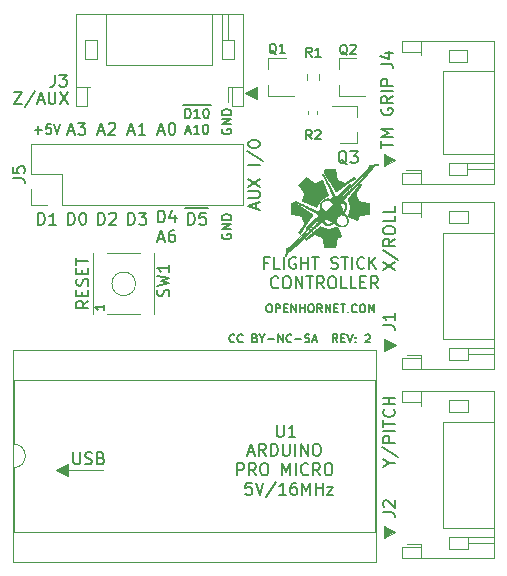
<source format=gbr>
%TF.GenerationSoftware,KiCad,Pcbnew,(5.1.9)-1*%
%TF.CreationDate,2021-10-18T19:29:22-06:00*%
%TF.ProjectId,stick_controller,73746963-6b5f-4636-9f6e-74726f6c6c65,rev?*%
%TF.SameCoordinates,Original*%
%TF.FileFunction,Legend,Top*%
%TF.FilePolarity,Positive*%
%FSLAX46Y46*%
G04 Gerber Fmt 4.6, Leading zero omitted, Abs format (unit mm)*
G04 Created by KiCad (PCBNEW (5.1.9)-1) date 2021-10-18 19:29:22*
%MOMM*%
%LPD*%
G01*
G04 APERTURE LIST*
%ADD10C,0.150000*%
%ADD11C,0.100000*%
%ADD12C,0.120000*%
%ADD13C,0.010000*%
G04 APERTURE END LIST*
D10*
X132229333Y-62552666D02*
X132362666Y-62552666D01*
X132429333Y-62586000D01*
X132496000Y-62652666D01*
X132529333Y-62786000D01*
X132529333Y-63019333D01*
X132496000Y-63152666D01*
X132429333Y-63219333D01*
X132362666Y-63252666D01*
X132229333Y-63252666D01*
X132162666Y-63219333D01*
X132096000Y-63152666D01*
X132062666Y-63019333D01*
X132062666Y-62786000D01*
X132096000Y-62652666D01*
X132162666Y-62586000D01*
X132229333Y-62552666D01*
X132829333Y-63252666D02*
X132829333Y-62552666D01*
X133096000Y-62552666D01*
X133162666Y-62586000D01*
X133196000Y-62619333D01*
X133229333Y-62686000D01*
X133229333Y-62786000D01*
X133196000Y-62852666D01*
X133162666Y-62886000D01*
X133096000Y-62919333D01*
X132829333Y-62919333D01*
X133529333Y-62886000D02*
X133762666Y-62886000D01*
X133862666Y-63252666D02*
X133529333Y-63252666D01*
X133529333Y-62552666D01*
X133862666Y-62552666D01*
X134162666Y-63252666D02*
X134162666Y-62552666D01*
X134562666Y-63252666D01*
X134562666Y-62552666D01*
X134896000Y-63252666D02*
X134896000Y-62552666D01*
X134896000Y-62886000D02*
X135296000Y-62886000D01*
X135296000Y-63252666D02*
X135296000Y-62552666D01*
X135762666Y-62552666D02*
X135896000Y-62552666D01*
X135962666Y-62586000D01*
X136029333Y-62652666D01*
X136062666Y-62786000D01*
X136062666Y-63019333D01*
X136029333Y-63152666D01*
X135962666Y-63219333D01*
X135896000Y-63252666D01*
X135762666Y-63252666D01*
X135696000Y-63219333D01*
X135629333Y-63152666D01*
X135596000Y-63019333D01*
X135596000Y-62786000D01*
X135629333Y-62652666D01*
X135696000Y-62586000D01*
X135762666Y-62552666D01*
X136762666Y-63252666D02*
X136529333Y-62919333D01*
X136362666Y-63252666D02*
X136362666Y-62552666D01*
X136629333Y-62552666D01*
X136696000Y-62586000D01*
X136729333Y-62619333D01*
X136762666Y-62686000D01*
X136762666Y-62786000D01*
X136729333Y-62852666D01*
X136696000Y-62886000D01*
X136629333Y-62919333D01*
X136362666Y-62919333D01*
X137062666Y-63252666D02*
X137062666Y-62552666D01*
X137462666Y-63252666D01*
X137462666Y-62552666D01*
X137796000Y-62886000D02*
X138029333Y-62886000D01*
X138129333Y-63252666D02*
X137796000Y-63252666D01*
X137796000Y-62552666D01*
X138129333Y-62552666D01*
X138329333Y-62552666D02*
X138729333Y-62552666D01*
X138529333Y-63252666D02*
X138529333Y-62552666D01*
X138962666Y-63186000D02*
X138996000Y-63219333D01*
X138962666Y-63252666D01*
X138929333Y-63219333D01*
X138962666Y-63186000D01*
X138962666Y-63252666D01*
X139696000Y-63186000D02*
X139662666Y-63219333D01*
X139562666Y-63252666D01*
X139496000Y-63252666D01*
X139396000Y-63219333D01*
X139329333Y-63152666D01*
X139296000Y-63086000D01*
X139262666Y-62952666D01*
X139262666Y-62852666D01*
X139296000Y-62719333D01*
X139329333Y-62652666D01*
X139396000Y-62586000D01*
X139496000Y-62552666D01*
X139562666Y-62552666D01*
X139662666Y-62586000D01*
X139696000Y-62619333D01*
X140129333Y-62552666D02*
X140262666Y-62552666D01*
X140329333Y-62586000D01*
X140396000Y-62652666D01*
X140429333Y-62786000D01*
X140429333Y-63019333D01*
X140396000Y-63152666D01*
X140329333Y-63219333D01*
X140262666Y-63252666D01*
X140129333Y-63252666D01*
X140062666Y-63219333D01*
X139996000Y-63152666D01*
X139962666Y-63019333D01*
X139962666Y-62786000D01*
X139996000Y-62652666D01*
X140062666Y-62586000D01*
X140129333Y-62552666D01*
X140729333Y-63252666D02*
X140729333Y-62552666D01*
X140962666Y-63052666D01*
X141196000Y-62552666D01*
X141196000Y-63252666D01*
X129334666Y-65726000D02*
X129301333Y-65759333D01*
X129201333Y-65792666D01*
X129134666Y-65792666D01*
X129034666Y-65759333D01*
X128968000Y-65692666D01*
X128934666Y-65626000D01*
X128901333Y-65492666D01*
X128901333Y-65392666D01*
X128934666Y-65259333D01*
X128968000Y-65192666D01*
X129034666Y-65126000D01*
X129134666Y-65092666D01*
X129201333Y-65092666D01*
X129301333Y-65126000D01*
X129334666Y-65159333D01*
X130034666Y-65726000D02*
X130001333Y-65759333D01*
X129901333Y-65792666D01*
X129834666Y-65792666D01*
X129734666Y-65759333D01*
X129668000Y-65692666D01*
X129634666Y-65626000D01*
X129601333Y-65492666D01*
X129601333Y-65392666D01*
X129634666Y-65259333D01*
X129668000Y-65192666D01*
X129734666Y-65126000D01*
X129834666Y-65092666D01*
X129901333Y-65092666D01*
X130001333Y-65126000D01*
X130034666Y-65159333D01*
X131101333Y-65426000D02*
X131201333Y-65459333D01*
X131234666Y-65492666D01*
X131268000Y-65559333D01*
X131268000Y-65659333D01*
X131234666Y-65726000D01*
X131201333Y-65759333D01*
X131134666Y-65792666D01*
X130868000Y-65792666D01*
X130868000Y-65092666D01*
X131101333Y-65092666D01*
X131168000Y-65126000D01*
X131201333Y-65159333D01*
X131234666Y-65226000D01*
X131234666Y-65292666D01*
X131201333Y-65359333D01*
X131168000Y-65392666D01*
X131101333Y-65426000D01*
X130868000Y-65426000D01*
X131701333Y-65459333D02*
X131701333Y-65792666D01*
X131468000Y-65092666D02*
X131701333Y-65459333D01*
X131934666Y-65092666D01*
X132168000Y-65526000D02*
X132701333Y-65526000D01*
X133034666Y-65792666D02*
X133034666Y-65092666D01*
X133434666Y-65792666D01*
X133434666Y-65092666D01*
X134168000Y-65726000D02*
X134134666Y-65759333D01*
X134034666Y-65792666D01*
X133968000Y-65792666D01*
X133868000Y-65759333D01*
X133801333Y-65692666D01*
X133768000Y-65626000D01*
X133734666Y-65492666D01*
X133734666Y-65392666D01*
X133768000Y-65259333D01*
X133801333Y-65192666D01*
X133868000Y-65126000D01*
X133968000Y-65092666D01*
X134034666Y-65092666D01*
X134134666Y-65126000D01*
X134168000Y-65159333D01*
X134468000Y-65526000D02*
X135001333Y-65526000D01*
X135301333Y-65759333D02*
X135401333Y-65792666D01*
X135568000Y-65792666D01*
X135634666Y-65759333D01*
X135668000Y-65726000D01*
X135701333Y-65659333D01*
X135701333Y-65592666D01*
X135668000Y-65526000D01*
X135634666Y-65492666D01*
X135568000Y-65459333D01*
X135434666Y-65426000D01*
X135368000Y-65392666D01*
X135334666Y-65359333D01*
X135301333Y-65292666D01*
X135301333Y-65226000D01*
X135334666Y-65159333D01*
X135368000Y-65126000D01*
X135434666Y-65092666D01*
X135601333Y-65092666D01*
X135701333Y-65126000D01*
X135968000Y-65592666D02*
X136301333Y-65592666D01*
X135901333Y-65792666D02*
X136134666Y-65092666D01*
X136368000Y-65792666D01*
X138068000Y-65792666D02*
X137834666Y-65459333D01*
X137668000Y-65792666D02*
X137668000Y-65092666D01*
X137934666Y-65092666D01*
X138001333Y-65126000D01*
X138034666Y-65159333D01*
X138068000Y-65226000D01*
X138068000Y-65326000D01*
X138034666Y-65392666D01*
X138001333Y-65426000D01*
X137934666Y-65459333D01*
X137668000Y-65459333D01*
X138368000Y-65426000D02*
X138601333Y-65426000D01*
X138701333Y-65792666D02*
X138368000Y-65792666D01*
X138368000Y-65092666D01*
X138701333Y-65092666D01*
X138901333Y-65092666D02*
X139134666Y-65792666D01*
X139368000Y-65092666D01*
X139601333Y-65726000D02*
X139634666Y-65759333D01*
X139601333Y-65792666D01*
X139568000Y-65759333D01*
X139601333Y-65726000D01*
X139601333Y-65792666D01*
X139601333Y-65359333D02*
X139634666Y-65392666D01*
X139601333Y-65426000D01*
X139568000Y-65392666D01*
X139601333Y-65359333D01*
X139601333Y-65426000D01*
X140434666Y-65159333D02*
X140468000Y-65126000D01*
X140534666Y-65092666D01*
X140701333Y-65092666D01*
X140768000Y-65126000D01*
X140801333Y-65159333D01*
X140834666Y-65226000D01*
X140834666Y-65292666D01*
X140801333Y-65392666D01*
X140401333Y-65792666D01*
X140834666Y-65792666D01*
X112447428Y-47807142D02*
X113056952Y-47807142D01*
X112752190Y-48111904D02*
X112752190Y-47502380D01*
X113818857Y-47311904D02*
X113437904Y-47311904D01*
X113399809Y-47692857D01*
X113437904Y-47654761D01*
X113514095Y-47616666D01*
X113704571Y-47616666D01*
X113780761Y-47654761D01*
X113818857Y-47692857D01*
X113856952Y-47769047D01*
X113856952Y-47959523D01*
X113818857Y-48035714D01*
X113780761Y-48073809D01*
X113704571Y-48111904D01*
X113514095Y-48111904D01*
X113437904Y-48073809D01*
X113399809Y-48035714D01*
X114085523Y-47311904D02*
X114352190Y-48111904D01*
X114618857Y-47311904D01*
X115301714Y-47916666D02*
X115777904Y-47916666D01*
X115206476Y-48202380D02*
X115539809Y-47202380D01*
X115873142Y-48202380D01*
X116111238Y-47202380D02*
X116730285Y-47202380D01*
X116396952Y-47583333D01*
X116539809Y-47583333D01*
X116635047Y-47630952D01*
X116682666Y-47678571D01*
X116730285Y-47773809D01*
X116730285Y-48011904D01*
X116682666Y-48107142D01*
X116635047Y-48154761D01*
X116539809Y-48202380D01*
X116254095Y-48202380D01*
X116158857Y-48154761D01*
X116111238Y-48107142D01*
X117841714Y-47916666D02*
X118317904Y-47916666D01*
X117746476Y-48202380D02*
X118079809Y-47202380D01*
X118413142Y-48202380D01*
X118698857Y-47297619D02*
X118746476Y-47250000D01*
X118841714Y-47202380D01*
X119079809Y-47202380D01*
X119175047Y-47250000D01*
X119222666Y-47297619D01*
X119270285Y-47392857D01*
X119270285Y-47488095D01*
X119222666Y-47630952D01*
X118651238Y-48202380D01*
X119270285Y-48202380D01*
X120381714Y-47916666D02*
X120857904Y-47916666D01*
X120286476Y-48202380D02*
X120619809Y-47202380D01*
X120953142Y-48202380D01*
X121810285Y-48202380D02*
X121238857Y-48202380D01*
X121524571Y-48202380D02*
X121524571Y-47202380D01*
X121429333Y-47345238D01*
X121334095Y-47440476D01*
X121238857Y-47488095D01*
X122921714Y-47916666D02*
X123397904Y-47916666D01*
X122826476Y-48202380D02*
X123159809Y-47202380D01*
X123493142Y-48202380D01*
X124016952Y-47202380D02*
X124112190Y-47202380D01*
X124207428Y-47250000D01*
X124255047Y-47297619D01*
X124302666Y-47392857D01*
X124350285Y-47583333D01*
X124350285Y-47821428D01*
X124302666Y-48011904D01*
X124255047Y-48107142D01*
X124207428Y-48154761D01*
X124112190Y-48202380D01*
X124016952Y-48202380D01*
X123921714Y-48154761D01*
X123874095Y-48107142D01*
X123826476Y-48011904D01*
X123778857Y-47821428D01*
X123778857Y-47583333D01*
X123826476Y-47392857D01*
X123874095Y-47297619D01*
X123921714Y-47250000D01*
X124016952Y-47202380D01*
X125014095Y-45669000D02*
X125814095Y-45669000D01*
X125204571Y-46801904D02*
X125204571Y-46001904D01*
X125395047Y-46001904D01*
X125509333Y-46040000D01*
X125585523Y-46116190D01*
X125623619Y-46192380D01*
X125661714Y-46344761D01*
X125661714Y-46459047D01*
X125623619Y-46611428D01*
X125585523Y-46687619D01*
X125509333Y-46763809D01*
X125395047Y-46801904D01*
X125204571Y-46801904D01*
X125814095Y-45669000D02*
X126576000Y-45669000D01*
X126423619Y-46801904D02*
X125966476Y-46801904D01*
X126195047Y-46801904D02*
X126195047Y-46001904D01*
X126118857Y-46116190D01*
X126042666Y-46192380D01*
X125966476Y-46230476D01*
X126576000Y-45669000D02*
X127337904Y-45669000D01*
X126918857Y-46001904D02*
X126995047Y-46001904D01*
X127071238Y-46040000D01*
X127109333Y-46078095D01*
X127147428Y-46154285D01*
X127185523Y-46306666D01*
X127185523Y-46497142D01*
X127147428Y-46649523D01*
X127109333Y-46725714D01*
X127071238Y-46763809D01*
X126995047Y-46801904D01*
X126918857Y-46801904D01*
X126842666Y-46763809D01*
X126804571Y-46725714D01*
X126766476Y-46649523D01*
X126728380Y-46497142D01*
X126728380Y-46306666D01*
X126766476Y-46154285D01*
X126804571Y-46078095D01*
X126842666Y-46040000D01*
X126918857Y-46001904D01*
X125223619Y-47923333D02*
X125604571Y-47923333D01*
X125147428Y-48151904D02*
X125414095Y-47351904D01*
X125680761Y-48151904D01*
X126366476Y-48151904D02*
X125909333Y-48151904D01*
X126137904Y-48151904D02*
X126137904Y-47351904D01*
X126061714Y-47466190D01*
X125985523Y-47542380D01*
X125909333Y-47580476D01*
X126861714Y-47351904D02*
X126937904Y-47351904D01*
X127014095Y-47390000D01*
X127052190Y-47428095D01*
X127090285Y-47504285D01*
X127128380Y-47656666D01*
X127128380Y-47847142D01*
X127090285Y-47999523D01*
X127052190Y-48075714D01*
X127014095Y-48113809D01*
X126937904Y-48151904D01*
X126861714Y-48151904D01*
X126785523Y-48113809D01*
X126747428Y-48075714D01*
X126709333Y-47999523D01*
X126671238Y-47847142D01*
X126671238Y-47656666D01*
X126709333Y-47504285D01*
X126747428Y-47428095D01*
X126785523Y-47390000D01*
X126861714Y-47351904D01*
X128316000Y-47724523D02*
X128277904Y-47800714D01*
X128277904Y-47915000D01*
X128316000Y-48029285D01*
X128392190Y-48105476D01*
X128468380Y-48143571D01*
X128620761Y-48181666D01*
X128735047Y-48181666D01*
X128887428Y-48143571D01*
X128963619Y-48105476D01*
X129039809Y-48029285D01*
X129077904Y-47915000D01*
X129077904Y-47838809D01*
X129039809Y-47724523D01*
X129001714Y-47686428D01*
X128735047Y-47686428D01*
X128735047Y-47838809D01*
X129077904Y-47343571D02*
X128277904Y-47343571D01*
X129077904Y-46886428D01*
X128277904Y-46886428D01*
X129077904Y-46505476D02*
X128277904Y-46505476D01*
X128277904Y-46315000D01*
X128316000Y-46200714D01*
X128392190Y-46124523D01*
X128468380Y-46086428D01*
X128620761Y-46048333D01*
X128735047Y-46048333D01*
X128887428Y-46086428D01*
X128963619Y-46124523D01*
X129039809Y-46200714D01*
X129077904Y-46315000D01*
X129077904Y-46505476D01*
X128316000Y-56614523D02*
X128277904Y-56690714D01*
X128277904Y-56805000D01*
X128316000Y-56919285D01*
X128392190Y-56995476D01*
X128468380Y-57033571D01*
X128620761Y-57071666D01*
X128735047Y-57071666D01*
X128887428Y-57033571D01*
X128963619Y-56995476D01*
X129039809Y-56919285D01*
X129077904Y-56805000D01*
X129077904Y-56728809D01*
X129039809Y-56614523D01*
X129001714Y-56576428D01*
X128735047Y-56576428D01*
X128735047Y-56728809D01*
X129077904Y-56233571D02*
X128277904Y-56233571D01*
X129077904Y-55776428D01*
X128277904Y-55776428D01*
X129077904Y-55395476D02*
X128277904Y-55395476D01*
X128277904Y-55205000D01*
X128316000Y-55090714D01*
X128392190Y-55014523D01*
X128468380Y-54976428D01*
X128620761Y-54938333D01*
X128735047Y-54938333D01*
X128887428Y-54976428D01*
X128963619Y-55014523D01*
X129039809Y-55090714D01*
X129077904Y-55205000D01*
X129077904Y-55395476D01*
X125199809Y-54455000D02*
X126199809Y-54455000D01*
X125437904Y-55822380D02*
X125437904Y-54822380D01*
X125676000Y-54822380D01*
X125818857Y-54870000D01*
X125914095Y-54965238D01*
X125961714Y-55060476D01*
X126009333Y-55250952D01*
X126009333Y-55393809D01*
X125961714Y-55584285D01*
X125914095Y-55679523D01*
X125818857Y-55774761D01*
X125676000Y-55822380D01*
X125437904Y-55822380D01*
X126199809Y-54455000D02*
X127152190Y-54455000D01*
X126914095Y-54822380D02*
X126437904Y-54822380D01*
X126390285Y-55298571D01*
X126437904Y-55250952D01*
X126533142Y-55203333D01*
X126771238Y-55203333D01*
X126866476Y-55250952D01*
X126914095Y-55298571D01*
X126961714Y-55393809D01*
X126961714Y-55631904D01*
X126914095Y-55727142D01*
X126866476Y-55774761D01*
X126771238Y-55822380D01*
X126533142Y-55822380D01*
X126437904Y-55774761D01*
X126390285Y-55727142D01*
X122897904Y-55632380D02*
X122897904Y-54632380D01*
X123136000Y-54632380D01*
X123278857Y-54680000D01*
X123374095Y-54775238D01*
X123421714Y-54870476D01*
X123469333Y-55060952D01*
X123469333Y-55203809D01*
X123421714Y-55394285D01*
X123374095Y-55489523D01*
X123278857Y-55584761D01*
X123136000Y-55632380D01*
X122897904Y-55632380D01*
X124326476Y-54965714D02*
X124326476Y-55632380D01*
X124088380Y-54584761D02*
X123850285Y-55299047D01*
X124469333Y-55299047D01*
X122921714Y-56996666D02*
X123397904Y-56996666D01*
X122826476Y-57282380D02*
X123159809Y-56282380D01*
X123493142Y-57282380D01*
X124255047Y-56282380D02*
X124064571Y-56282380D01*
X123969333Y-56330000D01*
X123921714Y-56377619D01*
X123826476Y-56520476D01*
X123778857Y-56710952D01*
X123778857Y-57091904D01*
X123826476Y-57187142D01*
X123874095Y-57234761D01*
X123969333Y-57282380D01*
X124159809Y-57282380D01*
X124255047Y-57234761D01*
X124302666Y-57187142D01*
X124350285Y-57091904D01*
X124350285Y-56853809D01*
X124302666Y-56758571D01*
X124255047Y-56710952D01*
X124159809Y-56663333D01*
X123969333Y-56663333D01*
X123874095Y-56710952D01*
X123826476Y-56758571D01*
X123778857Y-56853809D01*
X120357904Y-55822380D02*
X120357904Y-54822380D01*
X120596000Y-54822380D01*
X120738857Y-54870000D01*
X120834095Y-54965238D01*
X120881714Y-55060476D01*
X120929333Y-55250952D01*
X120929333Y-55393809D01*
X120881714Y-55584285D01*
X120834095Y-55679523D01*
X120738857Y-55774761D01*
X120596000Y-55822380D01*
X120357904Y-55822380D01*
X121262666Y-54822380D02*
X121881714Y-54822380D01*
X121548380Y-55203333D01*
X121691238Y-55203333D01*
X121786476Y-55250952D01*
X121834095Y-55298571D01*
X121881714Y-55393809D01*
X121881714Y-55631904D01*
X121834095Y-55727142D01*
X121786476Y-55774761D01*
X121691238Y-55822380D01*
X121405523Y-55822380D01*
X121310285Y-55774761D01*
X121262666Y-55727142D01*
X117817904Y-55822380D02*
X117817904Y-54822380D01*
X118056000Y-54822380D01*
X118198857Y-54870000D01*
X118294095Y-54965238D01*
X118341714Y-55060476D01*
X118389333Y-55250952D01*
X118389333Y-55393809D01*
X118341714Y-55584285D01*
X118294095Y-55679523D01*
X118198857Y-55774761D01*
X118056000Y-55822380D01*
X117817904Y-55822380D01*
X118770285Y-54917619D02*
X118817904Y-54870000D01*
X118913142Y-54822380D01*
X119151238Y-54822380D01*
X119246476Y-54870000D01*
X119294095Y-54917619D01*
X119341714Y-55012857D01*
X119341714Y-55108095D01*
X119294095Y-55250952D01*
X118722666Y-55822380D01*
X119341714Y-55822380D01*
X115277904Y-55822380D02*
X115277904Y-54822380D01*
X115516000Y-54822380D01*
X115658857Y-54870000D01*
X115754095Y-54965238D01*
X115801714Y-55060476D01*
X115849333Y-55250952D01*
X115849333Y-55393809D01*
X115801714Y-55584285D01*
X115754095Y-55679523D01*
X115658857Y-55774761D01*
X115516000Y-55822380D01*
X115277904Y-55822380D01*
X116468380Y-54822380D02*
X116563619Y-54822380D01*
X116658857Y-54870000D01*
X116706476Y-54917619D01*
X116754095Y-55012857D01*
X116801714Y-55203333D01*
X116801714Y-55441428D01*
X116754095Y-55631904D01*
X116706476Y-55727142D01*
X116658857Y-55774761D01*
X116563619Y-55822380D01*
X116468380Y-55822380D01*
X116373142Y-55774761D01*
X116325523Y-55727142D01*
X116277904Y-55631904D01*
X116230285Y-55441428D01*
X116230285Y-55203333D01*
X116277904Y-55012857D01*
X116325523Y-54917619D01*
X116373142Y-54870000D01*
X116468380Y-54822380D01*
X112737904Y-55822380D02*
X112737904Y-54822380D01*
X112976000Y-54822380D01*
X113118857Y-54870000D01*
X113214095Y-54965238D01*
X113261714Y-55060476D01*
X113309333Y-55250952D01*
X113309333Y-55393809D01*
X113261714Y-55584285D01*
X113214095Y-55679523D01*
X113118857Y-55774761D01*
X112976000Y-55822380D01*
X112737904Y-55822380D01*
X114261714Y-55822380D02*
X113690285Y-55822380D01*
X113976000Y-55822380D02*
X113976000Y-54822380D01*
X113880761Y-54965238D01*
X113785523Y-55060476D01*
X113690285Y-55108095D01*
X132201595Y-59037571D02*
X131868261Y-59037571D01*
X131868261Y-59561380D02*
X131868261Y-58561380D01*
X132344452Y-58561380D01*
X133201595Y-59561380D02*
X132725404Y-59561380D01*
X132725404Y-58561380D01*
X133534928Y-59561380D02*
X133534928Y-58561380D01*
X134534928Y-58609000D02*
X134439690Y-58561380D01*
X134296833Y-58561380D01*
X134153976Y-58609000D01*
X134058738Y-58704238D01*
X134011119Y-58799476D01*
X133963500Y-58989952D01*
X133963500Y-59132809D01*
X134011119Y-59323285D01*
X134058738Y-59418523D01*
X134153976Y-59513761D01*
X134296833Y-59561380D01*
X134392071Y-59561380D01*
X134534928Y-59513761D01*
X134582547Y-59466142D01*
X134582547Y-59132809D01*
X134392071Y-59132809D01*
X135011119Y-59561380D02*
X135011119Y-58561380D01*
X135011119Y-59037571D02*
X135582547Y-59037571D01*
X135582547Y-59561380D02*
X135582547Y-58561380D01*
X135915880Y-58561380D02*
X136487309Y-58561380D01*
X136201595Y-59561380D02*
X136201595Y-58561380D01*
X137534928Y-59513761D02*
X137677785Y-59561380D01*
X137915880Y-59561380D01*
X138011119Y-59513761D01*
X138058738Y-59466142D01*
X138106357Y-59370904D01*
X138106357Y-59275666D01*
X138058738Y-59180428D01*
X138011119Y-59132809D01*
X137915880Y-59085190D01*
X137725404Y-59037571D01*
X137630166Y-58989952D01*
X137582547Y-58942333D01*
X137534928Y-58847095D01*
X137534928Y-58751857D01*
X137582547Y-58656619D01*
X137630166Y-58609000D01*
X137725404Y-58561380D01*
X137963500Y-58561380D01*
X138106357Y-58609000D01*
X138392071Y-58561380D02*
X138963500Y-58561380D01*
X138677785Y-59561380D02*
X138677785Y-58561380D01*
X139296833Y-59561380D02*
X139296833Y-58561380D01*
X140344452Y-59466142D02*
X140296833Y-59513761D01*
X140153976Y-59561380D01*
X140058738Y-59561380D01*
X139915880Y-59513761D01*
X139820642Y-59418523D01*
X139773023Y-59323285D01*
X139725404Y-59132809D01*
X139725404Y-58989952D01*
X139773023Y-58799476D01*
X139820642Y-58704238D01*
X139915880Y-58609000D01*
X140058738Y-58561380D01*
X140153976Y-58561380D01*
X140296833Y-58609000D01*
X140344452Y-58656619D01*
X140773023Y-59561380D02*
X140773023Y-58561380D01*
X141344452Y-59561380D02*
X140915880Y-58989952D01*
X141344452Y-58561380D02*
X140773023Y-59132809D01*
X133058738Y-61116142D02*
X133011119Y-61163761D01*
X132868261Y-61211380D01*
X132773023Y-61211380D01*
X132630166Y-61163761D01*
X132534928Y-61068523D01*
X132487309Y-60973285D01*
X132439690Y-60782809D01*
X132439690Y-60639952D01*
X132487309Y-60449476D01*
X132534928Y-60354238D01*
X132630166Y-60259000D01*
X132773023Y-60211380D01*
X132868261Y-60211380D01*
X133011119Y-60259000D01*
X133058738Y-60306619D01*
X133677785Y-60211380D02*
X133868261Y-60211380D01*
X133963500Y-60259000D01*
X134058738Y-60354238D01*
X134106357Y-60544714D01*
X134106357Y-60878047D01*
X134058738Y-61068523D01*
X133963500Y-61163761D01*
X133868261Y-61211380D01*
X133677785Y-61211380D01*
X133582547Y-61163761D01*
X133487309Y-61068523D01*
X133439690Y-60878047D01*
X133439690Y-60544714D01*
X133487309Y-60354238D01*
X133582547Y-60259000D01*
X133677785Y-60211380D01*
X134534928Y-61211380D02*
X134534928Y-60211380D01*
X135106357Y-61211380D01*
X135106357Y-60211380D01*
X135439690Y-60211380D02*
X136011119Y-60211380D01*
X135725404Y-61211380D02*
X135725404Y-60211380D01*
X136915880Y-61211380D02*
X136582547Y-60735190D01*
X136344452Y-61211380D02*
X136344452Y-60211380D01*
X136725404Y-60211380D01*
X136820642Y-60259000D01*
X136868261Y-60306619D01*
X136915880Y-60401857D01*
X136915880Y-60544714D01*
X136868261Y-60639952D01*
X136820642Y-60687571D01*
X136725404Y-60735190D01*
X136344452Y-60735190D01*
X137534928Y-60211380D02*
X137725404Y-60211380D01*
X137820642Y-60259000D01*
X137915880Y-60354238D01*
X137963500Y-60544714D01*
X137963500Y-60878047D01*
X137915880Y-61068523D01*
X137820642Y-61163761D01*
X137725404Y-61211380D01*
X137534928Y-61211380D01*
X137439690Y-61163761D01*
X137344452Y-61068523D01*
X137296833Y-60878047D01*
X137296833Y-60544714D01*
X137344452Y-60354238D01*
X137439690Y-60259000D01*
X137534928Y-60211380D01*
X138868261Y-61211380D02*
X138392071Y-61211380D01*
X138392071Y-60211380D01*
X139677785Y-61211380D02*
X139201595Y-61211380D01*
X139201595Y-60211380D01*
X140011119Y-60687571D02*
X140344452Y-60687571D01*
X140487309Y-61211380D02*
X140011119Y-61211380D01*
X140011119Y-60211380D01*
X140487309Y-60211380D01*
X141487309Y-61211380D02*
X141153976Y-60735190D01*
X140915880Y-61211380D02*
X140915880Y-60211380D01*
X141296833Y-60211380D01*
X141392071Y-60259000D01*
X141439690Y-60306619D01*
X141487309Y-60401857D01*
X141487309Y-60544714D01*
X141439690Y-60639952D01*
X141392071Y-60687571D01*
X141296833Y-60735190D01*
X140915880Y-60735190D01*
D11*
G36*
X131256000Y-45210000D02*
G01*
X130256000Y-44710000D01*
X131256000Y-44210000D01*
X131256000Y-45210000D01*
G37*
X131256000Y-45210000D02*
X130256000Y-44710000D01*
X131256000Y-44210000D01*
X131256000Y-45210000D01*
G36*
X142976000Y-50330000D02*
G01*
X141976000Y-50830000D01*
X141976000Y-49830000D01*
X142976000Y-50330000D01*
G37*
X142976000Y-50330000D02*
X141976000Y-50830000D01*
X141976000Y-49830000D01*
X142976000Y-50330000D01*
G36*
X143000000Y-66000000D02*
G01*
X142000000Y-66500000D01*
X142000000Y-65500000D01*
X143000000Y-66000000D01*
G37*
X143000000Y-66000000D02*
X142000000Y-66500000D01*
X142000000Y-65500000D01*
X143000000Y-66000000D01*
G36*
X142976000Y-81830000D02*
G01*
X141976000Y-82330000D01*
X141976000Y-81330000D01*
X142976000Y-81830000D01*
G37*
X142976000Y-81830000D02*
X141976000Y-82330000D01*
X141976000Y-81330000D01*
X142976000Y-81830000D01*
D10*
X130547428Y-75096666D02*
X131023619Y-75096666D01*
X130452190Y-75382380D02*
X130785523Y-74382380D01*
X131118857Y-75382380D01*
X132023619Y-75382380D02*
X131690285Y-74906190D01*
X131452190Y-75382380D02*
X131452190Y-74382380D01*
X131833142Y-74382380D01*
X131928380Y-74430000D01*
X131976000Y-74477619D01*
X132023619Y-74572857D01*
X132023619Y-74715714D01*
X131976000Y-74810952D01*
X131928380Y-74858571D01*
X131833142Y-74906190D01*
X131452190Y-74906190D01*
X132452190Y-75382380D02*
X132452190Y-74382380D01*
X132690285Y-74382380D01*
X132833142Y-74430000D01*
X132928380Y-74525238D01*
X132976000Y-74620476D01*
X133023619Y-74810952D01*
X133023619Y-74953809D01*
X132976000Y-75144285D01*
X132928380Y-75239523D01*
X132833142Y-75334761D01*
X132690285Y-75382380D01*
X132452190Y-75382380D01*
X133452190Y-74382380D02*
X133452190Y-75191904D01*
X133499809Y-75287142D01*
X133547428Y-75334761D01*
X133642666Y-75382380D01*
X133833142Y-75382380D01*
X133928380Y-75334761D01*
X133976000Y-75287142D01*
X134023619Y-75191904D01*
X134023619Y-74382380D01*
X134499809Y-75382380D02*
X134499809Y-74382380D01*
X134976000Y-75382380D02*
X134976000Y-74382380D01*
X135547428Y-75382380D01*
X135547428Y-74382380D01*
X136214095Y-74382380D02*
X136404571Y-74382380D01*
X136499809Y-74430000D01*
X136595047Y-74525238D01*
X136642666Y-74715714D01*
X136642666Y-75049047D01*
X136595047Y-75239523D01*
X136499809Y-75334761D01*
X136404571Y-75382380D01*
X136214095Y-75382380D01*
X136118857Y-75334761D01*
X136023619Y-75239523D01*
X135976000Y-75049047D01*
X135976000Y-74715714D01*
X136023619Y-74525238D01*
X136118857Y-74430000D01*
X136214095Y-74382380D01*
X129595047Y-77032380D02*
X129595047Y-76032380D01*
X129976000Y-76032380D01*
X130071238Y-76080000D01*
X130118857Y-76127619D01*
X130166476Y-76222857D01*
X130166476Y-76365714D01*
X130118857Y-76460952D01*
X130071238Y-76508571D01*
X129976000Y-76556190D01*
X129595047Y-76556190D01*
X131166476Y-77032380D02*
X130833142Y-76556190D01*
X130595047Y-77032380D02*
X130595047Y-76032380D01*
X130976000Y-76032380D01*
X131071238Y-76080000D01*
X131118857Y-76127619D01*
X131166476Y-76222857D01*
X131166476Y-76365714D01*
X131118857Y-76460952D01*
X131071238Y-76508571D01*
X130976000Y-76556190D01*
X130595047Y-76556190D01*
X131785523Y-76032380D02*
X131976000Y-76032380D01*
X132071238Y-76080000D01*
X132166476Y-76175238D01*
X132214095Y-76365714D01*
X132214095Y-76699047D01*
X132166476Y-76889523D01*
X132071238Y-76984761D01*
X131976000Y-77032380D01*
X131785523Y-77032380D01*
X131690285Y-76984761D01*
X131595047Y-76889523D01*
X131547428Y-76699047D01*
X131547428Y-76365714D01*
X131595047Y-76175238D01*
X131690285Y-76080000D01*
X131785523Y-76032380D01*
X133404571Y-77032380D02*
X133404571Y-76032380D01*
X133737904Y-76746666D01*
X134071238Y-76032380D01*
X134071238Y-77032380D01*
X134547428Y-77032380D02*
X134547428Y-76032380D01*
X135595047Y-76937142D02*
X135547428Y-76984761D01*
X135404571Y-77032380D01*
X135309333Y-77032380D01*
X135166476Y-76984761D01*
X135071238Y-76889523D01*
X135023619Y-76794285D01*
X134976000Y-76603809D01*
X134976000Y-76460952D01*
X135023619Y-76270476D01*
X135071238Y-76175238D01*
X135166476Y-76080000D01*
X135309333Y-76032380D01*
X135404571Y-76032380D01*
X135547428Y-76080000D01*
X135595047Y-76127619D01*
X136595047Y-77032380D02*
X136261714Y-76556190D01*
X136023619Y-77032380D02*
X136023619Y-76032380D01*
X136404571Y-76032380D01*
X136499809Y-76080000D01*
X136547428Y-76127619D01*
X136595047Y-76222857D01*
X136595047Y-76365714D01*
X136547428Y-76460952D01*
X136499809Y-76508571D01*
X136404571Y-76556190D01*
X136023619Y-76556190D01*
X137214095Y-76032380D02*
X137404571Y-76032380D01*
X137499809Y-76080000D01*
X137595047Y-76175238D01*
X137642666Y-76365714D01*
X137642666Y-76699047D01*
X137595047Y-76889523D01*
X137499809Y-76984761D01*
X137404571Y-77032380D01*
X137214095Y-77032380D01*
X137118857Y-76984761D01*
X137023619Y-76889523D01*
X136976000Y-76699047D01*
X136976000Y-76365714D01*
X137023619Y-76175238D01*
X137118857Y-76080000D01*
X137214095Y-76032380D01*
X130809333Y-77682380D02*
X130333142Y-77682380D01*
X130285523Y-78158571D01*
X130333142Y-78110952D01*
X130428380Y-78063333D01*
X130666476Y-78063333D01*
X130761714Y-78110952D01*
X130809333Y-78158571D01*
X130856952Y-78253809D01*
X130856952Y-78491904D01*
X130809333Y-78587142D01*
X130761714Y-78634761D01*
X130666476Y-78682380D01*
X130428380Y-78682380D01*
X130333142Y-78634761D01*
X130285523Y-78587142D01*
X131142666Y-77682380D02*
X131476000Y-78682380D01*
X131809333Y-77682380D01*
X132856952Y-77634761D02*
X131999809Y-78920476D01*
X133714095Y-78682380D02*
X133142666Y-78682380D01*
X133428380Y-78682380D02*
X133428380Y-77682380D01*
X133333142Y-77825238D01*
X133237904Y-77920476D01*
X133142666Y-77968095D01*
X134571238Y-77682380D02*
X134380761Y-77682380D01*
X134285523Y-77730000D01*
X134237904Y-77777619D01*
X134142666Y-77920476D01*
X134095047Y-78110952D01*
X134095047Y-78491904D01*
X134142666Y-78587142D01*
X134190285Y-78634761D01*
X134285523Y-78682380D01*
X134476000Y-78682380D01*
X134571238Y-78634761D01*
X134618857Y-78587142D01*
X134666476Y-78491904D01*
X134666476Y-78253809D01*
X134618857Y-78158571D01*
X134571238Y-78110952D01*
X134476000Y-78063333D01*
X134285523Y-78063333D01*
X134190285Y-78110952D01*
X134142666Y-78158571D01*
X134095047Y-78253809D01*
X135095047Y-78682380D02*
X135095047Y-77682380D01*
X135428380Y-78396666D01*
X135761714Y-77682380D01*
X135761714Y-78682380D01*
X136237904Y-78682380D02*
X136237904Y-77682380D01*
X136237904Y-78158571D02*
X136809333Y-78158571D01*
X136809333Y-78682380D02*
X136809333Y-77682380D01*
X137190285Y-78015714D02*
X137714095Y-78015714D01*
X137190285Y-78682380D01*
X137714095Y-78682380D01*
D11*
G36*
X115254000Y-77084000D02*
G01*
X114254000Y-76584000D01*
X115254000Y-76084000D01*
X115254000Y-77084000D01*
G37*
X115254000Y-77084000D02*
X114254000Y-76584000D01*
X115254000Y-76084000D01*
X115254000Y-77084000D01*
D12*
X115254000Y-76584000D02*
X118254000Y-76584000D01*
D10*
X115714095Y-75104380D02*
X115714095Y-75913904D01*
X115761714Y-76009142D01*
X115809333Y-76056761D01*
X115904571Y-76104380D01*
X116095047Y-76104380D01*
X116190285Y-76056761D01*
X116237904Y-76009142D01*
X116285523Y-75913904D01*
X116285523Y-75104380D01*
X116714095Y-76056761D02*
X116856952Y-76104380D01*
X117095047Y-76104380D01*
X117190285Y-76056761D01*
X117237904Y-76009142D01*
X117285523Y-75913904D01*
X117285523Y-75818666D01*
X117237904Y-75723428D01*
X117190285Y-75675809D01*
X117095047Y-75628190D01*
X116904571Y-75580571D01*
X116809333Y-75532952D01*
X116761714Y-75485333D01*
X116714095Y-75390095D01*
X116714095Y-75294857D01*
X116761714Y-75199619D01*
X116809333Y-75152000D01*
X116904571Y-75104380D01*
X117142666Y-75104380D01*
X117285523Y-75152000D01*
X118047428Y-75580571D02*
X118190285Y-75628190D01*
X118237904Y-75675809D01*
X118285523Y-75771047D01*
X118285523Y-75913904D01*
X118237904Y-76009142D01*
X118190285Y-76056761D01*
X118095047Y-76104380D01*
X117714095Y-76104380D01*
X117714095Y-75104380D01*
X118047428Y-75104380D01*
X118142666Y-75152000D01*
X118190285Y-75199619D01*
X118237904Y-75294857D01*
X118237904Y-75390095D01*
X118190285Y-75485333D01*
X118142666Y-75532952D01*
X118047428Y-75580571D01*
X117714095Y-75580571D01*
D13*
%TO.C,LOGO3*%
G36*
X135064101Y-52130292D02*
G01*
X135078724Y-52115668D01*
X135128109Y-52066294D01*
X135171874Y-52022573D01*
X135210375Y-51984159D01*
X135243967Y-51950707D01*
X135273007Y-51921873D01*
X135297850Y-51897313D01*
X135318854Y-51876679D01*
X135336375Y-51859630D01*
X135350767Y-51845817D01*
X135362389Y-51834898D01*
X135371595Y-51826528D01*
X135378741Y-51820362D01*
X135384184Y-51816055D01*
X135388280Y-51813261D01*
X135391386Y-51811636D01*
X135393421Y-51810940D01*
X135406224Y-51809631D01*
X135417084Y-51811316D01*
X135421941Y-51814204D01*
X135433289Y-51821564D01*
X135450650Y-51833071D01*
X135473540Y-51848399D01*
X135501477Y-51867222D01*
X135533980Y-51889213D01*
X135570567Y-51914046D01*
X135610758Y-51941394D01*
X135654068Y-51970931D01*
X135700017Y-52002331D01*
X135748123Y-52035266D01*
X135780887Y-52057733D01*
X135830192Y-52091519D01*
X135877691Y-52123984D01*
X135922901Y-52154798D01*
X135965334Y-52183638D01*
X136004509Y-52210176D01*
X136039938Y-52234085D01*
X136071137Y-52255038D01*
X136097621Y-52272709D01*
X136118907Y-52286771D01*
X136134508Y-52296898D01*
X136143940Y-52302762D01*
X136146545Y-52304137D01*
X136160082Y-52306783D01*
X136172085Y-52307357D01*
X136177508Y-52305693D01*
X136189984Y-52301053D01*
X136208764Y-52293746D01*
X136233096Y-52284085D01*
X136262232Y-52272378D01*
X136295421Y-52258936D01*
X136331914Y-52244069D01*
X136370961Y-52228086D01*
X136411812Y-52211298D01*
X136453716Y-52194017D01*
X136495924Y-52176551D01*
X136537686Y-52159209D01*
X136578253Y-52142305D01*
X136616873Y-52126145D01*
X136652799Y-52111043D01*
X136685278Y-52097306D01*
X136713562Y-52085246D01*
X136736900Y-52075173D01*
X136754544Y-52067396D01*
X136765743Y-52062226D01*
X136769321Y-52060341D01*
X136770624Y-52061072D01*
X136772900Y-52064591D01*
X136776274Y-52071214D01*
X136780872Y-52081259D01*
X136786816Y-52095042D01*
X136794233Y-52112879D01*
X136803248Y-52135089D01*
X136813984Y-52161989D01*
X136826568Y-52193892D01*
X136841123Y-52231120D01*
X136857775Y-52273986D01*
X136876649Y-52322809D01*
X136897869Y-52377903D01*
X136921560Y-52439589D01*
X136947847Y-52508181D01*
X136976856Y-52583995D01*
X137008710Y-52667351D01*
X137015293Y-52684590D01*
X137042003Y-52754547D01*
X137067898Y-52822403D01*
X137092818Y-52887732D01*
X137116598Y-52950110D01*
X137139079Y-53009107D01*
X137160097Y-53064299D01*
X137179491Y-53115260D01*
X137197098Y-53161562D01*
X137212755Y-53202780D01*
X137226302Y-53238488D01*
X137237577Y-53268260D01*
X137246415Y-53291669D01*
X137252657Y-53308289D01*
X137256140Y-53317693D01*
X137256843Y-53319719D01*
X137256423Y-53323018D01*
X137252986Y-53327042D01*
X137245526Y-53332479D01*
X137233038Y-53340013D01*
X137214516Y-53350332D01*
X137202358Y-53356924D01*
X137147004Y-53387615D01*
X137088678Y-53421491D01*
X137029231Y-53457398D01*
X136970511Y-53494184D01*
X136914368Y-53530693D01*
X136862649Y-53565772D01*
X136826578Y-53591396D01*
X136806415Y-53607167D01*
X136781875Y-53628116D01*
X136754167Y-53653062D01*
X136724501Y-53680823D01*
X136694087Y-53710218D01*
X136664138Y-53740065D01*
X136635863Y-53769184D01*
X136610474Y-53796392D01*
X136589179Y-53820509D01*
X136578468Y-53833513D01*
X136548823Y-53872470D01*
X136516554Y-53917701D01*
X136482572Y-53967789D01*
X136447787Y-54021313D01*
X136413106Y-54076853D01*
X136379440Y-54132990D01*
X136347697Y-54188304D01*
X136326271Y-54227329D01*
X136314917Y-54248340D01*
X136304900Y-54266656D01*
X136296923Y-54281008D01*
X136291689Y-54290134D01*
X136289967Y-54292802D01*
X136285849Y-54291509D01*
X136274272Y-54287280D01*
X136255656Y-54280277D01*
X136230424Y-54270663D01*
X136198994Y-54258601D01*
X136161789Y-54244255D01*
X136119227Y-54227788D01*
X136071730Y-54209362D01*
X136019717Y-54189141D01*
X135963611Y-54167286D01*
X135903829Y-54143963D01*
X135840794Y-54119334D01*
X135774927Y-54093561D01*
X135706646Y-54066808D01*
X135662073Y-54049325D01*
X135592418Y-54021986D01*
X135524885Y-53995466D01*
X135459895Y-53969933D01*
X135397873Y-53945553D01*
X135339240Y-53922492D01*
X135284420Y-53900917D01*
X135233835Y-53880995D01*
X135187908Y-53862893D01*
X135147062Y-53846776D01*
X135111719Y-53832812D01*
X135082304Y-53821167D01*
X135059236Y-53812008D01*
X135042940Y-53805501D01*
X135033839Y-53801814D01*
X135031990Y-53801013D01*
X135032765Y-53796631D01*
X135036739Y-53784844D01*
X135043766Y-53766025D01*
X135053696Y-53740543D01*
X135066380Y-53708773D01*
X135081672Y-53671084D01*
X135099419Y-53627849D01*
X135119476Y-53579438D01*
X135141693Y-53526224D01*
X135146543Y-53514653D01*
X135166102Y-53467920D01*
X135184741Y-53423175D01*
X135202190Y-53381074D01*
X135218182Y-53342277D01*
X135232449Y-53307438D01*
X135244723Y-53277215D01*
X135254737Y-53252265D01*
X135262219Y-53233244D01*
X135266905Y-53220808D01*
X135268488Y-53215912D01*
X135269146Y-53201243D01*
X135266710Y-53186089D01*
X135266389Y-53185052D01*
X135263170Y-53179043D01*
X135255341Y-53166419D01*
X135243126Y-53147516D01*
X135226752Y-53122667D01*
X135206444Y-53092207D01*
X135182427Y-53056474D01*
X135154926Y-53015801D01*
X135124166Y-52970523D01*
X135090373Y-52920976D01*
X135053772Y-52867495D01*
X135017764Y-52815037D01*
X134983934Y-52765769D01*
X134951446Y-52718367D01*
X134920626Y-52673307D01*
X134891797Y-52631069D01*
X134865284Y-52592129D01*
X134841409Y-52556964D01*
X134820498Y-52526055D01*
X134802875Y-52499879D01*
X134788864Y-52478912D01*
X134778789Y-52463633D01*
X134772973Y-52454521D01*
X134771616Y-52452086D01*
X134770497Y-52448522D01*
X134769664Y-52445197D01*
X134769447Y-52441753D01*
X134770176Y-52437828D01*
X134772179Y-52433061D01*
X134775786Y-52427091D01*
X134781327Y-52419558D01*
X134789130Y-52410100D01*
X134799526Y-52398358D01*
X134812844Y-52383968D01*
X134829413Y-52366573D01*
X134849562Y-52345809D01*
X134873622Y-52321317D01*
X134901921Y-52292733D01*
X134934789Y-52259701D01*
X134972555Y-52221857D01*
X135015549Y-52178842D01*
X135064101Y-52130292D01*
G37*
X135064101Y-52130292D02*
X135078724Y-52115668D01*
X135128109Y-52066294D01*
X135171874Y-52022573D01*
X135210375Y-51984159D01*
X135243967Y-51950707D01*
X135273007Y-51921873D01*
X135297850Y-51897313D01*
X135318854Y-51876679D01*
X135336375Y-51859630D01*
X135350767Y-51845817D01*
X135362389Y-51834898D01*
X135371595Y-51826528D01*
X135378741Y-51820362D01*
X135384184Y-51816055D01*
X135388280Y-51813261D01*
X135391386Y-51811636D01*
X135393421Y-51810940D01*
X135406224Y-51809631D01*
X135417084Y-51811316D01*
X135421941Y-51814204D01*
X135433289Y-51821564D01*
X135450650Y-51833071D01*
X135473540Y-51848399D01*
X135501477Y-51867222D01*
X135533980Y-51889213D01*
X135570567Y-51914046D01*
X135610758Y-51941394D01*
X135654068Y-51970931D01*
X135700017Y-52002331D01*
X135748123Y-52035266D01*
X135780887Y-52057733D01*
X135830192Y-52091519D01*
X135877691Y-52123984D01*
X135922901Y-52154798D01*
X135965334Y-52183638D01*
X136004509Y-52210176D01*
X136039938Y-52234085D01*
X136071137Y-52255038D01*
X136097621Y-52272709D01*
X136118907Y-52286771D01*
X136134508Y-52296898D01*
X136143940Y-52302762D01*
X136146545Y-52304137D01*
X136160082Y-52306783D01*
X136172085Y-52307357D01*
X136177508Y-52305693D01*
X136189984Y-52301053D01*
X136208764Y-52293746D01*
X136233096Y-52284085D01*
X136262232Y-52272378D01*
X136295421Y-52258936D01*
X136331914Y-52244069D01*
X136370961Y-52228086D01*
X136411812Y-52211298D01*
X136453716Y-52194017D01*
X136495924Y-52176551D01*
X136537686Y-52159209D01*
X136578253Y-52142305D01*
X136616873Y-52126145D01*
X136652799Y-52111043D01*
X136685278Y-52097306D01*
X136713562Y-52085246D01*
X136736900Y-52075173D01*
X136754544Y-52067396D01*
X136765743Y-52062226D01*
X136769321Y-52060341D01*
X136770624Y-52061072D01*
X136772900Y-52064591D01*
X136776274Y-52071214D01*
X136780872Y-52081259D01*
X136786816Y-52095042D01*
X136794233Y-52112879D01*
X136803248Y-52135089D01*
X136813984Y-52161989D01*
X136826568Y-52193892D01*
X136841123Y-52231120D01*
X136857775Y-52273986D01*
X136876649Y-52322809D01*
X136897869Y-52377903D01*
X136921560Y-52439589D01*
X136947847Y-52508181D01*
X136976856Y-52583995D01*
X137008710Y-52667351D01*
X137015293Y-52684590D01*
X137042003Y-52754547D01*
X137067898Y-52822403D01*
X137092818Y-52887732D01*
X137116598Y-52950110D01*
X137139079Y-53009107D01*
X137160097Y-53064299D01*
X137179491Y-53115260D01*
X137197098Y-53161562D01*
X137212755Y-53202780D01*
X137226302Y-53238488D01*
X137237577Y-53268260D01*
X137246415Y-53291669D01*
X137252657Y-53308289D01*
X137256140Y-53317693D01*
X137256843Y-53319719D01*
X137256423Y-53323018D01*
X137252986Y-53327042D01*
X137245526Y-53332479D01*
X137233038Y-53340013D01*
X137214516Y-53350332D01*
X137202358Y-53356924D01*
X137147004Y-53387615D01*
X137088678Y-53421491D01*
X137029231Y-53457398D01*
X136970511Y-53494184D01*
X136914368Y-53530693D01*
X136862649Y-53565772D01*
X136826578Y-53591396D01*
X136806415Y-53607167D01*
X136781875Y-53628116D01*
X136754167Y-53653062D01*
X136724501Y-53680823D01*
X136694087Y-53710218D01*
X136664138Y-53740065D01*
X136635863Y-53769184D01*
X136610474Y-53796392D01*
X136589179Y-53820509D01*
X136578468Y-53833513D01*
X136548823Y-53872470D01*
X136516554Y-53917701D01*
X136482572Y-53967789D01*
X136447787Y-54021313D01*
X136413106Y-54076853D01*
X136379440Y-54132990D01*
X136347697Y-54188304D01*
X136326271Y-54227329D01*
X136314917Y-54248340D01*
X136304900Y-54266656D01*
X136296923Y-54281008D01*
X136291689Y-54290134D01*
X136289967Y-54292802D01*
X136285849Y-54291509D01*
X136274272Y-54287280D01*
X136255656Y-54280277D01*
X136230424Y-54270663D01*
X136198994Y-54258601D01*
X136161789Y-54244255D01*
X136119227Y-54227788D01*
X136071730Y-54209362D01*
X136019717Y-54189141D01*
X135963611Y-54167286D01*
X135903829Y-54143963D01*
X135840794Y-54119334D01*
X135774927Y-54093561D01*
X135706646Y-54066808D01*
X135662073Y-54049325D01*
X135592418Y-54021986D01*
X135524885Y-53995466D01*
X135459895Y-53969933D01*
X135397873Y-53945553D01*
X135339240Y-53922492D01*
X135284420Y-53900917D01*
X135233835Y-53880995D01*
X135187908Y-53862893D01*
X135147062Y-53846776D01*
X135111719Y-53832812D01*
X135082304Y-53821167D01*
X135059236Y-53812008D01*
X135042940Y-53805501D01*
X135033839Y-53801814D01*
X135031990Y-53801013D01*
X135032765Y-53796631D01*
X135036739Y-53784844D01*
X135043766Y-53766025D01*
X135053696Y-53740543D01*
X135066380Y-53708773D01*
X135081672Y-53671084D01*
X135099419Y-53627849D01*
X135119476Y-53579438D01*
X135141693Y-53526224D01*
X135146543Y-53514653D01*
X135166102Y-53467920D01*
X135184741Y-53423175D01*
X135202190Y-53381074D01*
X135218182Y-53342277D01*
X135232449Y-53307438D01*
X135244723Y-53277215D01*
X135254737Y-53252265D01*
X135262219Y-53233244D01*
X135266905Y-53220808D01*
X135268488Y-53215912D01*
X135269146Y-53201243D01*
X135266710Y-53186089D01*
X135266389Y-53185052D01*
X135263170Y-53179043D01*
X135255341Y-53166419D01*
X135243126Y-53147516D01*
X135226752Y-53122667D01*
X135206444Y-53092207D01*
X135182427Y-53056474D01*
X135154926Y-53015801D01*
X135124166Y-52970523D01*
X135090373Y-52920976D01*
X135053772Y-52867495D01*
X135017764Y-52815037D01*
X134983934Y-52765769D01*
X134951446Y-52718367D01*
X134920626Y-52673307D01*
X134891797Y-52631069D01*
X134865284Y-52592129D01*
X134841409Y-52556964D01*
X134820498Y-52526055D01*
X134802875Y-52499879D01*
X134788864Y-52478912D01*
X134778789Y-52463633D01*
X134772973Y-52454521D01*
X134771616Y-52452086D01*
X134770497Y-52448522D01*
X134769664Y-52445197D01*
X134769447Y-52441753D01*
X134770176Y-52437828D01*
X134772179Y-52433061D01*
X134775786Y-52427091D01*
X134781327Y-52419558D01*
X134789130Y-52410100D01*
X134799526Y-52398358D01*
X134812844Y-52383968D01*
X134829413Y-52366573D01*
X134849562Y-52345809D01*
X134873622Y-52321317D01*
X134901921Y-52292733D01*
X134934789Y-52259701D01*
X134972555Y-52221857D01*
X135015549Y-52178842D01*
X135064101Y-52130292D01*
G36*
X136975970Y-51155248D02*
G01*
X136981477Y-51154423D01*
X136994753Y-51153644D01*
X137015099Y-51152914D01*
X137041818Y-51152235D01*
X137074213Y-51151608D01*
X137111585Y-51151035D01*
X137153237Y-51150520D01*
X137198471Y-51150064D01*
X137246589Y-51149669D01*
X137296892Y-51149337D01*
X137348684Y-51149071D01*
X137401266Y-51148872D01*
X137453941Y-51148743D01*
X137506011Y-51148685D01*
X137556779Y-51148702D01*
X137605544Y-51148795D01*
X137651612Y-51148966D01*
X137694283Y-51149217D01*
X137732860Y-51149551D01*
X137766644Y-51149969D01*
X137794939Y-51150474D01*
X137817046Y-51151067D01*
X137832268Y-51151751D01*
X137839906Y-51152529D01*
X137840247Y-51152619D01*
X137854770Y-51160722D01*
X137861738Y-51168071D01*
X137864073Y-51174478D01*
X137867833Y-51189164D01*
X137873006Y-51212064D01*
X137879578Y-51243116D01*
X137887536Y-51282254D01*
X137896869Y-51329413D01*
X137907561Y-51384530D01*
X137919602Y-51447540D01*
X137932977Y-51518380D01*
X137947585Y-51596510D01*
X137960378Y-51664910D01*
X137972394Y-51728548D01*
X137983561Y-51787056D01*
X137993805Y-51840070D01*
X138003055Y-51887223D01*
X138011236Y-51928150D01*
X138018275Y-51962484D01*
X138024101Y-51989860D01*
X138028639Y-52009912D01*
X138031817Y-52022273D01*
X138033280Y-52026302D01*
X138041147Y-52036584D01*
X138049148Y-52044001D01*
X138049458Y-52044204D01*
X138055463Y-52047098D01*
X138068541Y-52052762D01*
X138087950Y-52060895D01*
X138112942Y-52071202D01*
X138142776Y-52083387D01*
X138176708Y-52097154D01*
X138213993Y-52112205D01*
X138253885Y-52128245D01*
X138295642Y-52144978D01*
X138338521Y-52162106D01*
X138381774Y-52179334D01*
X138424660Y-52196366D01*
X138466434Y-52212904D01*
X138506352Y-52228653D01*
X138543669Y-52243315D01*
X138577641Y-52256595D01*
X138607525Y-52268197D01*
X138632576Y-52277822D01*
X138652050Y-52285178D01*
X138665202Y-52289965D01*
X138671289Y-52291887D01*
X138671398Y-52291903D01*
X138685403Y-52291805D01*
X138696992Y-52289627D01*
X138702139Y-52286724D01*
X138713767Y-52279348D01*
X138731386Y-52267828D01*
X138754503Y-52252495D01*
X138782630Y-52233679D01*
X138815275Y-52211711D01*
X138851947Y-52186922D01*
X138892158Y-52159642D01*
X138935414Y-52130201D01*
X138981227Y-52098931D01*
X139029106Y-52066161D01*
X139055248Y-52048231D01*
X139112042Y-52009257D01*
X139162282Y-51974797D01*
X139206394Y-51944574D01*
X139244804Y-51918309D01*
X139277937Y-51895725D01*
X139306221Y-51876545D01*
X139330081Y-51860489D01*
X139349941Y-51847281D01*
X139366230Y-51836641D01*
X139379371Y-51828292D01*
X139389791Y-51821956D01*
X139397916Y-51817354D01*
X139404172Y-51814211D01*
X139408983Y-51812246D01*
X139412778Y-51811183D01*
X139415981Y-51810742D01*
X139419017Y-51810647D01*
X139419212Y-51810645D01*
X139437104Y-51810576D01*
X139543656Y-51913364D01*
X139536422Y-51919987D01*
X139531578Y-51923324D01*
X139520138Y-51930633D01*
X139502755Y-51941512D01*
X139480084Y-51955558D01*
X139452779Y-51972371D01*
X139421492Y-51991545D01*
X139386877Y-52012679D01*
X139349587Y-52035372D01*
X139311082Y-52058733D01*
X139228459Y-52108931D01*
X139152891Y-52155154D01*
X139084069Y-52197597D01*
X139021681Y-52236457D01*
X138965415Y-52271927D01*
X138914960Y-52304203D01*
X138870005Y-52333482D01*
X138830238Y-52359960D01*
X138814657Y-52370531D01*
X138802323Y-52379058D01*
X138783639Y-52392125D01*
X138759141Y-52409350D01*
X138729368Y-52430350D01*
X138694861Y-52454745D01*
X138656157Y-52482154D01*
X138613794Y-52512193D01*
X138568311Y-52544482D01*
X138520245Y-52578638D01*
X138470137Y-52614281D01*
X138418526Y-52651030D01*
X138365947Y-52688500D01*
X138360918Y-52692087D01*
X138309277Y-52728865D01*
X138259208Y-52764435D01*
X138211182Y-52798466D01*
X138165673Y-52830627D01*
X138123151Y-52860588D01*
X138084092Y-52888017D01*
X138048965Y-52912584D01*
X138018243Y-52933958D01*
X137992399Y-52951808D01*
X137971906Y-52965801D01*
X137957236Y-52975609D01*
X137948860Y-52980899D01*
X137947819Y-52981470D01*
X137934155Y-52988057D01*
X137925914Y-52990749D01*
X137921163Y-52989838D01*
X137918137Y-52985934D01*
X137914720Y-52979805D01*
X137910271Y-52972140D01*
X137904612Y-52962663D01*
X137897563Y-52951095D01*
X137888948Y-52937157D01*
X137878590Y-52920572D01*
X137866308Y-52901060D01*
X137851926Y-52878344D01*
X137835264Y-52852145D01*
X137816145Y-52822185D01*
X137794393Y-52788187D01*
X137769826Y-52749870D01*
X137742269Y-52706957D01*
X137711542Y-52659169D01*
X137677469Y-52606229D01*
X137639871Y-52547859D01*
X137598568Y-52483779D01*
X137553384Y-52413711D01*
X137504141Y-52337378D01*
X137450660Y-52254501D01*
X137392763Y-52164800D01*
X137391036Y-52162126D01*
X136908393Y-51414430D01*
X136930107Y-51296971D01*
X136936013Y-51266049D01*
X136941824Y-51237526D01*
X136947270Y-51212566D01*
X136952089Y-51192331D01*
X136956017Y-51177982D01*
X136958783Y-51170684D01*
X136959007Y-51170360D01*
X136968457Y-51160838D01*
X136975970Y-51155248D01*
G37*
X136975970Y-51155248D02*
X136981477Y-51154423D01*
X136994753Y-51153644D01*
X137015099Y-51152914D01*
X137041818Y-51152235D01*
X137074213Y-51151608D01*
X137111585Y-51151035D01*
X137153237Y-51150520D01*
X137198471Y-51150064D01*
X137246589Y-51149669D01*
X137296892Y-51149337D01*
X137348684Y-51149071D01*
X137401266Y-51148872D01*
X137453941Y-51148743D01*
X137506011Y-51148685D01*
X137556779Y-51148702D01*
X137605544Y-51148795D01*
X137651612Y-51148966D01*
X137694283Y-51149217D01*
X137732860Y-51149551D01*
X137766644Y-51149969D01*
X137794939Y-51150474D01*
X137817046Y-51151067D01*
X137832268Y-51151751D01*
X137839906Y-51152529D01*
X137840247Y-51152619D01*
X137854770Y-51160722D01*
X137861738Y-51168071D01*
X137864073Y-51174478D01*
X137867833Y-51189164D01*
X137873006Y-51212064D01*
X137879578Y-51243116D01*
X137887536Y-51282254D01*
X137896869Y-51329413D01*
X137907561Y-51384530D01*
X137919602Y-51447540D01*
X137932977Y-51518380D01*
X137947585Y-51596510D01*
X137960378Y-51664910D01*
X137972394Y-51728548D01*
X137983561Y-51787056D01*
X137993805Y-51840070D01*
X138003055Y-51887223D01*
X138011236Y-51928150D01*
X138018275Y-51962484D01*
X138024101Y-51989860D01*
X138028639Y-52009912D01*
X138031817Y-52022273D01*
X138033280Y-52026302D01*
X138041147Y-52036584D01*
X138049148Y-52044001D01*
X138049458Y-52044204D01*
X138055463Y-52047098D01*
X138068541Y-52052762D01*
X138087950Y-52060895D01*
X138112942Y-52071202D01*
X138142776Y-52083387D01*
X138176708Y-52097154D01*
X138213993Y-52112205D01*
X138253885Y-52128245D01*
X138295642Y-52144978D01*
X138338521Y-52162106D01*
X138381774Y-52179334D01*
X138424660Y-52196366D01*
X138466434Y-52212904D01*
X138506352Y-52228653D01*
X138543669Y-52243315D01*
X138577641Y-52256595D01*
X138607525Y-52268197D01*
X138632576Y-52277822D01*
X138652050Y-52285178D01*
X138665202Y-52289965D01*
X138671289Y-52291887D01*
X138671398Y-52291903D01*
X138685403Y-52291805D01*
X138696992Y-52289627D01*
X138702139Y-52286724D01*
X138713767Y-52279348D01*
X138731386Y-52267828D01*
X138754503Y-52252495D01*
X138782630Y-52233679D01*
X138815275Y-52211711D01*
X138851947Y-52186922D01*
X138892158Y-52159642D01*
X138935414Y-52130201D01*
X138981227Y-52098931D01*
X139029106Y-52066161D01*
X139055248Y-52048231D01*
X139112042Y-52009257D01*
X139162282Y-51974797D01*
X139206394Y-51944574D01*
X139244804Y-51918309D01*
X139277937Y-51895725D01*
X139306221Y-51876545D01*
X139330081Y-51860489D01*
X139349941Y-51847281D01*
X139366230Y-51836641D01*
X139379371Y-51828292D01*
X139389791Y-51821956D01*
X139397916Y-51817354D01*
X139404172Y-51814211D01*
X139408983Y-51812246D01*
X139412778Y-51811183D01*
X139415981Y-51810742D01*
X139419017Y-51810647D01*
X139419212Y-51810645D01*
X139437104Y-51810576D01*
X139543656Y-51913364D01*
X139536422Y-51919987D01*
X139531578Y-51923324D01*
X139520138Y-51930633D01*
X139502755Y-51941512D01*
X139480084Y-51955558D01*
X139452779Y-51972371D01*
X139421492Y-51991545D01*
X139386877Y-52012679D01*
X139349587Y-52035372D01*
X139311082Y-52058733D01*
X139228459Y-52108931D01*
X139152891Y-52155154D01*
X139084069Y-52197597D01*
X139021681Y-52236457D01*
X138965415Y-52271927D01*
X138914960Y-52304203D01*
X138870005Y-52333482D01*
X138830238Y-52359960D01*
X138814657Y-52370531D01*
X138802323Y-52379058D01*
X138783639Y-52392125D01*
X138759141Y-52409350D01*
X138729368Y-52430350D01*
X138694861Y-52454745D01*
X138656157Y-52482154D01*
X138613794Y-52512193D01*
X138568311Y-52544482D01*
X138520245Y-52578638D01*
X138470137Y-52614281D01*
X138418526Y-52651030D01*
X138365947Y-52688500D01*
X138360918Y-52692087D01*
X138309277Y-52728865D01*
X138259208Y-52764435D01*
X138211182Y-52798466D01*
X138165673Y-52830627D01*
X138123151Y-52860588D01*
X138084092Y-52888017D01*
X138048965Y-52912584D01*
X138018243Y-52933958D01*
X137992399Y-52951808D01*
X137971906Y-52965801D01*
X137957236Y-52975609D01*
X137948860Y-52980899D01*
X137947819Y-52981470D01*
X137934155Y-52988057D01*
X137925914Y-52990749D01*
X137921163Y-52989838D01*
X137918137Y-52985934D01*
X137914720Y-52979805D01*
X137910271Y-52972140D01*
X137904612Y-52962663D01*
X137897563Y-52951095D01*
X137888948Y-52937157D01*
X137878590Y-52920572D01*
X137866308Y-52901060D01*
X137851926Y-52878344D01*
X137835264Y-52852145D01*
X137816145Y-52822185D01*
X137794393Y-52788187D01*
X137769826Y-52749870D01*
X137742269Y-52706957D01*
X137711542Y-52659169D01*
X137677469Y-52606229D01*
X137639871Y-52547859D01*
X137598568Y-52483779D01*
X137553384Y-52413711D01*
X137504141Y-52337378D01*
X137450660Y-52254501D01*
X137392763Y-52164800D01*
X137391036Y-52162126D01*
X136908393Y-51414430D01*
X136930107Y-51296971D01*
X136936013Y-51266049D01*
X136941824Y-51237526D01*
X136947270Y-51212566D01*
X136952089Y-51192331D01*
X136956017Y-51177982D01*
X136958783Y-51170684D01*
X136959007Y-51170360D01*
X136968457Y-51160838D01*
X136975970Y-51155248D01*
G36*
X134125332Y-54003209D02*
G01*
X134129827Y-53999207D01*
X134135134Y-53995745D01*
X134142260Y-53992552D01*
X134152214Y-53989364D01*
X134166005Y-53985913D01*
X134184642Y-53981931D01*
X134209134Y-53977152D01*
X134240490Y-53971308D01*
X134257671Y-53968157D01*
X134376487Y-53946424D01*
X135138688Y-54438216D01*
X135212104Y-54485575D01*
X135283793Y-54531800D01*
X135353420Y-54576675D01*
X135420646Y-54619983D01*
X135485133Y-54661506D01*
X135546545Y-54701029D01*
X135604542Y-54738333D01*
X135658789Y-54773202D01*
X135708947Y-54805420D01*
X135754679Y-54834769D01*
X135795647Y-54861034D01*
X135831514Y-54883996D01*
X135861942Y-54903440D01*
X135886593Y-54919148D01*
X135905131Y-54930903D01*
X135917217Y-54938488D01*
X135922429Y-54941644D01*
X135935437Y-54948632D01*
X135946112Y-54954299D01*
X135950580Y-54956622D01*
X135953340Y-54959925D01*
X135952542Y-54966401D01*
X135947807Y-54977589D01*
X135943103Y-54986850D01*
X135938815Y-54993796D01*
X135929926Y-55007158D01*
X135916764Y-55026465D01*
X135899658Y-55051249D01*
X135878939Y-55081039D01*
X135854932Y-55115368D01*
X135827968Y-55153768D01*
X135798377Y-55195769D01*
X135766484Y-55240901D01*
X135732623Y-55288697D01*
X135697118Y-55338687D01*
X135660302Y-55390403D01*
X135646098Y-55410322D01*
X135596284Y-55480156D01*
X135551001Y-55543674D01*
X135509864Y-55601455D01*
X135472486Y-55654078D01*
X135438482Y-55702119D01*
X135407466Y-55746157D01*
X135379054Y-55786770D01*
X135352858Y-55824536D01*
X135328493Y-55860032D01*
X135305574Y-55893836D01*
X135283715Y-55926527D01*
X135262530Y-55958682D01*
X135241633Y-55990879D01*
X135220641Y-56023696D01*
X135199164Y-56057712D01*
X135176820Y-56093503D01*
X135153222Y-56131648D01*
X135127984Y-56172725D01*
X135100720Y-56217312D01*
X135071045Y-56265986D01*
X135038573Y-56319326D01*
X135029258Y-56334633D01*
X135004347Y-56375531D01*
X134980672Y-56414324D01*
X134958610Y-56450402D01*
X134938536Y-56483155D01*
X134920825Y-56511971D01*
X134905855Y-56536239D01*
X134893999Y-56555350D01*
X134885635Y-56568693D01*
X134881137Y-56575654D01*
X134880502Y-56576518D01*
X134877775Y-56576845D01*
X134872599Y-56573873D01*
X134864201Y-56566943D01*
X134851809Y-56555401D01*
X134834653Y-56538589D01*
X134827280Y-56531239D01*
X134806524Y-56510177D01*
X134791289Y-56493781D01*
X134780863Y-56480985D01*
X134774541Y-56470720D01*
X134771611Y-56461920D01*
X134771365Y-56453515D01*
X134772196Y-56448285D01*
X134774963Y-56442980D01*
X134782316Y-56431085D01*
X134794006Y-56412967D01*
X134809790Y-56388991D01*
X134829422Y-56359521D01*
X134852657Y-56324925D01*
X134879250Y-56285568D01*
X134908954Y-56241814D01*
X134941526Y-56194028D01*
X134976719Y-56142577D01*
X135011727Y-56091553D01*
X135050962Y-56034428D01*
X135085667Y-55983848D01*
X135116125Y-55939386D01*
X135142612Y-55900618D01*
X135165410Y-55867120D01*
X135184800Y-55838467D01*
X135201060Y-55814233D01*
X135214473Y-55793995D01*
X135225317Y-55777328D01*
X135233873Y-55763806D01*
X135240421Y-55753006D01*
X135245240Y-55744504D01*
X135248612Y-55737873D01*
X135250817Y-55732690D01*
X135252133Y-55728529D01*
X135252601Y-55726412D01*
X135253213Y-55722521D01*
X135253433Y-55718359D01*
X135253064Y-55713379D01*
X135251905Y-55707030D01*
X135249759Y-55698764D01*
X135246425Y-55688032D01*
X135241703Y-55674284D01*
X135235397Y-55656972D01*
X135227304Y-55635546D01*
X135217227Y-55609457D01*
X135204966Y-55578157D01*
X135190323Y-55541097D01*
X135173097Y-55497725D01*
X135153089Y-55447496D01*
X135134353Y-55400513D01*
X135111103Y-55342258D01*
X135090737Y-55291359D01*
X135073010Y-55247302D01*
X135057679Y-55209572D01*
X135044500Y-55177657D01*
X135033226Y-55151044D01*
X135023616Y-55129221D01*
X135015424Y-55111672D01*
X135008407Y-55097887D01*
X135002319Y-55087351D01*
X134996916Y-55079550D01*
X134991955Y-55073974D01*
X134987192Y-55070106D01*
X134982381Y-55067437D01*
X134977279Y-55065451D01*
X134974412Y-55064513D01*
X134968532Y-55063184D01*
X134954916Y-55060427D01*
X134934149Y-55056355D01*
X134906819Y-55051077D01*
X134873516Y-55044706D01*
X134834826Y-55037354D01*
X134791337Y-55029131D01*
X134743638Y-55020150D01*
X134692315Y-55010523D01*
X134637958Y-55000360D01*
X134581152Y-54989772D01*
X134555767Y-54985052D01*
X134498125Y-54974313D01*
X134442710Y-54963936D01*
X134390106Y-54954033D01*
X134340895Y-54944716D01*
X134295664Y-54936098D01*
X134254996Y-54928290D01*
X134219475Y-54921405D01*
X134189685Y-54915557D01*
X134166212Y-54910857D01*
X134149638Y-54907417D01*
X134140549Y-54905351D01*
X134139068Y-54904904D01*
X134134700Y-54902994D01*
X134130823Y-54901019D01*
X134127406Y-54898492D01*
X134124422Y-54894924D01*
X134121841Y-54889826D01*
X134119634Y-54882713D01*
X134117771Y-54873095D01*
X134116224Y-54860485D01*
X134114964Y-54844394D01*
X134113962Y-54824335D01*
X134113188Y-54799821D01*
X134112614Y-54770361D01*
X134112210Y-54735470D01*
X134111948Y-54694660D01*
X134111797Y-54647441D01*
X134111730Y-54593327D01*
X134111717Y-54531828D01*
X134111729Y-54462459D01*
X134111732Y-54446104D01*
X134111810Y-54016529D01*
X134125332Y-54003209D01*
G37*
X134125332Y-54003209D02*
X134129827Y-53999207D01*
X134135134Y-53995745D01*
X134142260Y-53992552D01*
X134152214Y-53989364D01*
X134166005Y-53985913D01*
X134184642Y-53981931D01*
X134209134Y-53977152D01*
X134240490Y-53971308D01*
X134257671Y-53968157D01*
X134376487Y-53946424D01*
X135138688Y-54438216D01*
X135212104Y-54485575D01*
X135283793Y-54531800D01*
X135353420Y-54576675D01*
X135420646Y-54619983D01*
X135485133Y-54661506D01*
X135546545Y-54701029D01*
X135604542Y-54738333D01*
X135658789Y-54773202D01*
X135708947Y-54805420D01*
X135754679Y-54834769D01*
X135795647Y-54861034D01*
X135831514Y-54883996D01*
X135861942Y-54903440D01*
X135886593Y-54919148D01*
X135905131Y-54930903D01*
X135917217Y-54938488D01*
X135922429Y-54941644D01*
X135935437Y-54948632D01*
X135946112Y-54954299D01*
X135950580Y-54956622D01*
X135953340Y-54959925D01*
X135952542Y-54966401D01*
X135947807Y-54977589D01*
X135943103Y-54986850D01*
X135938815Y-54993796D01*
X135929926Y-55007158D01*
X135916764Y-55026465D01*
X135899658Y-55051249D01*
X135878939Y-55081039D01*
X135854932Y-55115368D01*
X135827968Y-55153768D01*
X135798377Y-55195769D01*
X135766484Y-55240901D01*
X135732623Y-55288697D01*
X135697118Y-55338687D01*
X135660302Y-55390403D01*
X135646098Y-55410322D01*
X135596284Y-55480156D01*
X135551001Y-55543674D01*
X135509864Y-55601455D01*
X135472486Y-55654078D01*
X135438482Y-55702119D01*
X135407466Y-55746157D01*
X135379054Y-55786770D01*
X135352858Y-55824536D01*
X135328493Y-55860032D01*
X135305574Y-55893836D01*
X135283715Y-55926527D01*
X135262530Y-55958682D01*
X135241633Y-55990879D01*
X135220641Y-56023696D01*
X135199164Y-56057712D01*
X135176820Y-56093503D01*
X135153222Y-56131648D01*
X135127984Y-56172725D01*
X135100720Y-56217312D01*
X135071045Y-56265986D01*
X135038573Y-56319326D01*
X135029258Y-56334633D01*
X135004347Y-56375531D01*
X134980672Y-56414324D01*
X134958610Y-56450402D01*
X134938536Y-56483155D01*
X134920825Y-56511971D01*
X134905855Y-56536239D01*
X134893999Y-56555350D01*
X134885635Y-56568693D01*
X134881137Y-56575654D01*
X134880502Y-56576518D01*
X134877775Y-56576845D01*
X134872599Y-56573873D01*
X134864201Y-56566943D01*
X134851809Y-56555401D01*
X134834653Y-56538589D01*
X134827280Y-56531239D01*
X134806524Y-56510177D01*
X134791289Y-56493781D01*
X134780863Y-56480985D01*
X134774541Y-56470720D01*
X134771611Y-56461920D01*
X134771365Y-56453515D01*
X134772196Y-56448285D01*
X134774963Y-56442980D01*
X134782316Y-56431085D01*
X134794006Y-56412967D01*
X134809790Y-56388991D01*
X134829422Y-56359521D01*
X134852657Y-56324925D01*
X134879250Y-56285568D01*
X134908954Y-56241814D01*
X134941526Y-56194028D01*
X134976719Y-56142577D01*
X135011727Y-56091553D01*
X135050962Y-56034428D01*
X135085667Y-55983848D01*
X135116125Y-55939386D01*
X135142612Y-55900618D01*
X135165410Y-55867120D01*
X135184800Y-55838467D01*
X135201060Y-55814233D01*
X135214473Y-55793995D01*
X135225317Y-55777328D01*
X135233873Y-55763806D01*
X135240421Y-55753006D01*
X135245240Y-55744504D01*
X135248612Y-55737873D01*
X135250817Y-55732690D01*
X135252133Y-55728529D01*
X135252601Y-55726412D01*
X135253213Y-55722521D01*
X135253433Y-55718359D01*
X135253064Y-55713379D01*
X135251905Y-55707030D01*
X135249759Y-55698764D01*
X135246425Y-55688032D01*
X135241703Y-55674284D01*
X135235397Y-55656972D01*
X135227304Y-55635546D01*
X135217227Y-55609457D01*
X135204966Y-55578157D01*
X135190323Y-55541097D01*
X135173097Y-55497725D01*
X135153089Y-55447496D01*
X135134353Y-55400513D01*
X135111103Y-55342258D01*
X135090737Y-55291359D01*
X135073010Y-55247302D01*
X135057679Y-55209572D01*
X135044500Y-55177657D01*
X135033226Y-55151044D01*
X135023616Y-55129221D01*
X135015424Y-55111672D01*
X135008407Y-55097887D01*
X135002319Y-55087351D01*
X134996916Y-55079550D01*
X134991955Y-55073974D01*
X134987192Y-55070106D01*
X134982381Y-55067437D01*
X134977279Y-55065451D01*
X134974412Y-55064513D01*
X134968532Y-55063184D01*
X134954916Y-55060427D01*
X134934149Y-55056355D01*
X134906819Y-55051077D01*
X134873516Y-55044706D01*
X134834826Y-55037354D01*
X134791337Y-55029131D01*
X134743638Y-55020150D01*
X134692315Y-55010523D01*
X134637958Y-55000360D01*
X134581152Y-54989772D01*
X134555767Y-54985052D01*
X134498125Y-54974313D01*
X134442710Y-54963936D01*
X134390106Y-54954033D01*
X134340895Y-54944716D01*
X134295664Y-54936098D01*
X134254996Y-54928290D01*
X134219475Y-54921405D01*
X134189685Y-54915557D01*
X134166212Y-54910857D01*
X134149638Y-54907417D01*
X134140549Y-54905351D01*
X134139068Y-54904904D01*
X134134700Y-54902994D01*
X134130823Y-54901019D01*
X134127406Y-54898492D01*
X134124422Y-54894924D01*
X134121841Y-54889826D01*
X134119634Y-54882713D01*
X134117771Y-54873095D01*
X134116224Y-54860485D01*
X134114964Y-54844394D01*
X134113962Y-54824335D01*
X134113188Y-54799821D01*
X134112614Y-54770361D01*
X134112210Y-54735470D01*
X134111948Y-54694660D01*
X134111797Y-54647441D01*
X134111730Y-54593327D01*
X134111717Y-54531828D01*
X134111729Y-54462459D01*
X134111732Y-54446104D01*
X134111810Y-54016529D01*
X134125332Y-54003209D01*
G36*
X134521828Y-53836098D02*
G01*
X134528553Y-53833858D01*
X134536336Y-53836229D01*
X134536892Y-53836489D01*
X134543581Y-53839661D01*
X134557476Y-53846255D01*
X134578135Y-53856061D01*
X134605114Y-53868869D01*
X134637971Y-53884468D01*
X134676264Y-53902649D01*
X134719552Y-53923202D01*
X134767390Y-53945916D01*
X134819336Y-53970582D01*
X134874950Y-53996988D01*
X134933787Y-54024927D01*
X134995407Y-54054186D01*
X135059365Y-54084557D01*
X135125220Y-54115828D01*
X135192529Y-54147791D01*
X135260850Y-54180234D01*
X135329741Y-54212947D01*
X135398758Y-54245722D01*
X135467461Y-54278348D01*
X135535407Y-54310614D01*
X135602151Y-54342310D01*
X135667254Y-54373227D01*
X135730272Y-54403153D01*
X135790762Y-54431880D01*
X135848281Y-54459198D01*
X135902390Y-54484895D01*
X135952645Y-54508762D01*
X135998601Y-54530589D01*
X136039819Y-54550167D01*
X136075855Y-54567282D01*
X136106267Y-54581728D01*
X136112894Y-54584877D01*
X136160920Y-54607684D01*
X136206708Y-54629417D01*
X136249688Y-54649804D01*
X136289289Y-54668573D01*
X136324939Y-54685457D01*
X136356065Y-54700183D01*
X136382097Y-54712482D01*
X136402462Y-54722082D01*
X136416591Y-54728714D01*
X136423910Y-54732106D01*
X136424835Y-54732505D01*
X136427200Y-54729104D01*
X136431234Y-54720518D01*
X136432304Y-54717967D01*
X136440717Y-54701656D01*
X136454288Y-54680482D01*
X136472162Y-54655546D01*
X136493482Y-54627946D01*
X136517393Y-54598779D01*
X136543041Y-54569146D01*
X136569569Y-54540144D01*
X136576101Y-54533265D01*
X136606896Y-54501086D01*
X136596989Y-54462294D01*
X136587313Y-54417783D01*
X136579910Y-54369986D01*
X136574953Y-54321155D01*
X136572617Y-54273548D01*
X136573075Y-54229420D01*
X136576231Y-54192964D01*
X136583037Y-54158510D01*
X136594454Y-54119052D01*
X136609810Y-54076202D01*
X136628435Y-54031574D01*
X136649658Y-53986779D01*
X136672808Y-53943432D01*
X136696039Y-53904958D01*
X136716004Y-53877246D01*
X136741402Y-53846953D01*
X136770424Y-53815890D01*
X136801262Y-53785864D01*
X136832108Y-53758685D01*
X136861153Y-53736159D01*
X136872650Y-53728347D01*
X136918713Y-53700719D01*
X136967085Y-53675488D01*
X137016218Y-53653277D01*
X137064561Y-53634708D01*
X137110567Y-53620406D01*
X137152687Y-53610994D01*
X137170694Y-53608437D01*
X137211442Y-53605845D01*
X137257312Y-53606190D01*
X137305579Y-53609236D01*
X137353515Y-53614747D01*
X137398395Y-53622486D01*
X137434384Y-53631296D01*
X137467093Y-53640824D01*
X137501639Y-53607751D01*
X137542440Y-53570378D01*
X137583934Y-53535536D01*
X137624661Y-53504352D01*
X137663160Y-53477952D01*
X137693332Y-53459956D01*
X137693746Y-53459353D01*
X137693765Y-53458011D01*
X137693280Y-53455695D01*
X137692177Y-53452165D01*
X137690347Y-53447185D01*
X137687676Y-53440518D01*
X137684054Y-53431925D01*
X137679370Y-53421170D01*
X137673511Y-53408014D01*
X137666368Y-53392221D01*
X137657827Y-53373553D01*
X137647778Y-53351772D01*
X137636110Y-53326641D01*
X137622711Y-53297924D01*
X137607468Y-53265380D01*
X137590273Y-53228774D01*
X137571012Y-53187869D01*
X137549575Y-53142425D01*
X137525848Y-53092208D01*
X137499724Y-53036977D01*
X137471087Y-52976497D01*
X137439828Y-52910530D01*
X137405836Y-52838838D01*
X137368999Y-52761184D01*
X137329205Y-52677330D01*
X137286342Y-52587039D01*
X137240301Y-52490073D01*
X137190969Y-52386195D01*
X137138234Y-52275168D01*
X137081986Y-52156754D01*
X137076600Y-52145415D01*
X136798962Y-51560949D01*
X136811279Y-51546864D01*
X136820609Y-51537681D01*
X136829588Y-51533759D01*
X136840983Y-51533151D01*
X136858370Y-51533523D01*
X137379263Y-52492951D01*
X137900157Y-53452380D01*
X137914220Y-53450794D01*
X137922183Y-53449071D01*
X137936860Y-53445102D01*
X137956921Y-53439277D01*
X137981034Y-53431990D01*
X138007871Y-53423630D01*
X138024014Y-53418490D01*
X138119748Y-53387771D01*
X138321789Y-53160837D01*
X138381733Y-53093518D01*
X138436362Y-53032197D01*
X138485979Y-52976539D01*
X138530893Y-52926210D01*
X138571406Y-52880873D01*
X138607824Y-52840195D01*
X138640452Y-52803843D01*
X138669596Y-52771480D01*
X138695561Y-52742771D01*
X138718651Y-52717385D01*
X138739172Y-52694983D01*
X138757430Y-52675233D01*
X138773727Y-52657800D01*
X138788371Y-52642350D01*
X138801667Y-52628547D01*
X138813919Y-52616057D01*
X138825432Y-52604545D01*
X138836513Y-52593677D01*
X138847464Y-52583119D01*
X138856204Y-52574797D01*
X138899516Y-52534245D01*
X138938258Y-52499017D01*
X138972194Y-52469318D01*
X139001085Y-52445354D01*
X139024691Y-52427331D01*
X139037214Y-52418820D01*
X139060691Y-52407248D01*
X139083912Y-52403162D01*
X139108880Y-52406368D01*
X139122676Y-52410658D01*
X139131492Y-52413709D01*
X139138497Y-52416395D01*
X139143397Y-52419432D01*
X139145899Y-52423532D01*
X139145712Y-52429409D01*
X139142541Y-52437777D01*
X139136095Y-52449349D01*
X139126079Y-52464839D01*
X139112204Y-52484959D01*
X139094173Y-52510424D01*
X139071697Y-52541947D01*
X139064893Y-52551497D01*
X139038717Y-52588323D01*
X139017204Y-52618724D01*
X139000059Y-52643142D01*
X138986987Y-52662014D01*
X138977691Y-52675779D01*
X138971877Y-52684874D01*
X138969246Y-52689740D01*
X138969506Y-52690814D01*
X138972358Y-52688537D01*
X138972655Y-52688256D01*
X138976389Y-52684736D01*
X138985951Y-52675738D01*
X139001003Y-52661581D01*
X139021202Y-52642583D01*
X139046209Y-52619065D01*
X139075686Y-52591348D01*
X139109291Y-52559749D01*
X139146684Y-52524590D01*
X139187525Y-52486190D01*
X139231474Y-52444869D01*
X139278192Y-52400946D01*
X139327337Y-52354742D01*
X139378569Y-52306576D01*
X139431550Y-52256768D01*
X139449544Y-52239852D01*
X139920302Y-51797291D01*
X140322170Y-51364320D01*
X140370490Y-51312255D01*
X140417639Y-51261433D01*
X140463256Y-51212252D01*
X140506974Y-51165104D01*
X140548429Y-51120383D01*
X140587256Y-51078482D01*
X140623090Y-51039796D01*
X140655567Y-51004718D01*
X140684323Y-50973642D01*
X140708992Y-50946961D01*
X140729209Y-50925070D01*
X140744611Y-50908362D01*
X140754832Y-50897231D01*
X140758296Y-50893426D01*
X140792555Y-50855502D01*
X140782715Y-50848181D01*
X140772131Y-50836558D01*
X140769449Y-50824061D01*
X140774276Y-50811515D01*
X140786218Y-50799744D01*
X140804884Y-50789573D01*
X140811934Y-50786886D01*
X140819198Y-50785132D01*
X140833972Y-50782211D01*
X140855396Y-50778265D01*
X140882615Y-50773434D01*
X140914772Y-50767861D01*
X140951009Y-50761685D01*
X140990472Y-50755048D01*
X141032303Y-50748092D01*
X141075643Y-50740956D01*
X141119637Y-50733782D01*
X141163428Y-50726712D01*
X141206160Y-50719885D01*
X141246975Y-50713444D01*
X141285018Y-50707530D01*
X141319429Y-50702282D01*
X141349354Y-50697843D01*
X141373935Y-50694354D01*
X141374624Y-50694258D01*
X141403168Y-50692732D01*
X141427597Y-50697001D01*
X141447580Y-50705848D01*
X141460001Y-50714969D01*
X141465017Y-50724469D01*
X141462504Y-50735067D01*
X141452340Y-50747481D01*
X141438403Y-50759366D01*
X141432249Y-50763780D01*
X141425464Y-50767557D01*
X141416950Y-50770981D01*
X141405606Y-50774340D01*
X141390333Y-50777919D01*
X141370033Y-50782004D01*
X141343604Y-50786879D01*
X141309947Y-50792833D01*
X141309003Y-50792998D01*
X141197833Y-50812449D01*
X141143572Y-50877926D01*
X141122034Y-50903893D01*
X141096574Y-50934552D01*
X141067640Y-50969364D01*
X141035682Y-51007789D01*
X141001150Y-51049287D01*
X140964495Y-51093320D01*
X140926164Y-51139349D01*
X140886607Y-51186834D01*
X140846275Y-51235237D01*
X140805615Y-51284018D01*
X140765080Y-51332637D01*
X140725118Y-51380557D01*
X140686177Y-51427237D01*
X140648709Y-51472139D01*
X140613162Y-51514723D01*
X140579985Y-51554450D01*
X140549631Y-51590781D01*
X140522545Y-51623177D01*
X140499179Y-51651100D01*
X140479983Y-51674008D01*
X140465406Y-51691364D01*
X140457592Y-51700628D01*
X140444697Y-51715723D01*
X140431266Y-51731130D01*
X140416842Y-51747332D01*
X140400965Y-51764814D01*
X140383177Y-51784058D01*
X140363021Y-51805549D01*
X140340037Y-51829771D01*
X140313767Y-51857205D01*
X140283752Y-51888337D01*
X140249535Y-51923649D01*
X140210657Y-51963626D01*
X140166658Y-52008751D01*
X140126908Y-52049450D01*
X140092553Y-52084612D01*
X140059532Y-52118414D01*
X140027505Y-52151208D01*
X139996131Y-52183343D01*
X139965068Y-52215173D01*
X139933973Y-52247047D01*
X139902505Y-52279317D01*
X139870323Y-52312332D01*
X139837084Y-52346446D01*
X139802447Y-52382008D01*
X139766072Y-52419369D01*
X139727615Y-52458881D01*
X139686736Y-52500893D01*
X139643092Y-52545759D01*
X139596342Y-52593828D01*
X139546144Y-52645451D01*
X139492158Y-52700979D01*
X139434040Y-52760764D01*
X139371449Y-52825156D01*
X139304045Y-52894506D01*
X139231483Y-52969166D01*
X139153425Y-53049485D01*
X139139093Y-53064233D01*
X139074345Y-53130859D01*
X139015235Y-53191689D01*
X138961497Y-53247003D01*
X138912870Y-53297075D01*
X138869089Y-53342184D01*
X138829891Y-53382605D01*
X138795013Y-53418617D01*
X138764190Y-53450496D01*
X138737161Y-53478519D01*
X138713661Y-53502964D01*
X138693427Y-53524107D01*
X138676195Y-53542225D01*
X138661702Y-53557597D01*
X138649684Y-53570497D01*
X138639877Y-53581205D01*
X138632019Y-53589995D01*
X138625846Y-53597146D01*
X138621094Y-53602935D01*
X138617500Y-53607639D01*
X138614801Y-53611534D01*
X138612733Y-53614898D01*
X138611032Y-53618008D01*
X138609435Y-53621140D01*
X138609420Y-53621170D01*
X138597362Y-53641417D01*
X138579903Y-53665619D01*
X138558183Y-53692358D01*
X138533344Y-53720216D01*
X138511837Y-53742511D01*
X138497030Y-53757457D01*
X138487514Y-53767587D01*
X138482505Y-53773980D01*
X138481220Y-53777720D01*
X138482875Y-53779888D01*
X138484243Y-53780583D01*
X138506688Y-53791068D01*
X138532056Y-53803851D01*
X138558115Y-53817723D01*
X138582638Y-53831472D01*
X138603395Y-53843889D01*
X138615451Y-53851809D01*
X138632031Y-53864460D01*
X138651368Y-53880722D01*
X138670449Y-53898011D01*
X138679800Y-53907076D01*
X138702473Y-53930965D01*
X138722137Y-53954660D01*
X138739298Y-53979251D01*
X138754465Y-54005827D01*
X138768145Y-54035476D01*
X138780847Y-54069288D01*
X138793079Y-54108353D01*
X138805348Y-54153758D01*
X138816801Y-54200765D01*
X138820570Y-54223222D01*
X138823120Y-54251748D01*
X138824442Y-54284032D01*
X138824528Y-54317764D01*
X138823372Y-54350635D01*
X138820968Y-54380332D01*
X138817436Y-54403922D01*
X138801316Y-54466355D01*
X138779285Y-54525098D01*
X138751800Y-54579451D01*
X138719322Y-54628710D01*
X138682303Y-54672169D01*
X138641205Y-54709125D01*
X138601647Y-54735929D01*
X138586965Y-54744605D01*
X138574834Y-54752010D01*
X138567361Y-54756851D01*
X138566403Y-54757560D01*
X138565196Y-54760352D01*
X138567145Y-54765313D01*
X138572964Y-54773479D01*
X138583371Y-54785886D01*
X138595386Y-54799456D01*
X138621288Y-54828159D01*
X138642821Y-54851519D01*
X138661088Y-54870660D01*
X138677187Y-54886703D01*
X138692219Y-54900770D01*
X138707284Y-54913982D01*
X138709794Y-54916111D01*
X138737987Y-54943464D01*
X138766863Y-54978141D01*
X138795773Y-55019108D01*
X138824066Y-55065328D01*
X138851095Y-55115764D01*
X138876210Y-55169380D01*
X138891335Y-55205791D01*
X138910366Y-55259366D01*
X138924146Y-55311255D01*
X138933148Y-55364003D01*
X138937844Y-55420154D01*
X138938820Y-55462187D01*
X138935636Y-55537590D01*
X138925662Y-55607984D01*
X138908883Y-55673443D01*
X138885280Y-55734039D01*
X138869856Y-55764466D01*
X138853755Y-55789919D01*
X138833266Y-55816753D01*
X138810423Y-55842642D01*
X138787264Y-55865265D01*
X138767802Y-55880932D01*
X138726246Y-55906086D01*
X138678211Y-55928053D01*
X138625287Y-55946227D01*
X138569064Y-55959998D01*
X138554711Y-55962676D01*
X138524408Y-55966664D01*
X138488178Y-55969336D01*
X138448459Y-55970675D01*
X138407691Y-55970661D01*
X138368310Y-55969275D01*
X138332758Y-55966500D01*
X138316416Y-55964477D01*
X138272726Y-55955823D01*
X138224471Y-55942058D01*
X138173348Y-55923770D01*
X138121054Y-55901545D01*
X138087284Y-55885287D01*
X138049407Y-55865775D01*
X138017172Y-55848070D01*
X137989111Y-55831054D01*
X137963753Y-55813610D01*
X137959084Y-55809935D01*
X138039233Y-55729786D01*
X138064179Y-55753329D01*
X138090343Y-55774585D01*
X138119368Y-55794674D01*
X138152899Y-55814715D01*
X138192578Y-55835832D01*
X138201224Y-55840197D01*
X138263575Y-55868267D01*
X138323380Y-55888657D01*
X138381213Y-55901556D01*
X138390843Y-55903010D01*
X138451421Y-55908632D01*
X138510966Y-55908558D01*
X138568405Y-55902983D01*
X138622670Y-55892103D01*
X138672689Y-55876116D01*
X138717391Y-55855219D01*
X138744410Y-55838158D01*
X138763255Y-55823769D01*
X138778523Y-55809525D01*
X138793253Y-55792418D01*
X138801636Y-55781488D01*
X138826563Y-55741613D01*
X138846599Y-55695914D01*
X138861632Y-55645560D01*
X138871545Y-55591719D01*
X138876226Y-55535559D01*
X138875558Y-55478248D01*
X138869429Y-55420955D01*
X138857724Y-55364846D01*
X138846170Y-55326960D01*
X138823814Y-55269564D01*
X138798132Y-55215599D01*
X138769698Y-55165890D01*
X138739082Y-55121264D01*
X138706856Y-55082550D01*
X138673593Y-55050573D01*
X138639865Y-55026160D01*
X138636869Y-55024387D01*
X138602089Y-55006718D01*
X138563244Y-54991329D01*
X138522083Y-54978602D01*
X138480357Y-54968921D01*
X138439814Y-54962669D01*
X138402208Y-54960229D01*
X138369286Y-54961984D01*
X138359385Y-54963622D01*
X138313020Y-54976396D01*
X138264755Y-54996022D01*
X138216079Y-55021591D01*
X138168476Y-55052194D01*
X138123433Y-55086922D01*
X138082434Y-55124866D01*
X138064578Y-55144010D01*
X138031774Y-55184267D01*
X138002211Y-55226925D01*
X137976539Y-55270687D01*
X137955412Y-55314258D01*
X137939481Y-55356346D01*
X137929399Y-55395654D01*
X137926343Y-55418415D01*
X137926321Y-55450747D01*
X137930504Y-55488110D01*
X137938417Y-55528475D01*
X137949588Y-55569814D01*
X137963543Y-55610101D01*
X137979699Y-55647079D01*
X137989531Y-55666655D01*
X137997675Y-55681317D01*
X138005818Y-55693409D01*
X138015647Y-55705276D01*
X138028849Y-55719261D01*
X138039233Y-55729786D01*
X137959084Y-55809935D01*
X137939631Y-55794621D01*
X137915275Y-55772969D01*
X137889219Y-55747537D01*
X137859990Y-55717208D01*
X137844175Y-55700337D01*
X137835678Y-55691781D01*
X137823219Y-55679949D01*
X137808017Y-55665921D01*
X137791283Y-55650778D01*
X137774237Y-55635599D01*
X137758092Y-55621462D01*
X137744067Y-55609449D01*
X137733374Y-55600638D01*
X137727233Y-55596109D01*
X137726363Y-55595734D01*
X137723365Y-55599192D01*
X137717410Y-55608462D01*
X137709531Y-55621888D01*
X137705121Y-55629772D01*
X137676268Y-55673640D01*
X137639962Y-55714343D01*
X137596802Y-55751337D01*
X137547384Y-55784081D01*
X137516925Y-55800495D01*
X137456208Y-55826724D01*
X137394953Y-55844893D01*
X137331707Y-55855360D01*
X137282211Y-55858369D01*
X137245988Y-55858405D01*
X137214497Y-55856674D01*
X137184412Y-55852775D01*
X137152403Y-55846307D01*
X137124442Y-55839347D01*
X137080641Y-55827392D01*
X137043825Y-55816258D01*
X137012634Y-55805349D01*
X136985704Y-55794071D01*
X136961676Y-55781828D01*
X136939185Y-55768027D01*
X136931379Y-55762446D01*
X137021899Y-55671926D01*
X137062019Y-55702901D01*
X137106577Y-55727421D01*
X137156047Y-55745893D01*
X137175083Y-55751124D01*
X137207150Y-55756999D01*
X137244193Y-55760240D01*
X137283124Y-55760795D01*
X137320856Y-55758614D01*
X137352334Y-55754051D01*
X137401289Y-55741395D01*
X137449591Y-55723670D01*
X137494741Y-55701933D01*
X137534249Y-55677246D01*
X137536060Y-55675933D01*
X137554465Y-55660642D01*
X137574220Y-55641219D01*
X137593224Y-55619998D01*
X137609375Y-55599311D01*
X137619764Y-55583024D01*
X137625757Y-55570733D01*
X137632387Y-55555359D01*
X137638661Y-55539446D01*
X137643586Y-55525535D01*
X137646171Y-55516170D01*
X137646332Y-55514913D01*
X137643125Y-55514090D01*
X138482673Y-54674542D01*
X138487381Y-54677142D01*
X138494878Y-54676180D01*
X138505757Y-54672966D01*
X138541205Y-54658005D01*
X138575984Y-54635381D01*
X138609186Y-54605895D01*
X138639902Y-54570349D01*
X138665833Y-54531895D01*
X138692129Y-54479717D01*
X138711588Y-54423593D01*
X138723771Y-54365115D01*
X138728246Y-54305875D01*
X138728259Y-54303494D01*
X138724551Y-54247226D01*
X138713380Y-54192718D01*
X138695086Y-54141279D01*
X138675344Y-54102853D01*
X138657752Y-54077819D01*
X138634448Y-54051263D01*
X138607443Y-54025142D01*
X138578745Y-54001409D01*
X138552444Y-53983285D01*
X138533874Y-53972607D01*
X138511957Y-53961174D01*
X138487949Y-53949516D01*
X138463105Y-53938164D01*
X138438682Y-53927646D01*
X138415935Y-53918491D01*
X138396120Y-53911230D01*
X138380493Y-53906390D01*
X138370309Y-53904503D01*
X138367144Y-53905165D01*
X138364207Y-53910046D01*
X138358636Y-53920866D01*
X138351318Y-53935863D01*
X138345508Y-53948162D01*
X138336694Y-53966466D01*
X138325099Y-53989677D01*
X138312003Y-54015278D01*
X138298686Y-54040748D01*
X138293597Y-54050311D01*
X138260340Y-54112447D01*
X138314710Y-54197921D01*
X138341000Y-54239445D01*
X138363056Y-54274794D01*
X138381344Y-54304840D01*
X138396327Y-54330452D01*
X138408470Y-54352498D01*
X138418237Y-54371851D01*
X138426093Y-54389378D01*
X138432501Y-54405951D01*
X138437927Y-54422438D01*
X138441859Y-54436105D01*
X138450975Y-54473300D01*
X138459608Y-54515634D01*
X138467174Y-54559783D01*
X138473095Y-54602420D01*
X138476255Y-54633201D01*
X138478012Y-54653787D01*
X138479851Y-54667162D01*
X138482673Y-54674542D01*
X137643125Y-55514090D01*
X137642414Y-55513907D01*
X137631602Y-55512395D01*
X137615444Y-55510565D01*
X137595482Y-55508602D01*
X137590370Y-55508138D01*
X137550194Y-55503589D01*
X137507010Y-55497026D01*
X137463689Y-55488981D01*
X137423108Y-55479989D01*
X137388368Y-55470651D01*
X137369009Y-55463888D01*
X137346921Y-55454345D01*
X137321405Y-55441643D01*
X137291766Y-55425402D01*
X137257307Y-55405243D01*
X137217330Y-55380784D01*
X137177217Y-55355520D01*
X137152997Y-55340107D01*
X137130831Y-55326000D01*
X137111829Y-55313909D01*
X137097103Y-55304538D01*
X137087763Y-55298596D01*
X137085249Y-55296997D01*
X137076918Y-55295139D01*
X137066204Y-55299790D01*
X137064091Y-55301194D01*
X137056537Y-55305694D01*
X137042665Y-55313289D01*
X137023739Y-55323314D01*
X137001026Y-55335100D01*
X136975792Y-55347983D01*
X136961540Y-55355172D01*
X136936367Y-55367842D01*
X136913836Y-55379233D01*
X136895010Y-55388802D01*
X136880956Y-55396007D01*
X136872735Y-55400306D01*
X136871030Y-55401279D01*
X136871546Y-55405985D01*
X136874850Y-55416958D01*
X136880360Y-55432701D01*
X136887493Y-55451714D01*
X136895667Y-55472498D01*
X136904302Y-55493555D01*
X136912815Y-55513384D01*
X136920624Y-55530488D01*
X136923413Y-55536218D01*
X136953072Y-55588991D01*
X136985742Y-55634091D01*
X137021899Y-55671926D01*
X136931379Y-55762446D01*
X136916870Y-55752074D01*
X136907014Y-55744423D01*
X136869531Y-55710204D01*
X136833992Y-55668784D01*
X136801275Y-55621366D01*
X136772258Y-55569146D01*
X136760691Y-55544514D01*
X136753975Y-55529499D01*
X136748676Y-55517860D01*
X136745632Y-55511433D01*
X136745242Y-55510739D01*
X136742125Y-55513215D01*
X136734259Y-55520558D01*
X136722854Y-55531615D01*
X136709883Y-55544465D01*
X136682351Y-55570794D01*
X136654724Y-55594995D01*
X136628440Y-55615915D01*
X136604938Y-55632397D01*
X136588867Y-55641732D01*
X136586725Y-55642750D01*
X136584874Y-55643549D01*
X136583124Y-55644315D01*
X136581282Y-55645230D01*
X136579159Y-55646479D01*
X136576563Y-55648245D01*
X136573305Y-55650711D01*
X136569191Y-55654060D01*
X136564034Y-55658476D01*
X136557640Y-55664143D01*
X136549820Y-55671243D01*
X136540383Y-55679961D01*
X136529136Y-55690479D01*
X136515891Y-55702982D01*
X136500456Y-55717652D01*
X136482640Y-55734674D01*
X136462252Y-55754229D01*
X136439102Y-55776503D01*
X136413000Y-55801678D01*
X136383752Y-55829939D01*
X136351169Y-55861466D01*
X136315062Y-55896447D01*
X136275236Y-55935062D01*
X136231504Y-55977496D01*
X136183673Y-56023933D01*
X136131553Y-56074554D01*
X136074954Y-56129545D01*
X136013683Y-56189087D01*
X135947550Y-56253366D01*
X135876366Y-56322565D01*
X135799937Y-56396866D01*
X135718074Y-56476453D01*
X135630587Y-56561510D01*
X135537284Y-56652220D01*
X135503691Y-56684877D01*
X135465191Y-56722326D01*
X135421667Y-56764691D01*
X135374149Y-56810972D01*
X135323666Y-56860164D01*
X135271247Y-56911263D01*
X135217921Y-56963268D01*
X135164716Y-57015175D01*
X135112662Y-57065980D01*
X135062788Y-57114681D01*
X135017173Y-57159246D01*
X134960643Y-57214416D01*
X134909861Y-57263813D01*
X134864596Y-57307658D01*
X134824617Y-57346172D01*
X134789691Y-57379575D01*
X134759588Y-57408089D01*
X134734074Y-57431934D01*
X134712920Y-57451331D01*
X134695894Y-57466501D01*
X134687804Y-57473462D01*
X134667623Y-57490493D01*
X134642587Y-57511555D01*
X134613159Y-57536260D01*
X134579803Y-57564223D01*
X134542984Y-57595057D01*
X134503164Y-57628376D01*
X134460807Y-57663791D01*
X134416378Y-57700918D01*
X134370341Y-57739369D01*
X134323158Y-57778757D01*
X134275293Y-57818697D01*
X134227213Y-57858801D01*
X134179379Y-57898682D01*
X134132254Y-57937955D01*
X134086304Y-57976231D01*
X134041992Y-58013126D01*
X133999781Y-58048251D01*
X133960136Y-58081220D01*
X133923521Y-58111648D01*
X133890399Y-58139146D01*
X133861233Y-58163328D01*
X133836489Y-58183808D01*
X133816630Y-58200199D01*
X133802118Y-58212115D01*
X133793419Y-58219168D01*
X133791466Y-58220697D01*
X133787739Y-58223971D01*
X133784523Y-58228347D01*
X133781556Y-58234831D01*
X133778575Y-58244430D01*
X133775317Y-58258152D01*
X133771522Y-58277003D01*
X133766925Y-58301990D01*
X133761266Y-58334119D01*
X133759969Y-58341575D01*
X133753991Y-58375604D01*
X133749086Y-58402365D01*
X133744975Y-58422950D01*
X133741379Y-58438449D01*
X133738015Y-58449951D01*
X133734606Y-58458549D01*
X133730871Y-58465332D01*
X133726708Y-58471162D01*
X133712335Y-58487184D01*
X133699667Y-58496371D01*
X133689378Y-58498271D01*
X133687464Y-58497650D01*
X133681804Y-58492505D01*
X133674545Y-58482617D01*
X133671042Y-58476832D01*
X133664912Y-58462542D01*
X133661929Y-58445638D01*
X133661464Y-58426123D01*
X133662261Y-58415526D01*
X133664308Y-58397754D01*
X133667467Y-58373675D01*
X133671598Y-58344157D01*
X133676563Y-58310063D01*
X133682224Y-58272261D01*
X133688440Y-58231619D01*
X133695073Y-58189002D01*
X133701237Y-58150003D01*
X133906669Y-57944570D01*
X133910011Y-57941857D01*
X133919379Y-57933933D01*
X133934399Y-57921126D01*
X133954690Y-57903759D01*
X133979874Y-57882158D01*
X134009573Y-57856648D01*
X134043410Y-57827555D01*
X134081006Y-57795204D01*
X134121981Y-57759920D01*
X134165958Y-57722029D01*
X134212559Y-57681856D01*
X134261405Y-57639726D01*
X134312118Y-57595964D01*
X134324217Y-57585521D01*
X134740156Y-57226473D01*
X135486685Y-56494252D01*
X135554844Y-56427395D01*
X135622148Y-56361368D01*
X135688289Y-56296473D01*
X135752965Y-56233008D01*
X135815868Y-56171275D01*
X135876692Y-56111572D01*
X135935133Y-56054200D01*
X135990885Y-55999460D01*
X136043642Y-55947652D01*
X136093099Y-55899075D01*
X136138951Y-55854028D01*
X136180892Y-55812814D01*
X136218615Y-55775731D01*
X136251817Y-55743079D01*
X136280191Y-55715160D01*
X136303431Y-55692271D01*
X136321233Y-55674715D01*
X136333162Y-55662919D01*
X136433110Y-55563805D01*
X136404394Y-55535089D01*
X136383846Y-55512570D01*
X136363366Y-55486732D01*
X136351774Y-55470232D01*
X136341701Y-55455230D01*
X136333425Y-55443334D01*
X136327988Y-55436014D01*
X136326421Y-55434402D01*
X136323435Y-55437472D01*
X136314896Y-55446457D01*
X136301047Y-55461098D01*
X136282129Y-55481139D01*
X136258385Y-55506320D01*
X136230058Y-55536383D01*
X136197391Y-55571073D01*
X136160625Y-55610130D01*
X136120003Y-55653297D01*
X136075769Y-55700316D01*
X136028164Y-55750929D01*
X135977431Y-55804880D01*
X135923812Y-55861908D01*
X135867550Y-55921758D01*
X135808888Y-55984171D01*
X135748067Y-56048889D01*
X135685330Y-56115655D01*
X135620922Y-56184211D01*
X135579459Y-56228348D01*
X134833945Y-57021983D01*
X134374575Y-57448133D01*
X133915204Y-57874283D01*
X133910134Y-57909427D01*
X133908006Y-57925394D01*
X133906720Y-57937570D01*
X133906466Y-57944021D01*
X133906669Y-57944570D01*
X133701237Y-58150003D01*
X133701984Y-58145276D01*
X133709034Y-58101308D01*
X133716085Y-58057965D01*
X133722997Y-58016112D01*
X133729633Y-57976617D01*
X133735851Y-57940347D01*
X133741515Y-57908167D01*
X133746484Y-57880944D01*
X133750620Y-57859544D01*
X133753785Y-57844834D01*
X133755757Y-57837865D01*
X133765123Y-57820797D01*
X133776072Y-57808336D01*
X133787149Y-57801938D01*
X133792110Y-57801449D01*
X133800978Y-57804905D01*
X133810972Y-57812276D01*
X133812214Y-57813474D01*
X133823410Y-57824670D01*
X133861231Y-57790512D01*
X133868866Y-57783539D01*
X133882311Y-57771172D01*
X133901172Y-57753773D01*
X133925054Y-57731709D01*
X133953564Y-57705346D01*
X133986305Y-57675049D01*
X134022885Y-57641181D01*
X134062909Y-57604111D01*
X134105981Y-57564201D01*
X134151709Y-57521817D01*
X134199696Y-57477325D01*
X134249550Y-57431090D01*
X134300874Y-57383478D01*
X134330685Y-57355817D01*
X134762317Y-56955280D01*
X135210479Y-56478474D01*
X135260983Y-56424734D01*
X135309885Y-56372681D01*
X135356875Y-56322646D01*
X135401640Y-56274965D01*
X135443867Y-56229969D01*
X135483244Y-56187994D01*
X135519458Y-56149371D01*
X135552197Y-56114435D01*
X135581149Y-56083518D01*
X135606000Y-56056954D01*
X135626439Y-56035076D01*
X135642153Y-56018219D01*
X135652830Y-56006714D01*
X135658157Y-56000896D01*
X135658726Y-56000223D01*
X135655480Y-56002097D01*
X135646381Y-56008168D01*
X135632470Y-56017722D01*
X135614788Y-56030041D01*
X135594376Y-56044411D01*
X135591325Y-56046571D01*
X135549356Y-56076305D01*
X135513772Y-56101514D01*
X135484030Y-56122549D01*
X135459593Y-56139757D01*
X135439917Y-56153485D01*
X135424464Y-56164083D01*
X135412692Y-56171900D01*
X135404061Y-56177282D01*
X135398030Y-56180577D01*
X135394059Y-56182136D01*
X135391606Y-56182304D01*
X135390132Y-56181431D01*
X135389096Y-56179865D01*
X135387958Y-56177953D01*
X135387762Y-56177682D01*
X135379188Y-56161571D01*
X135373044Y-56141174D01*
X135369970Y-56119850D01*
X135370606Y-56100954D01*
X135372013Y-56094917D01*
X135378236Y-56081583D01*
X135389996Y-56063457D01*
X135407431Y-56040370D01*
X135430674Y-56012154D01*
X135459861Y-55978640D01*
X135495129Y-55939660D01*
X135509430Y-55924159D01*
X135536836Y-55894785D01*
X135561078Y-55869318D01*
X135583726Y-55846218D01*
X135606349Y-55823940D01*
X135630516Y-55800942D01*
X135657795Y-55775684D01*
X135689759Y-55746621D01*
X135693610Y-55743142D01*
X135718124Y-55721052D01*
X135748215Y-55694011D01*
X135783134Y-55662687D01*
X135822131Y-55627752D01*
X135864452Y-55589877D01*
X135909347Y-55549733D01*
X135956066Y-55507990D01*
X136003857Y-55465320D01*
X136051970Y-55422393D01*
X136099653Y-55379880D01*
X136146155Y-55338452D01*
X136190725Y-55298779D01*
X136232613Y-55261533D01*
X136264457Y-55233250D01*
X136351814Y-55155711D01*
X136384287Y-55056732D01*
X136393399Y-55028649D01*
X136401642Y-55002656D01*
X136408630Y-54980021D01*
X136413977Y-54962008D01*
X136417295Y-54949886D01*
X136418199Y-54945619D01*
X136419639Y-54933488D01*
X136414313Y-54930596D01*
X136807905Y-54537005D01*
X136835045Y-54563001D01*
X136864833Y-54589974D01*
X136896186Y-54616973D01*
X136928017Y-54643047D01*
X136959240Y-54667249D01*
X136988770Y-54688628D01*
X137015521Y-54706234D01*
X137024394Y-54711543D01*
X137045079Y-54718875D01*
X137067267Y-54718776D01*
X137087301Y-54711835D01*
X137095129Y-54706441D01*
X137107924Y-54696340D01*
X137124435Y-54682570D01*
X137143418Y-54666172D01*
X137163624Y-54648191D01*
X137165329Y-54646650D01*
X137184066Y-54629710D01*
X137205741Y-54610155D01*
X137229458Y-54588790D01*
X137254319Y-54566421D01*
X137279427Y-54543853D01*
X137303885Y-54521892D01*
X137326795Y-54501343D01*
X137347260Y-54483012D01*
X137364383Y-54467705D01*
X137377267Y-54456227D01*
X137385015Y-54449383D01*
X137386153Y-54448396D01*
X137390306Y-54444165D01*
X137399521Y-54434343D01*
X137413175Y-54419612D01*
X137430641Y-54400650D01*
X137451294Y-54378137D01*
X137474508Y-54352753D01*
X137499659Y-54325179D01*
X137513809Y-54309636D01*
X137550466Y-54269280D01*
X137581783Y-54234620D01*
X137608154Y-54205127D01*
X137629981Y-54180276D01*
X137647659Y-54159536D01*
X137661587Y-54142382D01*
X137672163Y-54128283D01*
X137679786Y-54116714D01*
X137684854Y-54107147D01*
X137687764Y-54099052D01*
X137688914Y-54091903D01*
X137688703Y-54085172D01*
X137687777Y-54079612D01*
X138404362Y-53363027D01*
X138412925Y-53369181D01*
X138425404Y-53377056D01*
X138427981Y-53378590D01*
X138442564Y-53388259D01*
X138460690Y-53401836D01*
X138479814Y-53417349D01*
X138493925Y-53429651D01*
X138532406Y-53464508D01*
X138546226Y-53450800D01*
X138550334Y-53446647D01*
X138560128Y-53436699D01*
X138575363Y-53421205D01*
X138595796Y-53400416D01*
X138621181Y-53374578D01*
X138651275Y-53343943D01*
X138685832Y-53308757D01*
X138724610Y-53269271D01*
X138767363Y-53225733D01*
X138813848Y-53178391D01*
X138863818Y-53127495D01*
X138917032Y-53073293D01*
X138973243Y-53016035D01*
X139032209Y-52955969D01*
X139093684Y-52893344D01*
X139157422Y-52828409D01*
X139223183Y-52761413D01*
X139290720Y-52692604D01*
X139359789Y-52622231D01*
X139378494Y-52603173D01*
X140196941Y-51769253D01*
X140553105Y-51356640D01*
X140597026Y-51305739D01*
X140639391Y-51256605D01*
X140679871Y-51209620D01*
X140718141Y-51165163D01*
X140753874Y-51123616D01*
X140786742Y-51085361D01*
X140816420Y-51050777D01*
X140842580Y-51020246D01*
X140864896Y-50994147D01*
X140883040Y-50972863D01*
X140896687Y-50956774D01*
X140905509Y-50946260D01*
X140909180Y-50941704D01*
X140909269Y-50941545D01*
X140905405Y-50940956D01*
X140895098Y-50941524D01*
X140880271Y-50943115D01*
X140873812Y-50943967D01*
X140856151Y-50946640D01*
X140844583Y-50949371D01*
X140836784Y-50953139D01*
X140830434Y-50958923D01*
X140826108Y-50964068D01*
X140821822Y-50968917D01*
X140812105Y-50979601D01*
X140797292Y-50995761D01*
X140777718Y-51017030D01*
X140753720Y-51043049D01*
X140725632Y-51073454D01*
X140693789Y-51107882D01*
X140658529Y-51145971D01*
X140620185Y-51187358D01*
X140579094Y-51231681D01*
X140535591Y-51278576D01*
X140490012Y-51327682D01*
X140442692Y-51378637D01*
X140400985Y-51423523D01*
X139988110Y-51867780D01*
X139195239Y-52612512D01*
X139125707Y-52677830D01*
X139057797Y-52741636D01*
X138991768Y-52803686D01*
X138927879Y-52863740D01*
X138866388Y-52921551D01*
X138807552Y-52976879D01*
X138751631Y-53029480D01*
X138698881Y-53079110D01*
X138649563Y-53125527D01*
X138603933Y-53168488D01*
X138562251Y-53207748D01*
X138524773Y-53243066D01*
X138491758Y-53274199D01*
X138463466Y-53300903D01*
X138440152Y-53322934D01*
X138422077Y-53340052D01*
X138409497Y-53352010D01*
X138402672Y-53358568D01*
X138401444Y-53359815D01*
X138404362Y-53363027D01*
X137687777Y-54079612D01*
X137687691Y-54079097D01*
X137682664Y-54065779D01*
X137672413Y-54047348D01*
X137657649Y-54024726D01*
X137639085Y-53998838D01*
X137617434Y-53970605D01*
X137593405Y-53940952D01*
X137567715Y-53910803D01*
X137541072Y-53881078D01*
X137514190Y-53852703D01*
X137508949Y-53847375D01*
X137488750Y-53827040D01*
X137473252Y-53811745D01*
X137461228Y-53800484D01*
X137451456Y-53792246D01*
X137442709Y-53786025D01*
X137433764Y-53780813D01*
X137423395Y-53775603D01*
X137419391Y-53773684D01*
X137376259Y-53755651D01*
X137327199Y-53739532D01*
X137274650Y-53725954D01*
X137221055Y-53715539D01*
X137168851Y-53708912D01*
X137165222Y-53708599D01*
X137116781Y-53708366D01*
X137064900Y-53715312D01*
X137010365Y-53729274D01*
X136953960Y-53750096D01*
X136947567Y-53752846D01*
X136895212Y-53778876D01*
X136849440Y-53808708D01*
X136809637Y-53843039D01*
X136775188Y-53882569D01*
X136745479Y-53927995D01*
X136719896Y-53980015D01*
X136699301Y-54034817D01*
X136686471Y-54078170D01*
X136678445Y-54117579D01*
X136674964Y-54155890D01*
X136675767Y-54195943D01*
X136680544Y-54240220D01*
X136689180Y-54290618D01*
X136700523Y-54339535D01*
X136714085Y-54385397D01*
X136729377Y-54426631D01*
X136745911Y-54461662D01*
X136753242Y-54474364D01*
X136765919Y-54491736D01*
X136784501Y-54512933D01*
X136807905Y-54537005D01*
X136414313Y-54930596D01*
X135469054Y-54417399D01*
X135385344Y-54371948D01*
X135303533Y-54327518D01*
X135223934Y-54284282D01*
X135146865Y-54242411D01*
X135072639Y-54202077D01*
X135001576Y-54163453D01*
X134933987Y-54126709D01*
X134870193Y-54092017D01*
X134810507Y-54059552D01*
X134755244Y-54029482D01*
X134704723Y-54001981D01*
X134659258Y-53977221D01*
X134619165Y-53955372D01*
X134584760Y-53936609D01*
X134556360Y-53921100D01*
X134534279Y-53909021D01*
X134518834Y-53900541D01*
X134510341Y-53895832D01*
X134508748Y-53894912D01*
X134500867Y-53885203D01*
X134499102Y-53871993D01*
X134503274Y-53857443D01*
X134512976Y-53843941D01*
X134521828Y-53836098D01*
G37*
X134521828Y-53836098D02*
X134528553Y-53833858D01*
X134536336Y-53836229D01*
X134536892Y-53836489D01*
X134543581Y-53839661D01*
X134557476Y-53846255D01*
X134578135Y-53856061D01*
X134605114Y-53868869D01*
X134637971Y-53884468D01*
X134676264Y-53902649D01*
X134719552Y-53923202D01*
X134767390Y-53945916D01*
X134819336Y-53970582D01*
X134874950Y-53996988D01*
X134933787Y-54024927D01*
X134995407Y-54054186D01*
X135059365Y-54084557D01*
X135125220Y-54115828D01*
X135192529Y-54147791D01*
X135260850Y-54180234D01*
X135329741Y-54212947D01*
X135398758Y-54245722D01*
X135467461Y-54278348D01*
X135535407Y-54310614D01*
X135602151Y-54342310D01*
X135667254Y-54373227D01*
X135730272Y-54403153D01*
X135790762Y-54431880D01*
X135848281Y-54459198D01*
X135902390Y-54484895D01*
X135952645Y-54508762D01*
X135998601Y-54530589D01*
X136039819Y-54550167D01*
X136075855Y-54567282D01*
X136106267Y-54581728D01*
X136112894Y-54584877D01*
X136160920Y-54607684D01*
X136206708Y-54629417D01*
X136249688Y-54649804D01*
X136289289Y-54668573D01*
X136324939Y-54685457D01*
X136356065Y-54700183D01*
X136382097Y-54712482D01*
X136402462Y-54722082D01*
X136416591Y-54728714D01*
X136423910Y-54732106D01*
X136424835Y-54732505D01*
X136427200Y-54729104D01*
X136431234Y-54720518D01*
X136432304Y-54717967D01*
X136440717Y-54701656D01*
X136454288Y-54680482D01*
X136472162Y-54655546D01*
X136493482Y-54627946D01*
X136517393Y-54598779D01*
X136543041Y-54569146D01*
X136569569Y-54540144D01*
X136576101Y-54533265D01*
X136606896Y-54501086D01*
X136596989Y-54462294D01*
X136587313Y-54417783D01*
X136579910Y-54369986D01*
X136574953Y-54321155D01*
X136572617Y-54273548D01*
X136573075Y-54229420D01*
X136576231Y-54192964D01*
X136583037Y-54158510D01*
X136594454Y-54119052D01*
X136609810Y-54076202D01*
X136628435Y-54031574D01*
X136649658Y-53986779D01*
X136672808Y-53943432D01*
X136696039Y-53904958D01*
X136716004Y-53877246D01*
X136741402Y-53846953D01*
X136770424Y-53815890D01*
X136801262Y-53785864D01*
X136832108Y-53758685D01*
X136861153Y-53736159D01*
X136872650Y-53728347D01*
X136918713Y-53700719D01*
X136967085Y-53675488D01*
X137016218Y-53653277D01*
X137064561Y-53634708D01*
X137110567Y-53620406D01*
X137152687Y-53610994D01*
X137170694Y-53608437D01*
X137211442Y-53605845D01*
X137257312Y-53606190D01*
X137305579Y-53609236D01*
X137353515Y-53614747D01*
X137398395Y-53622486D01*
X137434384Y-53631296D01*
X137467093Y-53640824D01*
X137501639Y-53607751D01*
X137542440Y-53570378D01*
X137583934Y-53535536D01*
X137624661Y-53504352D01*
X137663160Y-53477952D01*
X137693332Y-53459956D01*
X137693746Y-53459353D01*
X137693765Y-53458011D01*
X137693280Y-53455695D01*
X137692177Y-53452165D01*
X137690347Y-53447185D01*
X137687676Y-53440518D01*
X137684054Y-53431925D01*
X137679370Y-53421170D01*
X137673511Y-53408014D01*
X137666368Y-53392221D01*
X137657827Y-53373553D01*
X137647778Y-53351772D01*
X137636110Y-53326641D01*
X137622711Y-53297924D01*
X137607468Y-53265380D01*
X137590273Y-53228774D01*
X137571012Y-53187869D01*
X137549575Y-53142425D01*
X137525848Y-53092208D01*
X137499724Y-53036977D01*
X137471087Y-52976497D01*
X137439828Y-52910530D01*
X137405836Y-52838838D01*
X137368999Y-52761184D01*
X137329205Y-52677330D01*
X137286342Y-52587039D01*
X137240301Y-52490073D01*
X137190969Y-52386195D01*
X137138234Y-52275168D01*
X137081986Y-52156754D01*
X137076600Y-52145415D01*
X136798962Y-51560949D01*
X136811279Y-51546864D01*
X136820609Y-51537681D01*
X136829588Y-51533759D01*
X136840983Y-51533151D01*
X136858370Y-51533523D01*
X137379263Y-52492951D01*
X137900157Y-53452380D01*
X137914220Y-53450794D01*
X137922183Y-53449071D01*
X137936860Y-53445102D01*
X137956921Y-53439277D01*
X137981034Y-53431990D01*
X138007871Y-53423630D01*
X138024014Y-53418490D01*
X138119748Y-53387771D01*
X138321789Y-53160837D01*
X138381733Y-53093518D01*
X138436362Y-53032197D01*
X138485979Y-52976539D01*
X138530893Y-52926210D01*
X138571406Y-52880873D01*
X138607824Y-52840195D01*
X138640452Y-52803843D01*
X138669596Y-52771480D01*
X138695561Y-52742771D01*
X138718651Y-52717385D01*
X138739172Y-52694983D01*
X138757430Y-52675233D01*
X138773727Y-52657800D01*
X138788371Y-52642350D01*
X138801667Y-52628547D01*
X138813919Y-52616057D01*
X138825432Y-52604545D01*
X138836513Y-52593677D01*
X138847464Y-52583119D01*
X138856204Y-52574797D01*
X138899516Y-52534245D01*
X138938258Y-52499017D01*
X138972194Y-52469318D01*
X139001085Y-52445354D01*
X139024691Y-52427331D01*
X139037214Y-52418820D01*
X139060691Y-52407248D01*
X139083912Y-52403162D01*
X139108880Y-52406368D01*
X139122676Y-52410658D01*
X139131492Y-52413709D01*
X139138497Y-52416395D01*
X139143397Y-52419432D01*
X139145899Y-52423532D01*
X139145712Y-52429409D01*
X139142541Y-52437777D01*
X139136095Y-52449349D01*
X139126079Y-52464839D01*
X139112204Y-52484959D01*
X139094173Y-52510424D01*
X139071697Y-52541947D01*
X139064893Y-52551497D01*
X139038717Y-52588323D01*
X139017204Y-52618724D01*
X139000059Y-52643142D01*
X138986987Y-52662014D01*
X138977691Y-52675779D01*
X138971877Y-52684874D01*
X138969246Y-52689740D01*
X138969506Y-52690814D01*
X138972358Y-52688537D01*
X138972655Y-52688256D01*
X138976389Y-52684736D01*
X138985951Y-52675738D01*
X139001003Y-52661581D01*
X139021202Y-52642583D01*
X139046209Y-52619065D01*
X139075686Y-52591348D01*
X139109291Y-52559749D01*
X139146684Y-52524590D01*
X139187525Y-52486190D01*
X139231474Y-52444869D01*
X139278192Y-52400946D01*
X139327337Y-52354742D01*
X139378569Y-52306576D01*
X139431550Y-52256768D01*
X139449544Y-52239852D01*
X139920302Y-51797291D01*
X140322170Y-51364320D01*
X140370490Y-51312255D01*
X140417639Y-51261433D01*
X140463256Y-51212252D01*
X140506974Y-51165104D01*
X140548429Y-51120383D01*
X140587256Y-51078482D01*
X140623090Y-51039796D01*
X140655567Y-51004718D01*
X140684323Y-50973642D01*
X140708992Y-50946961D01*
X140729209Y-50925070D01*
X140744611Y-50908362D01*
X140754832Y-50897231D01*
X140758296Y-50893426D01*
X140792555Y-50855502D01*
X140782715Y-50848181D01*
X140772131Y-50836558D01*
X140769449Y-50824061D01*
X140774276Y-50811515D01*
X140786218Y-50799744D01*
X140804884Y-50789573D01*
X140811934Y-50786886D01*
X140819198Y-50785132D01*
X140833972Y-50782211D01*
X140855396Y-50778265D01*
X140882615Y-50773434D01*
X140914772Y-50767861D01*
X140951009Y-50761685D01*
X140990472Y-50755048D01*
X141032303Y-50748092D01*
X141075643Y-50740956D01*
X141119637Y-50733782D01*
X141163428Y-50726712D01*
X141206160Y-50719885D01*
X141246975Y-50713444D01*
X141285018Y-50707530D01*
X141319429Y-50702282D01*
X141349354Y-50697843D01*
X141373935Y-50694354D01*
X141374624Y-50694258D01*
X141403168Y-50692732D01*
X141427597Y-50697001D01*
X141447580Y-50705848D01*
X141460001Y-50714969D01*
X141465017Y-50724469D01*
X141462504Y-50735067D01*
X141452340Y-50747481D01*
X141438403Y-50759366D01*
X141432249Y-50763780D01*
X141425464Y-50767557D01*
X141416950Y-50770981D01*
X141405606Y-50774340D01*
X141390333Y-50777919D01*
X141370033Y-50782004D01*
X141343604Y-50786879D01*
X141309947Y-50792833D01*
X141309003Y-50792998D01*
X141197833Y-50812449D01*
X141143572Y-50877926D01*
X141122034Y-50903893D01*
X141096574Y-50934552D01*
X141067640Y-50969364D01*
X141035682Y-51007789D01*
X141001150Y-51049287D01*
X140964495Y-51093320D01*
X140926164Y-51139349D01*
X140886607Y-51186834D01*
X140846275Y-51235237D01*
X140805615Y-51284018D01*
X140765080Y-51332637D01*
X140725118Y-51380557D01*
X140686177Y-51427237D01*
X140648709Y-51472139D01*
X140613162Y-51514723D01*
X140579985Y-51554450D01*
X140549631Y-51590781D01*
X140522545Y-51623177D01*
X140499179Y-51651100D01*
X140479983Y-51674008D01*
X140465406Y-51691364D01*
X140457592Y-51700628D01*
X140444697Y-51715723D01*
X140431266Y-51731130D01*
X140416842Y-51747332D01*
X140400965Y-51764814D01*
X140383177Y-51784058D01*
X140363021Y-51805549D01*
X140340037Y-51829771D01*
X140313767Y-51857205D01*
X140283752Y-51888337D01*
X140249535Y-51923649D01*
X140210657Y-51963626D01*
X140166658Y-52008751D01*
X140126908Y-52049450D01*
X140092553Y-52084612D01*
X140059532Y-52118414D01*
X140027505Y-52151208D01*
X139996131Y-52183343D01*
X139965068Y-52215173D01*
X139933973Y-52247047D01*
X139902505Y-52279317D01*
X139870323Y-52312332D01*
X139837084Y-52346446D01*
X139802447Y-52382008D01*
X139766072Y-52419369D01*
X139727615Y-52458881D01*
X139686736Y-52500893D01*
X139643092Y-52545759D01*
X139596342Y-52593828D01*
X139546144Y-52645451D01*
X139492158Y-52700979D01*
X139434040Y-52760764D01*
X139371449Y-52825156D01*
X139304045Y-52894506D01*
X139231483Y-52969166D01*
X139153425Y-53049485D01*
X139139093Y-53064233D01*
X139074345Y-53130859D01*
X139015235Y-53191689D01*
X138961497Y-53247003D01*
X138912870Y-53297075D01*
X138869089Y-53342184D01*
X138829891Y-53382605D01*
X138795013Y-53418617D01*
X138764190Y-53450496D01*
X138737161Y-53478519D01*
X138713661Y-53502964D01*
X138693427Y-53524107D01*
X138676195Y-53542225D01*
X138661702Y-53557597D01*
X138649684Y-53570497D01*
X138639877Y-53581205D01*
X138632019Y-53589995D01*
X138625846Y-53597146D01*
X138621094Y-53602935D01*
X138617500Y-53607639D01*
X138614801Y-53611534D01*
X138612733Y-53614898D01*
X138611032Y-53618008D01*
X138609435Y-53621140D01*
X138609420Y-53621170D01*
X138597362Y-53641417D01*
X138579903Y-53665619D01*
X138558183Y-53692358D01*
X138533344Y-53720216D01*
X138511837Y-53742511D01*
X138497030Y-53757457D01*
X138487514Y-53767587D01*
X138482505Y-53773980D01*
X138481220Y-53777720D01*
X138482875Y-53779888D01*
X138484243Y-53780583D01*
X138506688Y-53791068D01*
X138532056Y-53803851D01*
X138558115Y-53817723D01*
X138582638Y-53831472D01*
X138603395Y-53843889D01*
X138615451Y-53851809D01*
X138632031Y-53864460D01*
X138651368Y-53880722D01*
X138670449Y-53898011D01*
X138679800Y-53907076D01*
X138702473Y-53930965D01*
X138722137Y-53954660D01*
X138739298Y-53979251D01*
X138754465Y-54005827D01*
X138768145Y-54035476D01*
X138780847Y-54069288D01*
X138793079Y-54108353D01*
X138805348Y-54153758D01*
X138816801Y-54200765D01*
X138820570Y-54223222D01*
X138823120Y-54251748D01*
X138824442Y-54284032D01*
X138824528Y-54317764D01*
X138823372Y-54350635D01*
X138820968Y-54380332D01*
X138817436Y-54403922D01*
X138801316Y-54466355D01*
X138779285Y-54525098D01*
X138751800Y-54579451D01*
X138719322Y-54628710D01*
X138682303Y-54672169D01*
X138641205Y-54709125D01*
X138601647Y-54735929D01*
X138586965Y-54744605D01*
X138574834Y-54752010D01*
X138567361Y-54756851D01*
X138566403Y-54757560D01*
X138565196Y-54760352D01*
X138567145Y-54765313D01*
X138572964Y-54773479D01*
X138583371Y-54785886D01*
X138595386Y-54799456D01*
X138621288Y-54828159D01*
X138642821Y-54851519D01*
X138661088Y-54870660D01*
X138677187Y-54886703D01*
X138692219Y-54900770D01*
X138707284Y-54913982D01*
X138709794Y-54916111D01*
X138737987Y-54943464D01*
X138766863Y-54978141D01*
X138795773Y-55019108D01*
X138824066Y-55065328D01*
X138851095Y-55115764D01*
X138876210Y-55169380D01*
X138891335Y-55205791D01*
X138910366Y-55259366D01*
X138924146Y-55311255D01*
X138933148Y-55364003D01*
X138937844Y-55420154D01*
X138938820Y-55462187D01*
X138935636Y-55537590D01*
X138925662Y-55607984D01*
X138908883Y-55673443D01*
X138885280Y-55734039D01*
X138869856Y-55764466D01*
X138853755Y-55789919D01*
X138833266Y-55816753D01*
X138810423Y-55842642D01*
X138787264Y-55865265D01*
X138767802Y-55880932D01*
X138726246Y-55906086D01*
X138678211Y-55928053D01*
X138625287Y-55946227D01*
X138569064Y-55959998D01*
X138554711Y-55962676D01*
X138524408Y-55966664D01*
X138488178Y-55969336D01*
X138448459Y-55970675D01*
X138407691Y-55970661D01*
X138368310Y-55969275D01*
X138332758Y-55966500D01*
X138316416Y-55964477D01*
X138272726Y-55955823D01*
X138224471Y-55942058D01*
X138173348Y-55923770D01*
X138121054Y-55901545D01*
X138087284Y-55885287D01*
X138049407Y-55865775D01*
X138017172Y-55848070D01*
X137989111Y-55831054D01*
X137963753Y-55813610D01*
X137959084Y-55809935D01*
X138039233Y-55729786D01*
X138064179Y-55753329D01*
X138090343Y-55774585D01*
X138119368Y-55794674D01*
X138152899Y-55814715D01*
X138192578Y-55835832D01*
X138201224Y-55840197D01*
X138263575Y-55868267D01*
X138323380Y-55888657D01*
X138381213Y-55901556D01*
X138390843Y-55903010D01*
X138451421Y-55908632D01*
X138510966Y-55908558D01*
X138568405Y-55902983D01*
X138622670Y-55892103D01*
X138672689Y-55876116D01*
X138717391Y-55855219D01*
X138744410Y-55838158D01*
X138763255Y-55823769D01*
X138778523Y-55809525D01*
X138793253Y-55792418D01*
X138801636Y-55781488D01*
X138826563Y-55741613D01*
X138846599Y-55695914D01*
X138861632Y-55645560D01*
X138871545Y-55591719D01*
X138876226Y-55535559D01*
X138875558Y-55478248D01*
X138869429Y-55420955D01*
X138857724Y-55364846D01*
X138846170Y-55326960D01*
X138823814Y-55269564D01*
X138798132Y-55215599D01*
X138769698Y-55165890D01*
X138739082Y-55121264D01*
X138706856Y-55082550D01*
X138673593Y-55050573D01*
X138639865Y-55026160D01*
X138636869Y-55024387D01*
X138602089Y-55006718D01*
X138563244Y-54991329D01*
X138522083Y-54978602D01*
X138480357Y-54968921D01*
X138439814Y-54962669D01*
X138402208Y-54960229D01*
X138369286Y-54961984D01*
X138359385Y-54963622D01*
X138313020Y-54976396D01*
X138264755Y-54996022D01*
X138216079Y-55021591D01*
X138168476Y-55052194D01*
X138123433Y-55086922D01*
X138082434Y-55124866D01*
X138064578Y-55144010D01*
X138031774Y-55184267D01*
X138002211Y-55226925D01*
X137976539Y-55270687D01*
X137955412Y-55314258D01*
X137939481Y-55356346D01*
X137929399Y-55395654D01*
X137926343Y-55418415D01*
X137926321Y-55450747D01*
X137930504Y-55488110D01*
X137938417Y-55528475D01*
X137949588Y-55569814D01*
X137963543Y-55610101D01*
X137979699Y-55647079D01*
X137989531Y-55666655D01*
X137997675Y-55681317D01*
X138005818Y-55693409D01*
X138015647Y-55705276D01*
X138028849Y-55719261D01*
X138039233Y-55729786D01*
X137959084Y-55809935D01*
X137939631Y-55794621D01*
X137915275Y-55772969D01*
X137889219Y-55747537D01*
X137859990Y-55717208D01*
X137844175Y-55700337D01*
X137835678Y-55691781D01*
X137823219Y-55679949D01*
X137808017Y-55665921D01*
X137791283Y-55650778D01*
X137774237Y-55635599D01*
X137758092Y-55621462D01*
X137744067Y-55609449D01*
X137733374Y-55600638D01*
X137727233Y-55596109D01*
X137726363Y-55595734D01*
X137723365Y-55599192D01*
X137717410Y-55608462D01*
X137709531Y-55621888D01*
X137705121Y-55629772D01*
X137676268Y-55673640D01*
X137639962Y-55714343D01*
X137596802Y-55751337D01*
X137547384Y-55784081D01*
X137516925Y-55800495D01*
X137456208Y-55826724D01*
X137394953Y-55844893D01*
X137331707Y-55855360D01*
X137282211Y-55858369D01*
X137245988Y-55858405D01*
X137214497Y-55856674D01*
X137184412Y-55852775D01*
X137152403Y-55846307D01*
X137124442Y-55839347D01*
X137080641Y-55827392D01*
X137043825Y-55816258D01*
X137012634Y-55805349D01*
X136985704Y-55794071D01*
X136961676Y-55781828D01*
X136939185Y-55768027D01*
X136931379Y-55762446D01*
X137021899Y-55671926D01*
X137062019Y-55702901D01*
X137106577Y-55727421D01*
X137156047Y-55745893D01*
X137175083Y-55751124D01*
X137207150Y-55756999D01*
X137244193Y-55760240D01*
X137283124Y-55760795D01*
X137320856Y-55758614D01*
X137352334Y-55754051D01*
X137401289Y-55741395D01*
X137449591Y-55723670D01*
X137494741Y-55701933D01*
X137534249Y-55677246D01*
X137536060Y-55675933D01*
X137554465Y-55660642D01*
X137574220Y-55641219D01*
X137593224Y-55619998D01*
X137609375Y-55599311D01*
X137619764Y-55583024D01*
X137625757Y-55570733D01*
X137632387Y-55555359D01*
X137638661Y-55539446D01*
X137643586Y-55525535D01*
X137646171Y-55516170D01*
X137646332Y-55514913D01*
X137643125Y-55514090D01*
X138482673Y-54674542D01*
X138487381Y-54677142D01*
X138494878Y-54676180D01*
X138505757Y-54672966D01*
X138541205Y-54658005D01*
X138575984Y-54635381D01*
X138609186Y-54605895D01*
X138639902Y-54570349D01*
X138665833Y-54531895D01*
X138692129Y-54479717D01*
X138711588Y-54423593D01*
X138723771Y-54365115D01*
X138728246Y-54305875D01*
X138728259Y-54303494D01*
X138724551Y-54247226D01*
X138713380Y-54192718D01*
X138695086Y-54141279D01*
X138675344Y-54102853D01*
X138657752Y-54077819D01*
X138634448Y-54051263D01*
X138607443Y-54025142D01*
X138578745Y-54001409D01*
X138552444Y-53983285D01*
X138533874Y-53972607D01*
X138511957Y-53961174D01*
X138487949Y-53949516D01*
X138463105Y-53938164D01*
X138438682Y-53927646D01*
X138415935Y-53918491D01*
X138396120Y-53911230D01*
X138380493Y-53906390D01*
X138370309Y-53904503D01*
X138367144Y-53905165D01*
X138364207Y-53910046D01*
X138358636Y-53920866D01*
X138351318Y-53935863D01*
X138345508Y-53948162D01*
X138336694Y-53966466D01*
X138325099Y-53989677D01*
X138312003Y-54015278D01*
X138298686Y-54040748D01*
X138293597Y-54050311D01*
X138260340Y-54112447D01*
X138314710Y-54197921D01*
X138341000Y-54239445D01*
X138363056Y-54274794D01*
X138381344Y-54304840D01*
X138396327Y-54330452D01*
X138408470Y-54352498D01*
X138418237Y-54371851D01*
X138426093Y-54389378D01*
X138432501Y-54405951D01*
X138437927Y-54422438D01*
X138441859Y-54436105D01*
X138450975Y-54473300D01*
X138459608Y-54515634D01*
X138467174Y-54559783D01*
X138473095Y-54602420D01*
X138476255Y-54633201D01*
X138478012Y-54653787D01*
X138479851Y-54667162D01*
X138482673Y-54674542D01*
X137643125Y-55514090D01*
X137642414Y-55513907D01*
X137631602Y-55512395D01*
X137615444Y-55510565D01*
X137595482Y-55508602D01*
X137590370Y-55508138D01*
X137550194Y-55503589D01*
X137507010Y-55497026D01*
X137463689Y-55488981D01*
X137423108Y-55479989D01*
X137388368Y-55470651D01*
X137369009Y-55463888D01*
X137346921Y-55454345D01*
X137321405Y-55441643D01*
X137291766Y-55425402D01*
X137257307Y-55405243D01*
X137217330Y-55380784D01*
X137177217Y-55355520D01*
X137152997Y-55340107D01*
X137130831Y-55326000D01*
X137111829Y-55313909D01*
X137097103Y-55304538D01*
X137087763Y-55298596D01*
X137085249Y-55296997D01*
X137076918Y-55295139D01*
X137066204Y-55299790D01*
X137064091Y-55301194D01*
X137056537Y-55305694D01*
X137042665Y-55313289D01*
X137023739Y-55323314D01*
X137001026Y-55335100D01*
X136975792Y-55347983D01*
X136961540Y-55355172D01*
X136936367Y-55367842D01*
X136913836Y-55379233D01*
X136895010Y-55388802D01*
X136880956Y-55396007D01*
X136872735Y-55400306D01*
X136871030Y-55401279D01*
X136871546Y-55405985D01*
X136874850Y-55416958D01*
X136880360Y-55432701D01*
X136887493Y-55451714D01*
X136895667Y-55472498D01*
X136904302Y-55493555D01*
X136912815Y-55513384D01*
X136920624Y-55530488D01*
X136923413Y-55536218D01*
X136953072Y-55588991D01*
X136985742Y-55634091D01*
X137021899Y-55671926D01*
X136931379Y-55762446D01*
X136916870Y-55752074D01*
X136907014Y-55744423D01*
X136869531Y-55710204D01*
X136833992Y-55668784D01*
X136801275Y-55621366D01*
X136772258Y-55569146D01*
X136760691Y-55544514D01*
X136753975Y-55529499D01*
X136748676Y-55517860D01*
X136745632Y-55511433D01*
X136745242Y-55510739D01*
X136742125Y-55513215D01*
X136734259Y-55520558D01*
X136722854Y-55531615D01*
X136709883Y-55544465D01*
X136682351Y-55570794D01*
X136654724Y-55594995D01*
X136628440Y-55615915D01*
X136604938Y-55632397D01*
X136588867Y-55641732D01*
X136586725Y-55642750D01*
X136584874Y-55643549D01*
X136583124Y-55644315D01*
X136581282Y-55645230D01*
X136579159Y-55646479D01*
X136576563Y-55648245D01*
X136573305Y-55650711D01*
X136569191Y-55654060D01*
X136564034Y-55658476D01*
X136557640Y-55664143D01*
X136549820Y-55671243D01*
X136540383Y-55679961D01*
X136529136Y-55690479D01*
X136515891Y-55702982D01*
X136500456Y-55717652D01*
X136482640Y-55734674D01*
X136462252Y-55754229D01*
X136439102Y-55776503D01*
X136413000Y-55801678D01*
X136383752Y-55829939D01*
X136351169Y-55861466D01*
X136315062Y-55896447D01*
X136275236Y-55935062D01*
X136231504Y-55977496D01*
X136183673Y-56023933D01*
X136131553Y-56074554D01*
X136074954Y-56129545D01*
X136013683Y-56189087D01*
X135947550Y-56253366D01*
X135876366Y-56322565D01*
X135799937Y-56396866D01*
X135718074Y-56476453D01*
X135630587Y-56561510D01*
X135537284Y-56652220D01*
X135503691Y-56684877D01*
X135465191Y-56722326D01*
X135421667Y-56764691D01*
X135374149Y-56810972D01*
X135323666Y-56860164D01*
X135271247Y-56911263D01*
X135217921Y-56963268D01*
X135164716Y-57015175D01*
X135112662Y-57065980D01*
X135062788Y-57114681D01*
X135017173Y-57159246D01*
X134960643Y-57214416D01*
X134909861Y-57263813D01*
X134864596Y-57307658D01*
X134824617Y-57346172D01*
X134789691Y-57379575D01*
X134759588Y-57408089D01*
X134734074Y-57431934D01*
X134712920Y-57451331D01*
X134695894Y-57466501D01*
X134687804Y-57473462D01*
X134667623Y-57490493D01*
X134642587Y-57511555D01*
X134613159Y-57536260D01*
X134579803Y-57564223D01*
X134542984Y-57595057D01*
X134503164Y-57628376D01*
X134460807Y-57663791D01*
X134416378Y-57700918D01*
X134370341Y-57739369D01*
X134323158Y-57778757D01*
X134275293Y-57818697D01*
X134227213Y-57858801D01*
X134179379Y-57898682D01*
X134132254Y-57937955D01*
X134086304Y-57976231D01*
X134041992Y-58013126D01*
X133999781Y-58048251D01*
X133960136Y-58081220D01*
X133923521Y-58111648D01*
X133890399Y-58139146D01*
X133861233Y-58163328D01*
X133836489Y-58183808D01*
X133816630Y-58200199D01*
X133802118Y-58212115D01*
X133793419Y-58219168D01*
X133791466Y-58220697D01*
X133787739Y-58223971D01*
X133784523Y-58228347D01*
X133781556Y-58234831D01*
X133778575Y-58244430D01*
X133775317Y-58258152D01*
X133771522Y-58277003D01*
X133766925Y-58301990D01*
X133761266Y-58334119D01*
X133759969Y-58341575D01*
X133753991Y-58375604D01*
X133749086Y-58402365D01*
X133744975Y-58422950D01*
X133741379Y-58438449D01*
X133738015Y-58449951D01*
X133734606Y-58458549D01*
X133730871Y-58465332D01*
X133726708Y-58471162D01*
X133712335Y-58487184D01*
X133699667Y-58496371D01*
X133689378Y-58498271D01*
X133687464Y-58497650D01*
X133681804Y-58492505D01*
X133674545Y-58482617D01*
X133671042Y-58476832D01*
X133664912Y-58462542D01*
X133661929Y-58445638D01*
X133661464Y-58426123D01*
X133662261Y-58415526D01*
X133664308Y-58397754D01*
X133667467Y-58373675D01*
X133671598Y-58344157D01*
X133676563Y-58310063D01*
X133682224Y-58272261D01*
X133688440Y-58231619D01*
X133695073Y-58189002D01*
X133701237Y-58150003D01*
X133906669Y-57944570D01*
X133910011Y-57941857D01*
X133919379Y-57933933D01*
X133934399Y-57921126D01*
X133954690Y-57903759D01*
X133979874Y-57882158D01*
X134009573Y-57856648D01*
X134043410Y-57827555D01*
X134081006Y-57795204D01*
X134121981Y-57759920D01*
X134165958Y-57722029D01*
X134212559Y-57681856D01*
X134261405Y-57639726D01*
X134312118Y-57595964D01*
X134324217Y-57585521D01*
X134740156Y-57226473D01*
X135486685Y-56494252D01*
X135554844Y-56427395D01*
X135622148Y-56361368D01*
X135688289Y-56296473D01*
X135752965Y-56233008D01*
X135815868Y-56171275D01*
X135876692Y-56111572D01*
X135935133Y-56054200D01*
X135990885Y-55999460D01*
X136043642Y-55947652D01*
X136093099Y-55899075D01*
X136138951Y-55854028D01*
X136180892Y-55812814D01*
X136218615Y-55775731D01*
X136251817Y-55743079D01*
X136280191Y-55715160D01*
X136303431Y-55692271D01*
X136321233Y-55674715D01*
X136333162Y-55662919D01*
X136433110Y-55563805D01*
X136404394Y-55535089D01*
X136383846Y-55512570D01*
X136363366Y-55486732D01*
X136351774Y-55470232D01*
X136341701Y-55455230D01*
X136333425Y-55443334D01*
X136327988Y-55436014D01*
X136326421Y-55434402D01*
X136323435Y-55437472D01*
X136314896Y-55446457D01*
X136301047Y-55461098D01*
X136282129Y-55481139D01*
X136258385Y-55506320D01*
X136230058Y-55536383D01*
X136197391Y-55571073D01*
X136160625Y-55610130D01*
X136120003Y-55653297D01*
X136075769Y-55700316D01*
X136028164Y-55750929D01*
X135977431Y-55804880D01*
X135923812Y-55861908D01*
X135867550Y-55921758D01*
X135808888Y-55984171D01*
X135748067Y-56048889D01*
X135685330Y-56115655D01*
X135620922Y-56184211D01*
X135579459Y-56228348D01*
X134833945Y-57021983D01*
X134374575Y-57448133D01*
X133915204Y-57874283D01*
X133910134Y-57909427D01*
X133908006Y-57925394D01*
X133906720Y-57937570D01*
X133906466Y-57944021D01*
X133906669Y-57944570D01*
X133701237Y-58150003D01*
X133701984Y-58145276D01*
X133709034Y-58101308D01*
X133716085Y-58057965D01*
X133722997Y-58016112D01*
X133729633Y-57976617D01*
X133735851Y-57940347D01*
X133741515Y-57908167D01*
X133746484Y-57880944D01*
X133750620Y-57859544D01*
X133753785Y-57844834D01*
X133755757Y-57837865D01*
X133765123Y-57820797D01*
X133776072Y-57808336D01*
X133787149Y-57801938D01*
X133792110Y-57801449D01*
X133800978Y-57804905D01*
X133810972Y-57812276D01*
X133812214Y-57813474D01*
X133823410Y-57824670D01*
X133861231Y-57790512D01*
X133868866Y-57783539D01*
X133882311Y-57771172D01*
X133901172Y-57753773D01*
X133925054Y-57731709D01*
X133953564Y-57705346D01*
X133986305Y-57675049D01*
X134022885Y-57641181D01*
X134062909Y-57604111D01*
X134105981Y-57564201D01*
X134151709Y-57521817D01*
X134199696Y-57477325D01*
X134249550Y-57431090D01*
X134300874Y-57383478D01*
X134330685Y-57355817D01*
X134762317Y-56955280D01*
X135210479Y-56478474D01*
X135260983Y-56424734D01*
X135309885Y-56372681D01*
X135356875Y-56322646D01*
X135401640Y-56274965D01*
X135443867Y-56229969D01*
X135483244Y-56187994D01*
X135519458Y-56149371D01*
X135552197Y-56114435D01*
X135581149Y-56083518D01*
X135606000Y-56056954D01*
X135626439Y-56035076D01*
X135642153Y-56018219D01*
X135652830Y-56006714D01*
X135658157Y-56000896D01*
X135658726Y-56000223D01*
X135655480Y-56002097D01*
X135646381Y-56008168D01*
X135632470Y-56017722D01*
X135614788Y-56030041D01*
X135594376Y-56044411D01*
X135591325Y-56046571D01*
X135549356Y-56076305D01*
X135513772Y-56101514D01*
X135484030Y-56122549D01*
X135459593Y-56139757D01*
X135439917Y-56153485D01*
X135424464Y-56164083D01*
X135412692Y-56171900D01*
X135404061Y-56177282D01*
X135398030Y-56180577D01*
X135394059Y-56182136D01*
X135391606Y-56182304D01*
X135390132Y-56181431D01*
X135389096Y-56179865D01*
X135387958Y-56177953D01*
X135387762Y-56177682D01*
X135379188Y-56161571D01*
X135373044Y-56141174D01*
X135369970Y-56119850D01*
X135370606Y-56100954D01*
X135372013Y-56094917D01*
X135378236Y-56081583D01*
X135389996Y-56063457D01*
X135407431Y-56040370D01*
X135430674Y-56012154D01*
X135459861Y-55978640D01*
X135495129Y-55939660D01*
X135509430Y-55924159D01*
X135536836Y-55894785D01*
X135561078Y-55869318D01*
X135583726Y-55846218D01*
X135606349Y-55823940D01*
X135630516Y-55800942D01*
X135657795Y-55775684D01*
X135689759Y-55746621D01*
X135693610Y-55743142D01*
X135718124Y-55721052D01*
X135748215Y-55694011D01*
X135783134Y-55662687D01*
X135822131Y-55627752D01*
X135864452Y-55589877D01*
X135909347Y-55549733D01*
X135956066Y-55507990D01*
X136003857Y-55465320D01*
X136051970Y-55422393D01*
X136099653Y-55379880D01*
X136146155Y-55338452D01*
X136190725Y-55298779D01*
X136232613Y-55261533D01*
X136264457Y-55233250D01*
X136351814Y-55155711D01*
X136384287Y-55056732D01*
X136393399Y-55028649D01*
X136401642Y-55002656D01*
X136408630Y-54980021D01*
X136413977Y-54962008D01*
X136417295Y-54949886D01*
X136418199Y-54945619D01*
X136419639Y-54933488D01*
X136414313Y-54930596D01*
X136807905Y-54537005D01*
X136835045Y-54563001D01*
X136864833Y-54589974D01*
X136896186Y-54616973D01*
X136928017Y-54643047D01*
X136959240Y-54667249D01*
X136988770Y-54688628D01*
X137015521Y-54706234D01*
X137024394Y-54711543D01*
X137045079Y-54718875D01*
X137067267Y-54718776D01*
X137087301Y-54711835D01*
X137095129Y-54706441D01*
X137107924Y-54696340D01*
X137124435Y-54682570D01*
X137143418Y-54666172D01*
X137163624Y-54648191D01*
X137165329Y-54646650D01*
X137184066Y-54629710D01*
X137205741Y-54610155D01*
X137229458Y-54588790D01*
X137254319Y-54566421D01*
X137279427Y-54543853D01*
X137303885Y-54521892D01*
X137326795Y-54501343D01*
X137347260Y-54483012D01*
X137364383Y-54467705D01*
X137377267Y-54456227D01*
X137385015Y-54449383D01*
X137386153Y-54448396D01*
X137390306Y-54444165D01*
X137399521Y-54434343D01*
X137413175Y-54419612D01*
X137430641Y-54400650D01*
X137451294Y-54378137D01*
X137474508Y-54352753D01*
X137499659Y-54325179D01*
X137513809Y-54309636D01*
X137550466Y-54269280D01*
X137581783Y-54234620D01*
X137608154Y-54205127D01*
X137629981Y-54180276D01*
X137647659Y-54159536D01*
X137661587Y-54142382D01*
X137672163Y-54128283D01*
X137679786Y-54116714D01*
X137684854Y-54107147D01*
X137687764Y-54099052D01*
X137688914Y-54091903D01*
X137688703Y-54085172D01*
X137687777Y-54079612D01*
X138404362Y-53363027D01*
X138412925Y-53369181D01*
X138425404Y-53377056D01*
X138427981Y-53378590D01*
X138442564Y-53388259D01*
X138460690Y-53401836D01*
X138479814Y-53417349D01*
X138493925Y-53429651D01*
X138532406Y-53464508D01*
X138546226Y-53450800D01*
X138550334Y-53446647D01*
X138560128Y-53436699D01*
X138575363Y-53421205D01*
X138595796Y-53400416D01*
X138621181Y-53374578D01*
X138651275Y-53343943D01*
X138685832Y-53308757D01*
X138724610Y-53269271D01*
X138767363Y-53225733D01*
X138813848Y-53178391D01*
X138863818Y-53127495D01*
X138917032Y-53073293D01*
X138973243Y-53016035D01*
X139032209Y-52955969D01*
X139093684Y-52893344D01*
X139157422Y-52828409D01*
X139223183Y-52761413D01*
X139290720Y-52692604D01*
X139359789Y-52622231D01*
X139378494Y-52603173D01*
X140196941Y-51769253D01*
X140553105Y-51356640D01*
X140597026Y-51305739D01*
X140639391Y-51256605D01*
X140679871Y-51209620D01*
X140718141Y-51165163D01*
X140753874Y-51123616D01*
X140786742Y-51085361D01*
X140816420Y-51050777D01*
X140842580Y-51020246D01*
X140864896Y-50994147D01*
X140883040Y-50972863D01*
X140896687Y-50956774D01*
X140905509Y-50946260D01*
X140909180Y-50941704D01*
X140909269Y-50941545D01*
X140905405Y-50940956D01*
X140895098Y-50941524D01*
X140880271Y-50943115D01*
X140873812Y-50943967D01*
X140856151Y-50946640D01*
X140844583Y-50949371D01*
X140836784Y-50953139D01*
X140830434Y-50958923D01*
X140826108Y-50964068D01*
X140821822Y-50968917D01*
X140812105Y-50979601D01*
X140797292Y-50995761D01*
X140777718Y-51017030D01*
X140753720Y-51043049D01*
X140725632Y-51073454D01*
X140693789Y-51107882D01*
X140658529Y-51145971D01*
X140620185Y-51187358D01*
X140579094Y-51231681D01*
X140535591Y-51278576D01*
X140490012Y-51327682D01*
X140442692Y-51378637D01*
X140400985Y-51423523D01*
X139988110Y-51867780D01*
X139195239Y-52612512D01*
X139125707Y-52677830D01*
X139057797Y-52741636D01*
X138991768Y-52803686D01*
X138927879Y-52863740D01*
X138866388Y-52921551D01*
X138807552Y-52976879D01*
X138751631Y-53029480D01*
X138698881Y-53079110D01*
X138649563Y-53125527D01*
X138603933Y-53168488D01*
X138562251Y-53207748D01*
X138524773Y-53243066D01*
X138491758Y-53274199D01*
X138463466Y-53300903D01*
X138440152Y-53322934D01*
X138422077Y-53340052D01*
X138409497Y-53352010D01*
X138402672Y-53358568D01*
X138401444Y-53359815D01*
X138404362Y-53363027D01*
X137687777Y-54079612D01*
X137687691Y-54079097D01*
X137682664Y-54065779D01*
X137672413Y-54047348D01*
X137657649Y-54024726D01*
X137639085Y-53998838D01*
X137617434Y-53970605D01*
X137593405Y-53940952D01*
X137567715Y-53910803D01*
X137541072Y-53881078D01*
X137514190Y-53852703D01*
X137508949Y-53847375D01*
X137488750Y-53827040D01*
X137473252Y-53811745D01*
X137461228Y-53800484D01*
X137451456Y-53792246D01*
X137442709Y-53786025D01*
X137433764Y-53780813D01*
X137423395Y-53775603D01*
X137419391Y-53773684D01*
X137376259Y-53755651D01*
X137327199Y-53739532D01*
X137274650Y-53725954D01*
X137221055Y-53715539D01*
X137168851Y-53708912D01*
X137165222Y-53708599D01*
X137116781Y-53708366D01*
X137064900Y-53715312D01*
X137010365Y-53729274D01*
X136953960Y-53750096D01*
X136947567Y-53752846D01*
X136895212Y-53778876D01*
X136849440Y-53808708D01*
X136809637Y-53843039D01*
X136775188Y-53882569D01*
X136745479Y-53927995D01*
X136719896Y-53980015D01*
X136699301Y-54034817D01*
X136686471Y-54078170D01*
X136678445Y-54117579D01*
X136674964Y-54155890D01*
X136675767Y-54195943D01*
X136680544Y-54240220D01*
X136689180Y-54290618D01*
X136700523Y-54339535D01*
X136714085Y-54385397D01*
X136729377Y-54426631D01*
X136745911Y-54461662D01*
X136753242Y-54474364D01*
X136765919Y-54491736D01*
X136784501Y-54512933D01*
X136807905Y-54537005D01*
X136414313Y-54930596D01*
X135469054Y-54417399D01*
X135385344Y-54371948D01*
X135303533Y-54327518D01*
X135223934Y-54284282D01*
X135146865Y-54242411D01*
X135072639Y-54202077D01*
X135001576Y-54163453D01*
X134933987Y-54126709D01*
X134870193Y-54092017D01*
X134810507Y-54059552D01*
X134755244Y-54029482D01*
X134704723Y-54001981D01*
X134659258Y-53977221D01*
X134619165Y-53955372D01*
X134584760Y-53936609D01*
X134556360Y-53921100D01*
X134534279Y-53909021D01*
X134518834Y-53900541D01*
X134510341Y-53895832D01*
X134508748Y-53894912D01*
X134500867Y-53885203D01*
X134499102Y-53871993D01*
X134503274Y-53857443D01*
X134512976Y-53843941D01*
X134521828Y-53836098D01*
G36*
X139967488Y-52346033D02*
G01*
X139970749Y-52345283D01*
X139975282Y-52347421D01*
X139982314Y-52353255D01*
X139993071Y-52363598D01*
X140005849Y-52376329D01*
X140025609Y-52397073D01*
X140039196Y-52413920D01*
X140047262Y-52427982D01*
X140050459Y-52440374D01*
X140049696Y-52451106D01*
X140046956Y-52456270D01*
X140039699Y-52467950D01*
X140028226Y-52485697D01*
X140012836Y-52509066D01*
X139993829Y-52537608D01*
X139971507Y-52570878D01*
X139946169Y-52608425D01*
X139918115Y-52649805D01*
X139887646Y-52694571D01*
X139855061Y-52742273D01*
X139820662Y-52792465D01*
X139815865Y-52799452D01*
X139782928Y-52847455D01*
X139751347Y-52893565D01*
X139721454Y-52937293D01*
X139693579Y-52978150D01*
X139668055Y-53015648D01*
X139645213Y-53049298D01*
X139625384Y-53078610D01*
X139608901Y-53103097D01*
X139596095Y-53122269D01*
X139587297Y-53135638D01*
X139582840Y-53142713D01*
X139582348Y-53143665D01*
X139581173Y-53148557D01*
X139580628Y-53153962D01*
X139580911Y-53160405D01*
X139582218Y-53168410D01*
X139584749Y-53178501D01*
X139588700Y-53191204D01*
X139594269Y-53207043D01*
X139601654Y-53226540D01*
X139611053Y-53250222D01*
X139622663Y-53278613D01*
X139636681Y-53312237D01*
X139653306Y-53351618D01*
X139672735Y-53397281D01*
X139695166Y-53449749D01*
X139716392Y-53499279D01*
X139744401Y-53564436D01*
X139769261Y-53621931D01*
X139791047Y-53671933D01*
X139809835Y-53714610D01*
X139825700Y-53750128D01*
X139838716Y-53778654D01*
X139848959Y-53800359D01*
X139856505Y-53815407D01*
X139861428Y-53823969D01*
X139862845Y-53825786D01*
X139874098Y-53834613D01*
X139886062Y-53840743D01*
X139886691Y-53840949D01*
X139892659Y-53842301D01*
X139906333Y-53845078D01*
X139927093Y-53849161D01*
X139954325Y-53854434D01*
X139987405Y-53860778D01*
X140025717Y-53868075D01*
X140068643Y-53876208D01*
X140115563Y-53885058D01*
X140165860Y-53894510D01*
X140218913Y-53904442D01*
X140268876Y-53913765D01*
X140324218Y-53924075D01*
X140377598Y-53934022D01*
X140428371Y-53943483D01*
X140475893Y-53952340D01*
X140519518Y-53960473D01*
X140558603Y-53967760D01*
X140592503Y-53974082D01*
X140620573Y-53979318D01*
X140642168Y-53983350D01*
X140656644Y-53986054D01*
X140662938Y-53987235D01*
X140684115Y-53993397D01*
X140698294Y-54002721D01*
X140700049Y-54004755D01*
X140701604Y-54007472D01*
X140702972Y-54011364D01*
X140704165Y-54016924D01*
X140705193Y-54024646D01*
X140706071Y-54035022D01*
X140706809Y-54048545D01*
X140707420Y-54065709D01*
X140707915Y-54087009D01*
X140708306Y-54112934D01*
X140708607Y-54143981D01*
X140708827Y-54180642D01*
X140708981Y-54223408D01*
X140709078Y-54272776D01*
X140709134Y-54329237D01*
X140709156Y-54393284D01*
X140709161Y-54449175D01*
X140709204Y-54521195D01*
X140709289Y-54585225D01*
X140709351Y-54641743D01*
X140709325Y-54691225D01*
X140709145Y-54734147D01*
X140708745Y-54770988D01*
X140708061Y-54802223D01*
X140707026Y-54828328D01*
X140705576Y-54849783D01*
X140703646Y-54867060D01*
X140701168Y-54880639D01*
X140698078Y-54890997D01*
X140694310Y-54898608D01*
X140689801Y-54903952D01*
X140684484Y-54907503D01*
X140678292Y-54909739D01*
X140671161Y-54911137D01*
X140663027Y-54912172D01*
X140653822Y-54913323D01*
X140645269Y-54914717D01*
X140634686Y-54916705D01*
X140616484Y-54920109D01*
X140591366Y-54924800D01*
X140560038Y-54930644D01*
X140523203Y-54937513D01*
X140481565Y-54945272D01*
X140435830Y-54953794D01*
X140386702Y-54962944D01*
X140334883Y-54972592D01*
X140281081Y-54982608D01*
X140250378Y-54988321D01*
X140187501Y-55000038D01*
X140132414Y-55010347D01*
X140084581Y-55019361D01*
X140043463Y-55027195D01*
X140008524Y-55033963D01*
X139979226Y-55039779D01*
X139955031Y-55044758D01*
X139935402Y-55049013D01*
X139919802Y-55052661D01*
X139907691Y-55055812D01*
X139898534Y-55058583D01*
X139891792Y-55061087D01*
X139886930Y-55063440D01*
X139883407Y-55065754D01*
X139882512Y-55066473D01*
X139878700Y-55069959D01*
X139875179Y-55074131D01*
X139871657Y-55079783D01*
X139867843Y-55087711D01*
X139863448Y-55098703D01*
X139858180Y-55113558D01*
X139851748Y-55133069D01*
X139843861Y-55158027D01*
X139834230Y-55189226D01*
X139822562Y-55227462D01*
X139817885Y-55242848D01*
X139804141Y-55287579D01*
X139791935Y-55326266D01*
X139781400Y-55358527D01*
X139772663Y-55383978D01*
X139765856Y-55402236D01*
X139761106Y-55412919D01*
X139759468Y-55415378D01*
X139747605Y-55422126D01*
X139738006Y-55423370D01*
X139732640Y-55421705D01*
X139720007Y-55417009D01*
X139700654Y-55409504D01*
X139675130Y-55399416D01*
X139643981Y-55386969D01*
X139607757Y-55372385D01*
X139567003Y-55355889D01*
X139522271Y-55337706D01*
X139474105Y-55318059D01*
X139423055Y-55297171D01*
X139369669Y-55275269D01*
X139314494Y-55252573D01*
X139258079Y-55229309D01*
X139200970Y-55205702D01*
X139143717Y-55181974D01*
X139086868Y-55158351D01*
X139030969Y-55135055D01*
X138976569Y-55112311D01*
X138958566Y-55104766D01*
X138956154Y-55099992D01*
X138957400Y-55095526D01*
X138959595Y-55089266D01*
X138963674Y-55075577D01*
X138969437Y-55055233D01*
X138976680Y-55029012D01*
X138985198Y-54997690D01*
X138994791Y-54962039D01*
X139005256Y-54922838D01*
X139016389Y-54880863D01*
X139027988Y-54836888D01*
X139039850Y-54791688D01*
X139051774Y-54746042D01*
X139063555Y-54700722D01*
X139074990Y-54656507D01*
X139085877Y-54614170D01*
X139096015Y-54574488D01*
X139105199Y-54538238D01*
X139113228Y-54506193D01*
X139119897Y-54479131D01*
X139125006Y-54457826D01*
X139128349Y-54443055D01*
X139129575Y-54436747D01*
X139134245Y-54393813D01*
X139136064Y-54345371D01*
X139135163Y-54293834D01*
X139131675Y-54241618D01*
X139125731Y-54191139D01*
X139117462Y-54144811D01*
X139112492Y-54123937D01*
X139109383Y-54113853D01*
X139103640Y-54096978D01*
X139095611Y-54074242D01*
X139085645Y-54046574D01*
X139074091Y-54014902D01*
X139061298Y-53980156D01*
X139047614Y-53943265D01*
X139033388Y-53905158D01*
X139018969Y-53866766D01*
X139004706Y-53829014D01*
X138990949Y-53792834D01*
X138978044Y-53759155D01*
X138966342Y-53728906D01*
X138956190Y-53703015D01*
X138947938Y-53682413D01*
X138941935Y-53668027D01*
X138938813Y-53661293D01*
X138933768Y-53651732D01*
X138931051Y-53646194D01*
X138930887Y-53645671D01*
X138933513Y-53642379D01*
X138941159Y-53632779D01*
X138953569Y-53617191D01*
X138970491Y-53595932D01*
X138991672Y-53569319D01*
X139016859Y-53537672D01*
X139045799Y-53501308D01*
X139078238Y-53460546D01*
X139113924Y-53415704D01*
X139152603Y-53367100D01*
X139194022Y-53315051D01*
X139237928Y-53259876D01*
X139284067Y-53201894D01*
X139332187Y-53141420D01*
X139382035Y-53078777D01*
X139433357Y-53014279D01*
X139444216Y-53000633D01*
X139495912Y-52935673D01*
X139546249Y-52872439D01*
X139594969Y-52811255D01*
X139641815Y-52752442D01*
X139686528Y-52696322D01*
X139728853Y-52643220D01*
X139768531Y-52593457D01*
X139805305Y-52547357D01*
X139838917Y-52505241D01*
X139869111Y-52467433D01*
X139895626Y-52434255D01*
X139918209Y-52406031D01*
X139936600Y-52383081D01*
X139950541Y-52365730D01*
X139959776Y-52354300D01*
X139964048Y-52349113D01*
X139964275Y-52348862D01*
X139967488Y-52346033D01*
G37*
X139967488Y-52346033D02*
X139970749Y-52345283D01*
X139975282Y-52347421D01*
X139982314Y-52353255D01*
X139993071Y-52363598D01*
X140005849Y-52376329D01*
X140025609Y-52397073D01*
X140039196Y-52413920D01*
X140047262Y-52427982D01*
X140050459Y-52440374D01*
X140049696Y-52451106D01*
X140046956Y-52456270D01*
X140039699Y-52467950D01*
X140028226Y-52485697D01*
X140012836Y-52509066D01*
X139993829Y-52537608D01*
X139971507Y-52570878D01*
X139946169Y-52608425D01*
X139918115Y-52649805D01*
X139887646Y-52694571D01*
X139855061Y-52742273D01*
X139820662Y-52792465D01*
X139815865Y-52799452D01*
X139782928Y-52847455D01*
X139751347Y-52893565D01*
X139721454Y-52937293D01*
X139693579Y-52978150D01*
X139668055Y-53015648D01*
X139645213Y-53049298D01*
X139625384Y-53078610D01*
X139608901Y-53103097D01*
X139596095Y-53122269D01*
X139587297Y-53135638D01*
X139582840Y-53142713D01*
X139582348Y-53143665D01*
X139581173Y-53148557D01*
X139580628Y-53153962D01*
X139580911Y-53160405D01*
X139582218Y-53168410D01*
X139584749Y-53178501D01*
X139588700Y-53191204D01*
X139594269Y-53207043D01*
X139601654Y-53226540D01*
X139611053Y-53250222D01*
X139622663Y-53278613D01*
X139636681Y-53312237D01*
X139653306Y-53351618D01*
X139672735Y-53397281D01*
X139695166Y-53449749D01*
X139716392Y-53499279D01*
X139744401Y-53564436D01*
X139769261Y-53621931D01*
X139791047Y-53671933D01*
X139809835Y-53714610D01*
X139825700Y-53750128D01*
X139838716Y-53778654D01*
X139848959Y-53800359D01*
X139856505Y-53815407D01*
X139861428Y-53823969D01*
X139862845Y-53825786D01*
X139874098Y-53834613D01*
X139886062Y-53840743D01*
X139886691Y-53840949D01*
X139892659Y-53842301D01*
X139906333Y-53845078D01*
X139927093Y-53849161D01*
X139954325Y-53854434D01*
X139987405Y-53860778D01*
X140025717Y-53868075D01*
X140068643Y-53876208D01*
X140115563Y-53885058D01*
X140165860Y-53894510D01*
X140218913Y-53904442D01*
X140268876Y-53913765D01*
X140324218Y-53924075D01*
X140377598Y-53934022D01*
X140428371Y-53943483D01*
X140475893Y-53952340D01*
X140519518Y-53960473D01*
X140558603Y-53967760D01*
X140592503Y-53974082D01*
X140620573Y-53979318D01*
X140642168Y-53983350D01*
X140656644Y-53986054D01*
X140662938Y-53987235D01*
X140684115Y-53993397D01*
X140698294Y-54002721D01*
X140700049Y-54004755D01*
X140701604Y-54007472D01*
X140702972Y-54011364D01*
X140704165Y-54016924D01*
X140705193Y-54024646D01*
X140706071Y-54035022D01*
X140706809Y-54048545D01*
X140707420Y-54065709D01*
X140707915Y-54087009D01*
X140708306Y-54112934D01*
X140708607Y-54143981D01*
X140708827Y-54180642D01*
X140708981Y-54223408D01*
X140709078Y-54272776D01*
X140709134Y-54329237D01*
X140709156Y-54393284D01*
X140709161Y-54449175D01*
X140709204Y-54521195D01*
X140709289Y-54585225D01*
X140709351Y-54641743D01*
X140709325Y-54691225D01*
X140709145Y-54734147D01*
X140708745Y-54770988D01*
X140708061Y-54802223D01*
X140707026Y-54828328D01*
X140705576Y-54849783D01*
X140703646Y-54867060D01*
X140701168Y-54880639D01*
X140698078Y-54890997D01*
X140694310Y-54898608D01*
X140689801Y-54903952D01*
X140684484Y-54907503D01*
X140678292Y-54909739D01*
X140671161Y-54911137D01*
X140663027Y-54912172D01*
X140653822Y-54913323D01*
X140645269Y-54914717D01*
X140634686Y-54916705D01*
X140616484Y-54920109D01*
X140591366Y-54924800D01*
X140560038Y-54930644D01*
X140523203Y-54937513D01*
X140481565Y-54945272D01*
X140435830Y-54953794D01*
X140386702Y-54962944D01*
X140334883Y-54972592D01*
X140281081Y-54982608D01*
X140250378Y-54988321D01*
X140187501Y-55000038D01*
X140132414Y-55010347D01*
X140084581Y-55019361D01*
X140043463Y-55027195D01*
X140008524Y-55033963D01*
X139979226Y-55039779D01*
X139955031Y-55044758D01*
X139935402Y-55049013D01*
X139919802Y-55052661D01*
X139907691Y-55055812D01*
X139898534Y-55058583D01*
X139891792Y-55061087D01*
X139886930Y-55063440D01*
X139883407Y-55065754D01*
X139882512Y-55066473D01*
X139878700Y-55069959D01*
X139875179Y-55074131D01*
X139871657Y-55079783D01*
X139867843Y-55087711D01*
X139863448Y-55098703D01*
X139858180Y-55113558D01*
X139851748Y-55133069D01*
X139843861Y-55158027D01*
X139834230Y-55189226D01*
X139822562Y-55227462D01*
X139817885Y-55242848D01*
X139804141Y-55287579D01*
X139791935Y-55326266D01*
X139781400Y-55358527D01*
X139772663Y-55383978D01*
X139765856Y-55402236D01*
X139761106Y-55412919D01*
X139759468Y-55415378D01*
X139747605Y-55422126D01*
X139738006Y-55423370D01*
X139732640Y-55421705D01*
X139720007Y-55417009D01*
X139700654Y-55409504D01*
X139675130Y-55399416D01*
X139643981Y-55386969D01*
X139607757Y-55372385D01*
X139567003Y-55355889D01*
X139522271Y-55337706D01*
X139474105Y-55318059D01*
X139423055Y-55297171D01*
X139369669Y-55275269D01*
X139314494Y-55252573D01*
X139258079Y-55229309D01*
X139200970Y-55205702D01*
X139143717Y-55181974D01*
X139086868Y-55158351D01*
X139030969Y-55135055D01*
X138976569Y-55112311D01*
X138958566Y-55104766D01*
X138956154Y-55099992D01*
X138957400Y-55095526D01*
X138959595Y-55089266D01*
X138963674Y-55075577D01*
X138969437Y-55055233D01*
X138976680Y-55029012D01*
X138985198Y-54997690D01*
X138994791Y-54962039D01*
X139005256Y-54922838D01*
X139016389Y-54880863D01*
X139027988Y-54836888D01*
X139039850Y-54791688D01*
X139051774Y-54746042D01*
X139063555Y-54700722D01*
X139074990Y-54656507D01*
X139085877Y-54614170D01*
X139096015Y-54574488D01*
X139105199Y-54538238D01*
X139113228Y-54506193D01*
X139119897Y-54479131D01*
X139125006Y-54457826D01*
X139128349Y-54443055D01*
X139129575Y-54436747D01*
X139134245Y-54393813D01*
X139136064Y-54345371D01*
X139135163Y-54293834D01*
X139131675Y-54241618D01*
X139125731Y-54191139D01*
X139117462Y-54144811D01*
X139112492Y-54123937D01*
X139109383Y-54113853D01*
X139103640Y-54096978D01*
X139095611Y-54074242D01*
X139085645Y-54046574D01*
X139074091Y-54014902D01*
X139061298Y-53980156D01*
X139047614Y-53943265D01*
X139033388Y-53905158D01*
X139018969Y-53866766D01*
X139004706Y-53829014D01*
X138990949Y-53792834D01*
X138978044Y-53759155D01*
X138966342Y-53728906D01*
X138956190Y-53703015D01*
X138947938Y-53682413D01*
X138941935Y-53668027D01*
X138938813Y-53661293D01*
X138933768Y-53651732D01*
X138931051Y-53646194D01*
X138930887Y-53645671D01*
X138933513Y-53642379D01*
X138941159Y-53632779D01*
X138953569Y-53617191D01*
X138970491Y-53595932D01*
X138991672Y-53569319D01*
X139016859Y-53537672D01*
X139045799Y-53501308D01*
X139078238Y-53460546D01*
X139113924Y-53415704D01*
X139152603Y-53367100D01*
X139194022Y-53315051D01*
X139237928Y-53259876D01*
X139284067Y-53201894D01*
X139332187Y-53141420D01*
X139382035Y-53078777D01*
X139433357Y-53014279D01*
X139444216Y-53000633D01*
X139495912Y-52935673D01*
X139546249Y-52872439D01*
X139594969Y-52811255D01*
X139641815Y-52752442D01*
X139686528Y-52696322D01*
X139728853Y-52643220D01*
X139768531Y-52593457D01*
X139805305Y-52547357D01*
X139838917Y-52505241D01*
X139869111Y-52467433D01*
X139895626Y-52434255D01*
X139918209Y-52406031D01*
X139936600Y-52383081D01*
X139950541Y-52365730D01*
X139959776Y-52354300D01*
X139964048Y-52349113D01*
X139964275Y-52348862D01*
X139967488Y-52346033D01*
G36*
X135314747Y-56999054D02*
G01*
X135324776Y-56990962D01*
X135340647Y-56978223D01*
X135361969Y-56961146D01*
X135388352Y-56940044D01*
X135419404Y-56915229D01*
X135454733Y-56887013D01*
X135493950Y-56855707D01*
X135536660Y-56821623D01*
X135582476Y-56785072D01*
X135631003Y-56746366D01*
X135681853Y-56705818D01*
X135734632Y-56663738D01*
X135788952Y-56620438D01*
X135844418Y-56576230D01*
X135900641Y-56531427D01*
X135957230Y-56486339D01*
X136013792Y-56441278D01*
X136069938Y-56396557D01*
X136125274Y-56352486D01*
X136179412Y-56309377D01*
X136231958Y-56267542D01*
X136282524Y-56227294D01*
X136330715Y-56188942D01*
X136376142Y-56152800D01*
X136418413Y-56119179D01*
X136457137Y-56088390D01*
X136491923Y-56060747D01*
X136522379Y-56036558D01*
X136548115Y-56016138D01*
X136568738Y-55999798D01*
X136583859Y-55987848D01*
X136593085Y-55980601D01*
X136595524Y-55978719D01*
X136605437Y-55972282D01*
X136612615Y-55971274D01*
X136619825Y-55974823D01*
X136625949Y-55977769D01*
X136639114Y-55983310D01*
X136658423Y-55991105D01*
X136682977Y-56000812D01*
X136711877Y-56012091D01*
X136744223Y-56024599D01*
X136779119Y-56037996D01*
X136815664Y-56051939D01*
X136852961Y-56066089D01*
X136890109Y-56080103D01*
X136926210Y-56093642D01*
X136960366Y-56106362D01*
X136991677Y-56117922D01*
X137019245Y-56127982D01*
X137042172Y-56136201D01*
X137059557Y-56142236D01*
X137067825Y-56144940D01*
X137107569Y-56155167D01*
X137153374Y-56163334D01*
X137203056Y-56169286D01*
X137254427Y-56172871D01*
X137305300Y-56173940D01*
X137353490Y-56172339D01*
X137396811Y-56167917D01*
X137397419Y-56167828D01*
X137406392Y-56166027D01*
X137422732Y-56162256D01*
X137445625Y-56156722D01*
X137474257Y-56149638D01*
X137507815Y-56141216D01*
X137545486Y-56131667D01*
X137586455Y-56121204D01*
X137629908Y-56110037D01*
X137675034Y-56098378D01*
X137721017Y-56086437D01*
X137767045Y-56074428D01*
X137812304Y-56062561D01*
X137855980Y-56051048D01*
X137897260Y-56040100D01*
X137935329Y-56029929D01*
X137969376Y-56020746D01*
X137998584Y-56012763D01*
X138022143Y-56006191D01*
X138039236Y-56001242D01*
X138044951Y-55999492D01*
X138065222Y-55993079D01*
X138225778Y-56380318D01*
X138254183Y-56448968D01*
X138280035Y-56511752D01*
X138303256Y-56568462D01*
X138323760Y-56618893D01*
X138341466Y-56662838D01*
X138356292Y-56700091D01*
X138368155Y-56730446D01*
X138376973Y-56753696D01*
X138382663Y-56769635D01*
X138385142Y-56778057D01*
X138385245Y-56779125D01*
X138381594Y-56790861D01*
X138376476Y-56798370D01*
X138370837Y-56801256D01*
X138357987Y-56806247D01*
X138338831Y-56813040D01*
X138314276Y-56821330D01*
X138285229Y-56830813D01*
X138252594Y-56841186D01*
X138217277Y-56852145D01*
X138205290Y-56855807D01*
X138162784Y-56868791D01*
X138127640Y-56879691D01*
X138099102Y-56888825D01*
X138076410Y-56896507D01*
X138058808Y-56903057D01*
X138045539Y-56908793D01*
X138035846Y-56914028D01*
X138028970Y-56919083D01*
X138024156Y-56924272D01*
X138020646Y-56929915D01*
X138018726Y-56933926D01*
X138017348Y-56939399D01*
X138014548Y-56952604D01*
X138010441Y-56972946D01*
X138005140Y-56999831D01*
X137998761Y-57032664D01*
X137991415Y-57070852D01*
X137983219Y-57113800D01*
X137974286Y-57160914D01*
X137964731Y-57211598D01*
X137954668Y-57265259D01*
X137944211Y-57321303D01*
X137941828Y-57334113D01*
X137929375Y-57401077D01*
X137918353Y-57460214D01*
X137908639Y-57512021D01*
X137900112Y-57556994D01*
X137892652Y-57595630D01*
X137886136Y-57628426D01*
X137880442Y-57655877D01*
X137875450Y-57678481D01*
X137871037Y-57696734D01*
X137867084Y-57711131D01*
X137863468Y-57722172D01*
X137860066Y-57730351D01*
X137856760Y-57736165D01*
X137853425Y-57740111D01*
X137849942Y-57742684D01*
X137846188Y-57744383D01*
X137842043Y-57745703D01*
X137841075Y-57745989D01*
X137835166Y-57746500D01*
X137821499Y-57746967D01*
X137800780Y-57747389D01*
X137773713Y-57747766D01*
X137741003Y-57748101D01*
X137703356Y-57748391D01*
X137661474Y-57748637D01*
X137616063Y-57748838D01*
X137567829Y-57748996D01*
X137517475Y-57749108D01*
X137465706Y-57749178D01*
X137413228Y-57749202D01*
X137360744Y-57749183D01*
X137308960Y-57749118D01*
X137258580Y-57749009D01*
X137210310Y-57748856D01*
X137164853Y-57748659D01*
X137122915Y-57748417D01*
X137085200Y-57748131D01*
X137052413Y-57747800D01*
X137025258Y-57747424D01*
X137004442Y-57747004D01*
X136990667Y-57746540D01*
X136984640Y-57746030D01*
X136984601Y-57746019D01*
X136975108Y-57742432D01*
X136967525Y-57737407D01*
X136961330Y-57729813D01*
X136956002Y-57718512D01*
X136951022Y-57702370D01*
X136945867Y-57680253D01*
X136940018Y-57651025D01*
X136939307Y-57647311D01*
X136936119Y-57630495D01*
X136931548Y-57606212D01*
X136925755Y-57575323D01*
X136918901Y-57538687D01*
X136911146Y-57497161D01*
X136902649Y-57451605D01*
X136893572Y-57402881D01*
X136884075Y-57351844D01*
X136874317Y-57299355D01*
X136865625Y-57252545D01*
X136856107Y-57201476D01*
X136846921Y-57152588D01*
X136838199Y-57106556D01*
X136830071Y-57064054D01*
X136822669Y-57025757D01*
X136816125Y-56992341D01*
X136810569Y-56964480D01*
X136806133Y-56942850D01*
X136802948Y-56928125D01*
X136801146Y-56920980D01*
X136801040Y-56920693D01*
X136794684Y-56908536D01*
X136787261Y-56898721D01*
X136781836Y-56895508D01*
X136769310Y-56889347D01*
X136750402Y-56880543D01*
X136725826Y-56869403D01*
X136696298Y-56856234D01*
X136662536Y-56841340D01*
X136625255Y-56825028D01*
X136585172Y-56807606D01*
X136543002Y-56789377D01*
X136499462Y-56770649D01*
X136455268Y-56751729D01*
X136411137Y-56732921D01*
X136367784Y-56714533D01*
X136325926Y-56696869D01*
X136286280Y-56680238D01*
X136249560Y-56664945D01*
X136216484Y-56651295D01*
X136187767Y-56639595D01*
X136164127Y-56630151D01*
X136146279Y-56623270D01*
X136134939Y-56619257D01*
X136131302Y-56618323D01*
X136118568Y-56617979D01*
X136108466Y-56618957D01*
X136107391Y-56619232D01*
X136102881Y-56621914D01*
X136091888Y-56629066D01*
X136074900Y-56640359D01*
X136052408Y-56655458D01*
X136024898Y-56674033D01*
X135992864Y-56695753D01*
X135956791Y-56720284D01*
X135917169Y-56747297D01*
X135874487Y-56776458D01*
X135829235Y-56807436D01*
X135781901Y-56839899D01*
X135762677Y-56853100D01*
X135701222Y-56895271D01*
X135646456Y-56932754D01*
X135598130Y-56965715D01*
X135555995Y-56994319D01*
X135519802Y-57018732D01*
X135489304Y-57039122D01*
X135464252Y-57055652D01*
X135444395Y-57068489D01*
X135429488Y-57077800D01*
X135419281Y-57083751D01*
X135413525Y-57086507D01*
X135412699Y-57086725D01*
X135401808Y-57087571D01*
X135391773Y-57085786D01*
X135381194Y-57080552D01*
X135368671Y-57071057D01*
X135352802Y-57056483D01*
X135341303Y-57045174D01*
X135326003Y-57029816D01*
X135315920Y-57019243D01*
X135310238Y-57012301D01*
X135308140Y-57007835D01*
X135308812Y-57004687D01*
X135310952Y-57002185D01*
X135314747Y-56999054D01*
G37*
X135314747Y-56999054D02*
X135324776Y-56990962D01*
X135340647Y-56978223D01*
X135361969Y-56961146D01*
X135388352Y-56940044D01*
X135419404Y-56915229D01*
X135454733Y-56887013D01*
X135493950Y-56855707D01*
X135536660Y-56821623D01*
X135582476Y-56785072D01*
X135631003Y-56746366D01*
X135681853Y-56705818D01*
X135734632Y-56663738D01*
X135788952Y-56620438D01*
X135844418Y-56576230D01*
X135900641Y-56531427D01*
X135957230Y-56486339D01*
X136013792Y-56441278D01*
X136069938Y-56396557D01*
X136125274Y-56352486D01*
X136179412Y-56309377D01*
X136231958Y-56267542D01*
X136282524Y-56227294D01*
X136330715Y-56188942D01*
X136376142Y-56152800D01*
X136418413Y-56119179D01*
X136457137Y-56088390D01*
X136491923Y-56060747D01*
X136522379Y-56036558D01*
X136548115Y-56016138D01*
X136568738Y-55999798D01*
X136583859Y-55987848D01*
X136593085Y-55980601D01*
X136595524Y-55978719D01*
X136605437Y-55972282D01*
X136612615Y-55971274D01*
X136619825Y-55974823D01*
X136625949Y-55977769D01*
X136639114Y-55983310D01*
X136658423Y-55991105D01*
X136682977Y-56000812D01*
X136711877Y-56012091D01*
X136744223Y-56024599D01*
X136779119Y-56037996D01*
X136815664Y-56051939D01*
X136852961Y-56066089D01*
X136890109Y-56080103D01*
X136926210Y-56093642D01*
X136960366Y-56106362D01*
X136991677Y-56117922D01*
X137019245Y-56127982D01*
X137042172Y-56136201D01*
X137059557Y-56142236D01*
X137067825Y-56144940D01*
X137107569Y-56155167D01*
X137153374Y-56163334D01*
X137203056Y-56169286D01*
X137254427Y-56172871D01*
X137305300Y-56173940D01*
X137353490Y-56172339D01*
X137396811Y-56167917D01*
X137397419Y-56167828D01*
X137406392Y-56166027D01*
X137422732Y-56162256D01*
X137445625Y-56156722D01*
X137474257Y-56149638D01*
X137507815Y-56141216D01*
X137545486Y-56131667D01*
X137586455Y-56121204D01*
X137629908Y-56110037D01*
X137675034Y-56098378D01*
X137721017Y-56086437D01*
X137767045Y-56074428D01*
X137812304Y-56062561D01*
X137855980Y-56051048D01*
X137897260Y-56040100D01*
X137935329Y-56029929D01*
X137969376Y-56020746D01*
X137998584Y-56012763D01*
X138022143Y-56006191D01*
X138039236Y-56001242D01*
X138044951Y-55999492D01*
X138065222Y-55993079D01*
X138225778Y-56380318D01*
X138254183Y-56448968D01*
X138280035Y-56511752D01*
X138303256Y-56568462D01*
X138323760Y-56618893D01*
X138341466Y-56662838D01*
X138356292Y-56700091D01*
X138368155Y-56730446D01*
X138376973Y-56753696D01*
X138382663Y-56769635D01*
X138385142Y-56778057D01*
X138385245Y-56779125D01*
X138381594Y-56790861D01*
X138376476Y-56798370D01*
X138370837Y-56801256D01*
X138357987Y-56806247D01*
X138338831Y-56813040D01*
X138314276Y-56821330D01*
X138285229Y-56830813D01*
X138252594Y-56841186D01*
X138217277Y-56852145D01*
X138205290Y-56855807D01*
X138162784Y-56868791D01*
X138127640Y-56879691D01*
X138099102Y-56888825D01*
X138076410Y-56896507D01*
X138058808Y-56903057D01*
X138045539Y-56908793D01*
X138035846Y-56914028D01*
X138028970Y-56919083D01*
X138024156Y-56924272D01*
X138020646Y-56929915D01*
X138018726Y-56933926D01*
X138017348Y-56939399D01*
X138014548Y-56952604D01*
X138010441Y-56972946D01*
X138005140Y-56999831D01*
X137998761Y-57032664D01*
X137991415Y-57070852D01*
X137983219Y-57113800D01*
X137974286Y-57160914D01*
X137964731Y-57211598D01*
X137954668Y-57265259D01*
X137944211Y-57321303D01*
X137941828Y-57334113D01*
X137929375Y-57401077D01*
X137918353Y-57460214D01*
X137908639Y-57512021D01*
X137900112Y-57556994D01*
X137892652Y-57595630D01*
X137886136Y-57628426D01*
X137880442Y-57655877D01*
X137875450Y-57678481D01*
X137871037Y-57696734D01*
X137867084Y-57711131D01*
X137863468Y-57722172D01*
X137860066Y-57730351D01*
X137856760Y-57736165D01*
X137853425Y-57740111D01*
X137849942Y-57742684D01*
X137846188Y-57744383D01*
X137842043Y-57745703D01*
X137841075Y-57745989D01*
X137835166Y-57746500D01*
X137821499Y-57746967D01*
X137800780Y-57747389D01*
X137773713Y-57747766D01*
X137741003Y-57748101D01*
X137703356Y-57748391D01*
X137661474Y-57748637D01*
X137616063Y-57748838D01*
X137567829Y-57748996D01*
X137517475Y-57749108D01*
X137465706Y-57749178D01*
X137413228Y-57749202D01*
X137360744Y-57749183D01*
X137308960Y-57749118D01*
X137258580Y-57749009D01*
X137210310Y-57748856D01*
X137164853Y-57748659D01*
X137122915Y-57748417D01*
X137085200Y-57748131D01*
X137052413Y-57747800D01*
X137025258Y-57747424D01*
X137004442Y-57747004D01*
X136990667Y-57746540D01*
X136984640Y-57746030D01*
X136984601Y-57746019D01*
X136975108Y-57742432D01*
X136967525Y-57737407D01*
X136961330Y-57729813D01*
X136956002Y-57718512D01*
X136951022Y-57702370D01*
X136945867Y-57680253D01*
X136940018Y-57651025D01*
X136939307Y-57647311D01*
X136936119Y-57630495D01*
X136931548Y-57606212D01*
X136925755Y-57575323D01*
X136918901Y-57538687D01*
X136911146Y-57497161D01*
X136902649Y-57451605D01*
X136893572Y-57402881D01*
X136884075Y-57351844D01*
X136874317Y-57299355D01*
X136865625Y-57252545D01*
X136856107Y-57201476D01*
X136846921Y-57152588D01*
X136838199Y-57106556D01*
X136830071Y-57064054D01*
X136822669Y-57025757D01*
X136816125Y-56992341D01*
X136810569Y-56964480D01*
X136806133Y-56942850D01*
X136802948Y-56928125D01*
X136801146Y-56920980D01*
X136801040Y-56920693D01*
X136794684Y-56908536D01*
X136787261Y-56898721D01*
X136781836Y-56895508D01*
X136769310Y-56889347D01*
X136750402Y-56880543D01*
X136725826Y-56869403D01*
X136696298Y-56856234D01*
X136662536Y-56841340D01*
X136625255Y-56825028D01*
X136585172Y-56807606D01*
X136543002Y-56789377D01*
X136499462Y-56770649D01*
X136455268Y-56751729D01*
X136411137Y-56732921D01*
X136367784Y-56714533D01*
X136325926Y-56696869D01*
X136286280Y-56680238D01*
X136249560Y-56664945D01*
X136216484Y-56651295D01*
X136187767Y-56639595D01*
X136164127Y-56630151D01*
X136146279Y-56623270D01*
X136134939Y-56619257D01*
X136131302Y-56618323D01*
X136118568Y-56617979D01*
X136108466Y-56618957D01*
X136107391Y-56619232D01*
X136102881Y-56621914D01*
X136091888Y-56629066D01*
X136074900Y-56640359D01*
X136052408Y-56655458D01*
X136024898Y-56674033D01*
X135992864Y-56695753D01*
X135956791Y-56720284D01*
X135917169Y-56747297D01*
X135874487Y-56776458D01*
X135829235Y-56807436D01*
X135781901Y-56839899D01*
X135762677Y-56853100D01*
X135701222Y-56895271D01*
X135646456Y-56932754D01*
X135598130Y-56965715D01*
X135555995Y-56994319D01*
X135519802Y-57018732D01*
X135489304Y-57039122D01*
X135464252Y-57055652D01*
X135444395Y-57068489D01*
X135429488Y-57077800D01*
X135419281Y-57083751D01*
X135413525Y-57086507D01*
X135412699Y-57086725D01*
X135401808Y-57087571D01*
X135391773Y-57085786D01*
X135381194Y-57080552D01*
X135368671Y-57071057D01*
X135352802Y-57056483D01*
X135341303Y-57045174D01*
X135326003Y-57029816D01*
X135315920Y-57019243D01*
X135310238Y-57012301D01*
X135308140Y-57007835D01*
X135308812Y-57004687D01*
X135310952Y-57002185D01*
X135314747Y-56999054D01*
D12*
%TO.C,SW1*%
X120976000Y-60830000D02*
G75*
G03*
X120976000Y-60830000I-1000000J0D01*
G01*
X117376000Y-60830000D02*
X117376000Y-58230000D01*
X121376000Y-58230000D02*
X118576000Y-58230000D01*
X122576000Y-63430000D02*
X122576000Y-58230000D01*
X118576000Y-63430000D02*
X121376000Y-63430000D01*
X117376000Y-60830000D02*
X117376000Y-63430000D01*
%TO.C,J5*%
X112146000Y-54160000D02*
X112146000Y-52830000D01*
X113476000Y-54160000D02*
X112146000Y-54160000D01*
X112146000Y-51560000D02*
X112146000Y-48960000D01*
X114746000Y-51560000D02*
X112146000Y-51560000D01*
X114746000Y-54160000D02*
X114746000Y-51560000D01*
X112146000Y-48960000D02*
X130046000Y-48960000D01*
X114746000Y-54160000D02*
X130046000Y-54160000D01*
X130046000Y-54160000D02*
X130046000Y-48960000D01*
%TO.C,R2*%
X135596000Y-46176359D02*
X135596000Y-46483641D01*
X136356000Y-46176359D02*
X136356000Y-46483641D01*
%TO.C,R1*%
X135453500Y-43092742D02*
X135453500Y-43567258D01*
X136498500Y-43092742D02*
X136498500Y-43567258D01*
%TO.C,Q3*%
X139736000Y-48910000D02*
X138276000Y-48910000D01*
X139736000Y-45750000D02*
X137576000Y-45750000D01*
X139736000Y-45750000D02*
X139736000Y-46680000D01*
X139736000Y-48910000D02*
X139736000Y-47980000D01*
%TO.C,Q2*%
X138216000Y-41750000D02*
X139676000Y-41750000D01*
X138216000Y-44910000D02*
X140376000Y-44910000D01*
X138216000Y-44910000D02*
X138216000Y-43980000D01*
X138216000Y-41750000D02*
X138216000Y-42680000D01*
%TO.C,Q1*%
X132216000Y-41750000D02*
X133676000Y-41750000D01*
X132216000Y-44910000D02*
X134376000Y-44910000D01*
X132216000Y-44910000D02*
X132216000Y-43980000D01*
X132216000Y-41750000D02*
X132216000Y-42680000D01*
%TO.C,U1*%
X110590000Y-66448000D02*
X110590000Y-84348000D01*
X141310000Y-66448000D02*
X110590000Y-66448000D01*
X141310000Y-84348000D02*
X141310000Y-66448000D01*
X110590000Y-84348000D02*
X141310000Y-84348000D01*
X110650000Y-68938000D02*
X110650000Y-74398000D01*
X141250000Y-68938000D02*
X110650000Y-68938000D01*
X141250000Y-81858000D02*
X141250000Y-68938000D01*
X110650000Y-81858000D02*
X141250000Y-81858000D01*
X110650000Y-76398000D02*
X110650000Y-81858000D01*
X110650000Y-74398000D02*
G75*
G02*
X110650000Y-76398000I0J-1000000D01*
G01*
%TO.C,J4*%
X145116000Y-51190000D02*
X143901000Y-51190000D01*
X149076000Y-51130000D02*
X151336000Y-51130000D01*
X149076000Y-50630000D02*
X151336000Y-50630000D01*
X147476000Y-42030000D02*
X147476000Y-41030000D01*
X149076000Y-42030000D02*
X147476000Y-42030000D01*
X149076000Y-41030000D02*
X149076000Y-42030000D01*
X147476000Y-41030000D02*
X149076000Y-41030000D01*
X147476000Y-50630000D02*
X147476000Y-51630000D01*
X149076000Y-50630000D02*
X147476000Y-50630000D01*
X149076000Y-51630000D02*
X149076000Y-50630000D01*
X147476000Y-51630000D02*
X149076000Y-51630000D01*
X145116000Y-40270000D02*
X145116000Y-41190000D01*
X145116000Y-52390000D02*
X145116000Y-51470000D01*
X146976000Y-42830000D02*
X151336000Y-42830000D01*
X146976000Y-49830000D02*
X146976000Y-42830000D01*
X151336000Y-49830000D02*
X146976000Y-49830000D01*
X145116000Y-41190000D02*
X145116000Y-41470000D01*
X143516000Y-41190000D02*
X145116000Y-41190000D01*
X143516000Y-40270000D02*
X143516000Y-41190000D01*
X151336000Y-40270000D02*
X143516000Y-40270000D01*
X151336000Y-52390000D02*
X151336000Y-40270000D01*
X143516000Y-52390000D02*
X151336000Y-52390000D01*
X143516000Y-51470000D02*
X143516000Y-52390000D01*
X145116000Y-51470000D02*
X143516000Y-51470000D01*
X145116000Y-51190000D02*
X145116000Y-51470000D01*
%TO.C,J3*%
X128836000Y-44190000D02*
X128836000Y-45405000D01*
X128776000Y-40230000D02*
X128776000Y-37970000D01*
X128276000Y-40230000D02*
X128276000Y-37970000D01*
X117676000Y-41830000D02*
X116676000Y-41830000D01*
X117676000Y-40230000D02*
X117676000Y-41830000D01*
X116676000Y-40230000D02*
X117676000Y-40230000D01*
X116676000Y-41830000D02*
X116676000Y-40230000D01*
X128276000Y-41830000D02*
X129276000Y-41830000D01*
X128276000Y-40230000D02*
X128276000Y-41830000D01*
X129276000Y-40230000D02*
X128276000Y-40230000D01*
X129276000Y-41830000D02*
X129276000Y-40230000D01*
X115916000Y-44190000D02*
X116836000Y-44190000D01*
X130036000Y-44190000D02*
X129116000Y-44190000D01*
X118476000Y-42330000D02*
X118476000Y-37970000D01*
X127476000Y-42330000D02*
X118476000Y-42330000D01*
X127476000Y-37970000D02*
X127476000Y-42330000D01*
X116836000Y-44190000D02*
X117116000Y-44190000D01*
X116836000Y-45790000D02*
X116836000Y-44190000D01*
X115916000Y-45790000D02*
X116836000Y-45790000D01*
X115916000Y-37970000D02*
X115916000Y-45790000D01*
X130036000Y-37970000D02*
X115916000Y-37970000D01*
X130036000Y-45790000D02*
X130036000Y-37970000D01*
X129116000Y-45790000D02*
X130036000Y-45790000D01*
X129116000Y-44190000D02*
X129116000Y-45790000D01*
X128836000Y-44190000D02*
X129116000Y-44190000D01*
%TO.C,J2*%
X145140000Y-82860000D02*
X143925000Y-82860000D01*
X149100000Y-82800000D02*
X151360000Y-82800000D01*
X149100000Y-82300000D02*
X151360000Y-82300000D01*
X147500000Y-71700000D02*
X147500000Y-70700000D01*
X149100000Y-71700000D02*
X147500000Y-71700000D01*
X149100000Y-70700000D02*
X149100000Y-71700000D01*
X147500000Y-70700000D02*
X149100000Y-70700000D01*
X147500000Y-82300000D02*
X147500000Y-83300000D01*
X149100000Y-82300000D02*
X147500000Y-82300000D01*
X149100000Y-83300000D02*
X149100000Y-82300000D01*
X147500000Y-83300000D02*
X149100000Y-83300000D01*
X145140000Y-69940000D02*
X145140000Y-70860000D01*
X145140000Y-84060000D02*
X145140000Y-83140000D01*
X147000000Y-72500000D02*
X151360000Y-72500000D01*
X147000000Y-81500000D02*
X147000000Y-72500000D01*
X151360000Y-81500000D02*
X147000000Y-81500000D01*
X145140000Y-70860000D02*
X145140000Y-71140000D01*
X143540000Y-70860000D02*
X145140000Y-70860000D01*
X143540000Y-69940000D02*
X143540000Y-70860000D01*
X151360000Y-69940000D02*
X143540000Y-69940000D01*
X151360000Y-84060000D02*
X151360000Y-69940000D01*
X143540000Y-84060000D02*
X151360000Y-84060000D01*
X143540000Y-83140000D02*
X143540000Y-84060000D01*
X145140000Y-83140000D02*
X143540000Y-83140000D01*
X145140000Y-82860000D02*
X145140000Y-83140000D01*
%TO.C,J1*%
X145140000Y-66860000D02*
X143925000Y-66860000D01*
X149100000Y-66800000D02*
X151360000Y-66800000D01*
X149100000Y-66300000D02*
X151360000Y-66300000D01*
X147500000Y-55700000D02*
X147500000Y-54700000D01*
X149100000Y-55700000D02*
X147500000Y-55700000D01*
X149100000Y-54700000D02*
X149100000Y-55700000D01*
X147500000Y-54700000D02*
X149100000Y-54700000D01*
X147500000Y-66300000D02*
X147500000Y-67300000D01*
X149100000Y-66300000D02*
X147500000Y-66300000D01*
X149100000Y-67300000D02*
X149100000Y-66300000D01*
X147500000Y-67300000D02*
X149100000Y-67300000D01*
X145140000Y-53940000D02*
X145140000Y-54860000D01*
X145140000Y-68060000D02*
X145140000Y-67140000D01*
X147000000Y-56500000D02*
X151360000Y-56500000D01*
X147000000Y-65500000D02*
X147000000Y-56500000D01*
X151360000Y-65500000D02*
X147000000Y-65500000D01*
X145140000Y-54860000D02*
X145140000Y-55140000D01*
X143540000Y-54860000D02*
X145140000Y-54860000D01*
X143540000Y-53940000D02*
X143540000Y-54860000D01*
X151360000Y-53940000D02*
X143540000Y-53940000D01*
X151360000Y-68060000D02*
X151360000Y-53940000D01*
X143540000Y-68060000D02*
X151360000Y-68060000D01*
X143540000Y-67140000D02*
X143540000Y-68060000D01*
X145140000Y-67140000D02*
X143540000Y-67140000D01*
X145140000Y-66860000D02*
X145140000Y-67140000D01*
%TO.C,SW1*%
D10*
X123779261Y-61902333D02*
X123826880Y-61759476D01*
X123826880Y-61521380D01*
X123779261Y-61426142D01*
X123731642Y-61378523D01*
X123636404Y-61330904D01*
X123541166Y-61330904D01*
X123445928Y-61378523D01*
X123398309Y-61426142D01*
X123350690Y-61521380D01*
X123303071Y-61711857D01*
X123255452Y-61807095D01*
X123207833Y-61854714D01*
X123112595Y-61902333D01*
X123017357Y-61902333D01*
X122922119Y-61854714D01*
X122874500Y-61807095D01*
X122826880Y-61711857D01*
X122826880Y-61473761D01*
X122874500Y-61330904D01*
X122826880Y-60997571D02*
X123826880Y-60759476D01*
X123112595Y-60569000D01*
X123826880Y-60378523D01*
X122826880Y-60140428D01*
X123826880Y-59235666D02*
X123826880Y-59807095D01*
X123826880Y-59521380D02*
X122826880Y-59521380D01*
X122969738Y-59616619D01*
X123064976Y-59711857D01*
X123112595Y-59807095D01*
X116968880Y-62275380D02*
X116492690Y-62608714D01*
X116968880Y-62846809D02*
X115968880Y-62846809D01*
X115968880Y-62465857D01*
X116016500Y-62370619D01*
X116064119Y-62323000D01*
X116159357Y-62275380D01*
X116302214Y-62275380D01*
X116397452Y-62323000D01*
X116445071Y-62370619D01*
X116492690Y-62465857D01*
X116492690Y-62846809D01*
X116445071Y-61846809D02*
X116445071Y-61513476D01*
X116968880Y-61370619D02*
X116968880Y-61846809D01*
X115968880Y-61846809D01*
X115968880Y-61370619D01*
X116921261Y-60989666D02*
X116968880Y-60846809D01*
X116968880Y-60608714D01*
X116921261Y-60513476D01*
X116873642Y-60465857D01*
X116778404Y-60418238D01*
X116683166Y-60418238D01*
X116587928Y-60465857D01*
X116540309Y-60513476D01*
X116492690Y-60608714D01*
X116445071Y-60799190D01*
X116397452Y-60894428D01*
X116349833Y-60942047D01*
X116254595Y-60989666D01*
X116159357Y-60989666D01*
X116064119Y-60942047D01*
X116016500Y-60894428D01*
X115968880Y-60799190D01*
X115968880Y-60561095D01*
X116016500Y-60418238D01*
X116445071Y-59989666D02*
X116445071Y-59656333D01*
X116968880Y-59513476D02*
X116968880Y-59989666D01*
X115968880Y-59989666D01*
X115968880Y-59513476D01*
X115968880Y-59227761D02*
X115968880Y-58656333D01*
X116968880Y-58942047D02*
X115968880Y-58942047D01*
X118337904Y-62601428D02*
X118337904Y-63058571D01*
X118337904Y-62830000D02*
X117537904Y-62830000D01*
X117652190Y-62906190D01*
X117728380Y-62982380D01*
X117766476Y-63058571D01*
%TO.C,J5*%
X110598380Y-51893333D02*
X111312666Y-51893333D01*
X111455523Y-51940952D01*
X111550761Y-52036190D01*
X111598380Y-52179047D01*
X111598380Y-52274285D01*
X110598380Y-50940952D02*
X110598380Y-51417142D01*
X111074571Y-51464761D01*
X111026952Y-51417142D01*
X110979333Y-51321904D01*
X110979333Y-51083809D01*
X111026952Y-50988571D01*
X111074571Y-50940952D01*
X111169809Y-50893333D01*
X111407904Y-50893333D01*
X111503142Y-50940952D01*
X111550761Y-50988571D01*
X111598380Y-51083809D01*
X111598380Y-51321904D01*
X111550761Y-51417142D01*
X111503142Y-51464761D01*
X131212666Y-54464761D02*
X131212666Y-53988571D01*
X131498380Y-54560000D02*
X130498380Y-54226666D01*
X131498380Y-53893333D01*
X130498380Y-53560000D02*
X131307904Y-53560000D01*
X131403142Y-53512380D01*
X131450761Y-53464761D01*
X131498380Y-53369523D01*
X131498380Y-53179047D01*
X131450761Y-53083809D01*
X131403142Y-53036190D01*
X131307904Y-52988571D01*
X130498380Y-52988571D01*
X130498380Y-52607619D02*
X131498380Y-51940952D01*
X130498380Y-51940952D02*
X131498380Y-52607619D01*
X131498380Y-50798095D02*
X130498380Y-50798095D01*
X130450761Y-49607619D02*
X131736476Y-50464761D01*
X130498380Y-49083809D02*
X130498380Y-48893333D01*
X130546000Y-48798095D01*
X130641238Y-48702857D01*
X130831714Y-48655238D01*
X131165047Y-48655238D01*
X131355523Y-48702857D01*
X131450761Y-48798095D01*
X131498380Y-48893333D01*
X131498380Y-49083809D01*
X131450761Y-49179047D01*
X131355523Y-49274285D01*
X131165047Y-49321904D01*
X130831714Y-49321904D01*
X130641238Y-49274285D01*
X130546000Y-49179047D01*
X130498380Y-49083809D01*
%TO.C,R2*%
X135877666Y-48611904D02*
X135611000Y-48230952D01*
X135420523Y-48611904D02*
X135420523Y-47811904D01*
X135725285Y-47811904D01*
X135801476Y-47850000D01*
X135839571Y-47888095D01*
X135877666Y-47964285D01*
X135877666Y-48078571D01*
X135839571Y-48154761D01*
X135801476Y-48192857D01*
X135725285Y-48230952D01*
X135420523Y-48230952D01*
X136182428Y-47888095D02*
X136220523Y-47850000D01*
X136296714Y-47811904D01*
X136487190Y-47811904D01*
X136563380Y-47850000D01*
X136601476Y-47888095D01*
X136639571Y-47964285D01*
X136639571Y-48040476D01*
X136601476Y-48154761D01*
X136144333Y-48611904D01*
X136639571Y-48611904D01*
%TO.C,R1*%
X135877666Y-41626904D02*
X135611000Y-41245952D01*
X135420523Y-41626904D02*
X135420523Y-40826904D01*
X135725285Y-40826904D01*
X135801476Y-40865000D01*
X135839571Y-40903095D01*
X135877666Y-40979285D01*
X135877666Y-41093571D01*
X135839571Y-41169761D01*
X135801476Y-41207857D01*
X135725285Y-41245952D01*
X135420523Y-41245952D01*
X136639571Y-41626904D02*
X136182428Y-41626904D01*
X136411000Y-41626904D02*
X136411000Y-40826904D01*
X136334809Y-40941190D01*
X136258619Y-41017380D01*
X136182428Y-41055476D01*
%TO.C,Q3*%
X138880761Y-50702619D02*
X138785523Y-50655000D01*
X138690285Y-50559761D01*
X138547428Y-50416904D01*
X138452190Y-50369285D01*
X138356952Y-50369285D01*
X138404571Y-50607380D02*
X138309333Y-50559761D01*
X138214095Y-50464523D01*
X138166476Y-50274047D01*
X138166476Y-49940714D01*
X138214095Y-49750238D01*
X138309333Y-49655000D01*
X138404571Y-49607380D01*
X138595047Y-49607380D01*
X138690285Y-49655000D01*
X138785523Y-49750238D01*
X138833142Y-49940714D01*
X138833142Y-50274047D01*
X138785523Y-50464523D01*
X138690285Y-50559761D01*
X138595047Y-50607380D01*
X138404571Y-50607380D01*
X139166476Y-49607380D02*
X139785523Y-49607380D01*
X139452190Y-49988333D01*
X139595047Y-49988333D01*
X139690285Y-50035952D01*
X139737904Y-50083571D01*
X139785523Y-50178809D01*
X139785523Y-50416904D01*
X139737904Y-50512142D01*
X139690285Y-50559761D01*
X139595047Y-50607380D01*
X139309333Y-50607380D01*
X139214095Y-50559761D01*
X139166476Y-50512142D01*
%TO.C,Q2*%
X138899809Y-41449095D02*
X138823619Y-41411000D01*
X138747428Y-41334809D01*
X138633142Y-41220523D01*
X138556952Y-41182428D01*
X138480761Y-41182428D01*
X138518857Y-41372904D02*
X138442666Y-41334809D01*
X138366476Y-41258619D01*
X138328380Y-41106238D01*
X138328380Y-40839571D01*
X138366476Y-40687190D01*
X138442666Y-40611000D01*
X138518857Y-40572904D01*
X138671238Y-40572904D01*
X138747428Y-40611000D01*
X138823619Y-40687190D01*
X138861714Y-40839571D01*
X138861714Y-41106238D01*
X138823619Y-41258619D01*
X138747428Y-41334809D01*
X138671238Y-41372904D01*
X138518857Y-41372904D01*
X139166476Y-40649095D02*
X139204571Y-40611000D01*
X139280761Y-40572904D01*
X139471238Y-40572904D01*
X139547428Y-40611000D01*
X139585523Y-40649095D01*
X139623619Y-40725285D01*
X139623619Y-40801476D01*
X139585523Y-40915761D01*
X139128380Y-41372904D01*
X139623619Y-41372904D01*
%TO.C,Q1*%
X132899809Y-41385595D02*
X132823619Y-41347500D01*
X132747428Y-41271309D01*
X132633142Y-41157023D01*
X132556952Y-41118928D01*
X132480761Y-41118928D01*
X132518857Y-41309404D02*
X132442666Y-41271309D01*
X132366476Y-41195119D01*
X132328380Y-41042738D01*
X132328380Y-40776071D01*
X132366476Y-40623690D01*
X132442666Y-40547500D01*
X132518857Y-40509404D01*
X132671238Y-40509404D01*
X132747428Y-40547500D01*
X132823619Y-40623690D01*
X132861714Y-40776071D01*
X132861714Y-41042738D01*
X132823619Y-41195119D01*
X132747428Y-41271309D01*
X132671238Y-41309404D01*
X132518857Y-41309404D01*
X133623619Y-41309404D02*
X133166476Y-41309404D01*
X133395047Y-41309404D02*
X133395047Y-40509404D01*
X133318857Y-40623690D01*
X133242666Y-40699880D01*
X133166476Y-40737976D01*
%TO.C,U1*%
X132934095Y-72782380D02*
X132934095Y-73591904D01*
X132981714Y-73687142D01*
X133029333Y-73734761D01*
X133124571Y-73782380D01*
X133315047Y-73782380D01*
X133410285Y-73734761D01*
X133457904Y-73687142D01*
X133505523Y-73591904D01*
X133505523Y-72782380D01*
X134505523Y-73782380D02*
X133934095Y-73782380D01*
X134219809Y-73782380D02*
X134219809Y-72782380D01*
X134124571Y-72925238D01*
X134029333Y-73020476D01*
X133934095Y-73068095D01*
%TO.C,J4*%
X141758380Y-42187333D02*
X142472666Y-42187333D01*
X142615523Y-42234952D01*
X142710761Y-42330190D01*
X142758380Y-42473047D01*
X142758380Y-42568285D01*
X142091714Y-41282571D02*
X142758380Y-41282571D01*
X141710761Y-41520666D02*
X142425047Y-41758761D01*
X142425047Y-41139714D01*
X141758380Y-49330190D02*
X141758380Y-48758761D01*
X142758380Y-49044476D02*
X141758380Y-49044476D01*
X142758380Y-48425428D02*
X141758380Y-48425428D01*
X142472666Y-48092095D01*
X141758380Y-47758761D01*
X142758380Y-47758761D01*
X141806000Y-45996857D02*
X141758380Y-46092095D01*
X141758380Y-46234952D01*
X141806000Y-46377809D01*
X141901238Y-46473047D01*
X141996476Y-46520666D01*
X142186952Y-46568285D01*
X142329809Y-46568285D01*
X142520285Y-46520666D01*
X142615523Y-46473047D01*
X142710761Y-46377809D01*
X142758380Y-46234952D01*
X142758380Y-46139714D01*
X142710761Y-45996857D01*
X142663142Y-45949238D01*
X142329809Y-45949238D01*
X142329809Y-46139714D01*
X142758380Y-44949238D02*
X142282190Y-45282571D01*
X142758380Y-45520666D02*
X141758380Y-45520666D01*
X141758380Y-45139714D01*
X141806000Y-45044476D01*
X141853619Y-44996857D01*
X141948857Y-44949238D01*
X142091714Y-44949238D01*
X142186952Y-44996857D01*
X142234571Y-45044476D01*
X142282190Y-45139714D01*
X142282190Y-45520666D01*
X142758380Y-44520666D02*
X141758380Y-44520666D01*
X142758380Y-44044476D02*
X141758380Y-44044476D01*
X141758380Y-43663523D01*
X141806000Y-43568285D01*
X141853619Y-43520666D01*
X141948857Y-43473047D01*
X142091714Y-43473047D01*
X142186952Y-43520666D01*
X142234571Y-43568285D01*
X142282190Y-43663523D01*
X142282190Y-44044476D01*
%TO.C,J3*%
X114151166Y-43130380D02*
X114151166Y-43844666D01*
X114103547Y-43987523D01*
X114008309Y-44082761D01*
X113865452Y-44130380D01*
X113770214Y-44130380D01*
X114532119Y-43130380D02*
X115151166Y-43130380D01*
X114817833Y-43511333D01*
X114960690Y-43511333D01*
X115055928Y-43558952D01*
X115103547Y-43606571D01*
X115151166Y-43701809D01*
X115151166Y-43939904D01*
X115103547Y-44035142D01*
X115055928Y-44082761D01*
X114960690Y-44130380D01*
X114674976Y-44130380D01*
X114579738Y-44082761D01*
X114532119Y-44035142D01*
X110674785Y-44590880D02*
X111341452Y-44590880D01*
X110674785Y-45590880D01*
X111341452Y-45590880D01*
X112436690Y-44543261D02*
X111579547Y-45828976D01*
X112722404Y-45305166D02*
X113198595Y-45305166D01*
X112627166Y-45590880D02*
X112960500Y-44590880D01*
X113293833Y-45590880D01*
X113627166Y-44590880D02*
X113627166Y-45400404D01*
X113674785Y-45495642D01*
X113722404Y-45543261D01*
X113817642Y-45590880D01*
X114008119Y-45590880D01*
X114103357Y-45543261D01*
X114150976Y-45495642D01*
X114198595Y-45400404D01*
X114198595Y-44590880D01*
X114579547Y-44590880D02*
X115246214Y-45590880D01*
X115246214Y-44590880D02*
X114579547Y-45590880D01*
%TO.C,J2*%
X141928380Y-80163333D02*
X142642666Y-80163333D01*
X142785523Y-80210952D01*
X142880761Y-80306190D01*
X142928380Y-80449047D01*
X142928380Y-80544285D01*
X142023619Y-79734761D02*
X141976000Y-79687142D01*
X141928380Y-79591904D01*
X141928380Y-79353809D01*
X141976000Y-79258571D01*
X142023619Y-79210952D01*
X142118857Y-79163333D01*
X142214095Y-79163333D01*
X142356952Y-79210952D01*
X142928380Y-79782380D01*
X142928380Y-79163333D01*
X142452190Y-75996666D02*
X142928380Y-75996666D01*
X141928380Y-76330000D02*
X142452190Y-75996666D01*
X141928380Y-75663333D01*
X141880761Y-74615714D02*
X143166476Y-75472857D01*
X142928380Y-74282380D02*
X141928380Y-74282380D01*
X141928380Y-73901428D01*
X141976000Y-73806190D01*
X142023619Y-73758571D01*
X142118857Y-73710952D01*
X142261714Y-73710952D01*
X142356952Y-73758571D01*
X142404571Y-73806190D01*
X142452190Y-73901428D01*
X142452190Y-74282380D01*
X142928380Y-73282380D02*
X141928380Y-73282380D01*
X141928380Y-72949047D02*
X141928380Y-72377619D01*
X142928380Y-72663333D02*
X141928380Y-72663333D01*
X142833142Y-71472857D02*
X142880761Y-71520476D01*
X142928380Y-71663333D01*
X142928380Y-71758571D01*
X142880761Y-71901428D01*
X142785523Y-71996666D01*
X142690285Y-72044285D01*
X142499809Y-72091904D01*
X142356952Y-72091904D01*
X142166476Y-72044285D01*
X142071238Y-71996666D01*
X141976000Y-71901428D01*
X141928380Y-71758571D01*
X141928380Y-71663333D01*
X141976000Y-71520476D01*
X142023619Y-71472857D01*
X142928380Y-71044285D02*
X141928380Y-71044285D01*
X142404571Y-71044285D02*
X142404571Y-70472857D01*
X142928380Y-70472857D02*
X141928380Y-70472857D01*
%TO.C,J1*%
X141902380Y-64333333D02*
X142616666Y-64333333D01*
X142759523Y-64380952D01*
X142854761Y-64476190D01*
X142902380Y-64619047D01*
X142902380Y-64714285D01*
X142902380Y-63333333D02*
X142902380Y-63904761D01*
X142902380Y-63619047D02*
X141902380Y-63619047D01*
X142045238Y-63714285D01*
X142140476Y-63809523D01*
X142188095Y-63904761D01*
X141952380Y-59690476D02*
X142952380Y-59023809D01*
X141952380Y-59023809D02*
X142952380Y-59690476D01*
X141904761Y-57928571D02*
X143190476Y-58785714D01*
X142952380Y-57023809D02*
X142476190Y-57357142D01*
X142952380Y-57595238D02*
X141952380Y-57595238D01*
X141952380Y-57214285D01*
X142000000Y-57119047D01*
X142047619Y-57071428D01*
X142142857Y-57023809D01*
X142285714Y-57023809D01*
X142380952Y-57071428D01*
X142428571Y-57119047D01*
X142476190Y-57214285D01*
X142476190Y-57595238D01*
X141952380Y-56404761D02*
X141952380Y-56214285D01*
X142000000Y-56119047D01*
X142095238Y-56023809D01*
X142285714Y-55976190D01*
X142619047Y-55976190D01*
X142809523Y-56023809D01*
X142904761Y-56119047D01*
X142952380Y-56214285D01*
X142952380Y-56404761D01*
X142904761Y-56500000D01*
X142809523Y-56595238D01*
X142619047Y-56642857D01*
X142285714Y-56642857D01*
X142095238Y-56595238D01*
X142000000Y-56500000D01*
X141952380Y-56404761D01*
X142952380Y-55071428D02*
X142952380Y-55547619D01*
X141952380Y-55547619D01*
X142952380Y-54261904D02*
X142952380Y-54738095D01*
X141952380Y-54738095D01*
%TD*%
M02*

</source>
